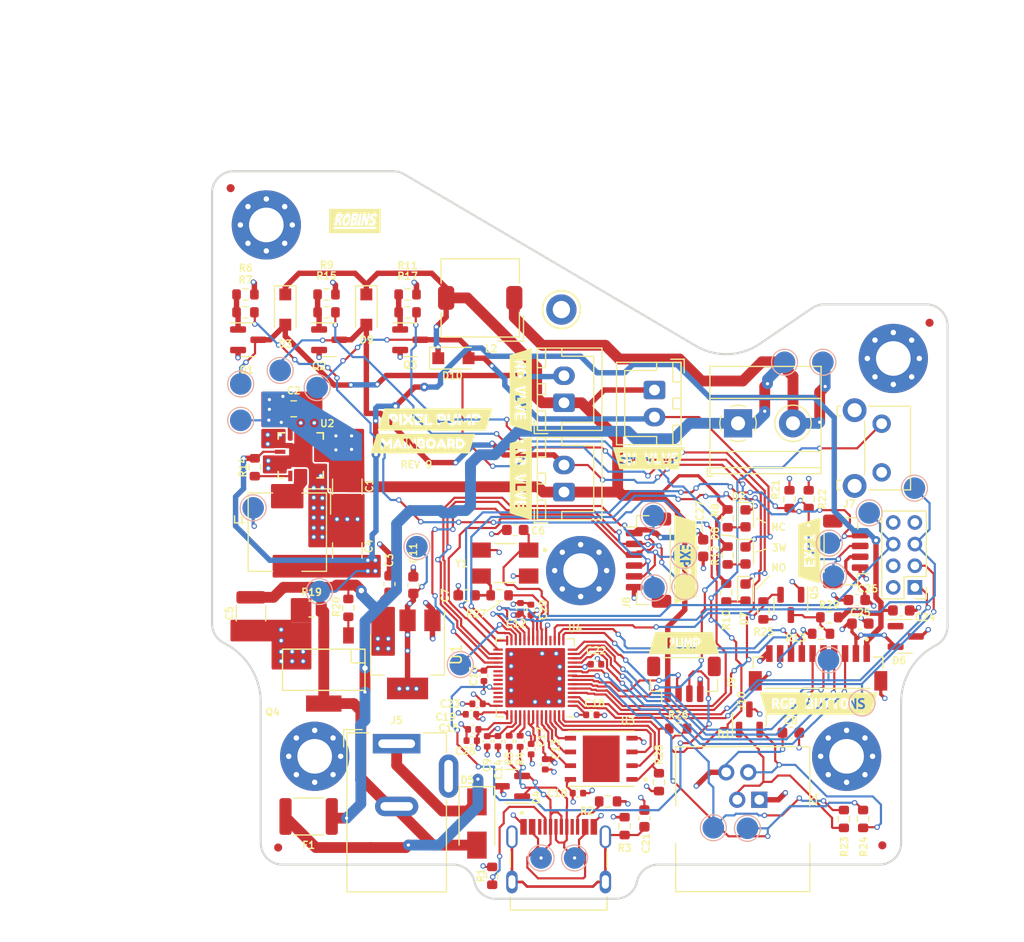
<source format=kicad_pcb>
(kicad_pcb (version 20211014) (generator pcbnew)
  (title_block (date "2023-02-24") (rev "9"))
  (layers (0 "F.Cu" signal) (1 "In1.Cu" power "GND") (2 "In2.Cu" power "PWR") (31 "B.Cu" signal) (34 "B.Paste" user) (35 "F.Paste" user) (36 "B.SilkS" user "B.Silkscreen") (37 "F.SilkS" user "F.Silkscreen") (38 "B.Mask" user) (39 "F.Mask" user) (44 "Edge.Cuts" user))
  (net 0 "")
  (net 1 "GND")
  (net 2 "OSC_IN")
  (net 3 "OSC_OUT")
  (net 4 "Net-(C7-Pad1)")
  (net 5 "+1V1")
  (net 6 "Net-(D2-Pad2)")
  (net 7 "Net-(D2-Pad1)")
  (net 8 "FOOTPEDAL")
  (net 9 "D-")
  (net 10 "D+")
  (net 11 "Net-(D7-Pad2)")
  (net 12 "Net-(D7-Pad1)")
  (net 13 "Net-(D8-Pad2)")
  (net 14 "Net-(D10-Pad2)")
  (net 15 "Net-(C5-Pad1)")
  (net 16 "FOOTPEDAL_AUX")
  (net 17 "Net-(D5-Pad1)")
  (net 18 "Net-(C21-Pad2)")
  (net 19 "I2C0_SDA")
  (net 20 "I2C0_SCL")
  (net 21 "SPI0_CS")
  (net 22 "SPI0_CLK")
  (net 23 "SPI0_MISO")
  (net 24 "SPI0_MOSI")
  (net 25 "Lift Btn")
  (net 26 "Drop Btn")
  (net 27 "Low Btn")
  (net 28 "High Btn")
  (net 29 "Reverse Btn")
  (net 30 "Trigger Btn")
  (net 31 "UI LED Data")
  (net 32 "UART0_RX")
  (net 34 "UART0_TX")
  (net 36 "SWDIO")
  (net 37 "Net-(Q1-Pad1)")
  (net 38 "Net-(Q2-Pad1)")
  (net 39 "Net-(Q3-Pad1)")
  (net 40 "SWCLK")
  (net 41 "unconnected-(J12-PadA4B9)")
  (net 42 "NC_VALVE")
  (net 43 "NO_VALVE")
  (net 44 "3_WAY_VALVE")
  (net 45 "MOTOR_PWM")
  (net 46 "Net-(D5-Pad2)")
  (net 47 "Net-(R26-Pad2)")
  (net 48 "QSPI_SS")
  (net 49 "Net-(TP5-Pad1)")
  (net 50 "BEMF")
  (net 51 "QSPI_SD3")
  (net 53 "QSPI_SCLK")
  (net 54 "QSPI_SD0")
  (net 55 "QSPI_SD2")
  (net 56 "Net-(J10-Pad9)")
  (net 57 "Net-(J12-PadB5)")
  (net 59 "DP")
  (net 60 "DN")
  (net 62 "Net-(J12-PadA5)")
  (net 63 "QSPI_SD1")
  (net 71 "Net-(L1-Pad1)")
  (net 72 "Net-(R14-Pad2)")
  (net 73 "FPATVS")
  (net 74 "FPTVS")
  (net 75 "LED_DATA")
  (net 76 "Net-(Q4-Pad1)")
  (net 77 "+12V")
  (net 78 "+5V")
  (net 79 "Net-(J6-Pad2)")
  (net 80 "+3V3")
  (footprint "Package_TO_SOT_SMD:SOT-23" (layer "F.Cu") (at 119.507 130.429 -90)
    (fp_text reference "Q5")
    (fp_text value "BSS138")
  )
  (footprint "Resistor_SMD:R_0603_1608Metric" (layer "F.Cu") (at 123.063 131.572)
    (fp_text reference "R29")
    (fp_text value "10k")
  )
  (footprint "Fiducial:Fiducial_0.75mm_Mask1.5mm" (layer "F.Cu") (at 127.9652 152.654)
    (fp_text reference "FID2" hide)
    (fp_text value "Fiducial")
  )
  (footprint "Capacitor_SMD:C_0402_1005Metric" (layer "F.Cu") (at 90.0066 142.975 180)
    (fp_text reference "C28")
    (fp_text value "DNP")
  )
  (footprint "Capacitor_SMD:C_1210_3225Metric" (layer "F.Cu") (at 78.5 119.5 -90)
    (fp_text reference "C1")
    (fp_text value "10u 25V")
  )
  (footprint "Package_TO_SOT_SMD:SOT-23" (layer "F.Cu") (at 76.835 105.915)
    (fp_text reference "Q2")
    (fp_text value "BSS138")
  )
  (footprint "Connector_PinHeader_2.00mm:PinHeader_2x04_P2.00mm_Vertical" (layer "F.Cu") (at 130.9718 128.8062 180)
    (fp_text reference "J11" hide)
    (fp_text value "UART/SWD DNP")
  )
  (footprint "Resistor_SMD:R_0603_1608Metric" (layer "F.Cu") (at 92.583 129.54 180)
    (fp_text reference "R27")
    (fp_text value "1k")
  )
  (footprint "Resistor_SMD:R_0603_1608Metric" (layer "F.Cu") (at 126.1872 150.2156 90)
    (fp_text reference "R24")
    (fp_text value "220")
  )
  (footprint "MountingHole:MountingHole_3.2mm_M3_Pad_Via" (layer "F.Cu") (at 124.6632 144.4244)
    (fp_text reference "H1" hide)
    (fp_text value "MountingHole")
  )
  (footprint "MountingHole:MountingHole_3.2mm_M3_Pad_Via" (layer "F.Cu") (at 75.4888 144.4244)
    (fp_text reference "H4" hide)
    (fp_text value "MountingHole")
  )
  (footprint "Capacitor_SMD:C_0603_1608Metric" (layer "F.Cu") (at 94.0308 123.4948 180)
    (fp_text reference "C6")
    (fp_text value "27p")
  )
  (footprint "MountingHole:MountingHole_3.2mm_M3_Pad_Via" (layer "F.Cu") (at 100.076 127.254)
    (fp_text reference "H3" hide)
    (fp_text value "MountingHole")
  )
  (footprint "Connector_JST:JST_XH_B2B-XH-A_1x02_P2.50mm_Vertical" (layer "F.Cu") (at 98.535 111.74 90)
    (fp_text reference "J1" hide)
    (fp_text value "JST NC Valve")
  )
  (footprint "Package_TO_SOT_SMD:SOT-23" (layer "F.Cu") (at 84.328 105.915)
    (fp_text reference "Q3")
    (fp_text value "BSS138")
  )
  (footprint "LED_SMD:LED_0603_1608Metric" (layer "F.Cu") (at 115.316 122.428 -90)
    (fp_text reference "D2")
    (fp_text value "LED DNP")
  )
  (footprint "Capacitor_SMD:C_0805_2012Metric" (layer "F.Cu") (at 73.55 112.3)
    (fp_text reference "C2")
    (fp_text value "1u")
  )
  (footprint "Resistor_SMD:R_0603_1608Metric" (layer "F.Cu") (at 84.074 101.724)
    (fp_text reference "R11")
    (fp_text value "100k")
  )
  (footprint "Connector_RJ:RJ14_Connfly_DS1133-S4_Horizontal" (layer "F.Cu") (at 116.592 148.441 180)
    (fp_text reference "J3" hide)
    (fp_text value "6P4C")
  )
  (footprint "BM06B-SRSS-TBT:BM06B-SRSS-TBT" (layer "F.Cu") (at 106.807 126.2888 -90)
    (fp_text reference "J8")
    (fp_text value "EXP2")
  )
  (footprint "kikit:Tab" (layer "F.Cu") (at 114.552 155.2342 90)
    (fp_text reference "T3" hide)
    (fp_text value "Tab")
  )
  (footprint "STN4NF20L:SOT223" (layer "F.Cu") (at 76.327 136.398 180)
    (fp_text reference "Q4")
    (fp_text value "STN4NF20L")
  )
  (footprint "Fiducial:Fiducial_0.75mm_Mask1.5mm" (layer "F.Cu") (at 72.1106 152.8572)
    (fp_text reference "FID4" hide)
    (fp_text value "Fiducial")
  )
  (footprint "Capacitor_SMD:C_0603_1608Metric" (layer "F.Cu") (at 125.9332 132.1562 180)
    (fp_text reference "C25")
    (fp_text value "100n")
  )
  (footprint "Resistor_SMD:R_0805_2012Metric" (layer "F.Cu") (at 75.184 130.81 180)
    (fp_text reference "R19")
    (fp_text value "0 DNP")
  )
  (footprint "Resistor_SMD:R_0603_1608Metric" (layer "F.Cu") (at 76.581 101.724)
    (fp_text reference "R9")
    (fp_text value "100k")
  )
  (footprint "Package_TO_SOT_SMD:SOT-23" (layer "F.Cu") (at 130.1298 133.342)
    (fp_text reference "D6")
    (fp_text value "SP0502BAHT")
  )
  (footprint "Capacitor_SMD:C_0402_1005Metric" (layer "F.Cu") (at 96.7994 145.161 90)
    (fp_text reference "C13")
    (fp_text value "100n")
  )
  (footprint "Package_TO_SOT_SMD:SOT-223" (layer "F.Cu") (at 84.074 135.001 -90)
    (fp_text reference "U1")
    (fp_text value "LD1117S33TR")
  )
  (footprint "Resistor_SMD:R_0603_1608Metric" (layer "F.Cu") (at 119.38 120.65 -90)
    (fp_text reference "R21")
    (fp_text value "2.2k")
  )
  (footprint "Capacitor_SMD:C_0402_1005Metric" (layer "F.Cu") (at 99.822 147.828 180)
    (fp_text reference "C10")
    (fp_text value "100n")
  )
  (footprint "Diode_SMD:D_SOD-123F" (layer "F.Cu") (at 80.264 103.121 -90)
    (fp_text reference "D9")
    (fp_text value "SOD4007")
  )
  (footprint "MountingHole:MountingHole_3.2mm_M3_Pad_Via" (layer "F.Cu") (at 71.0184 95.3008)
    (fp_text reference "H5" hide)
    (fp_text value "MountingHole")
  )
  (footprint "Resistor_SMD:R_0402_1005Metric" (layer "F.Cu") (at 93.467 143.03 -90)
    (fp_text reference "R5")
    (fp_text value "27.4")
  )
  (footprint "Capacitor_SMD:C_0603_1608Metric" (layer "F.Cu") (at 105.9688 150.1648 -90)
    (fp_text reference "C21")
    (fp_text value "1n")
  )
  (footprint "Resistor_SMD:R_0603_1608Metric" (layer "F.Cu") (at 107.315 146.812 90)
    (fp_text reference "R28")
    (fp_text value "10k DNP")
  )
  (footprint "Diode_SMD:D_SOD-123F" (layer "F.Cu") (at 88.3128 107.6198)
    (fp_text reference "D10")
    (fp_text value "SOD4007")
  )
  (footprint "Resistor_SMD:R_0603_1608Metric" (layer "F.Cu") (at 124.4092 150.2156 90)
    (fp_text reference "R23")
    (fp_text value "220")
  )
  (footprint "kibuzzard-6107E44E" (layer "F.Cu") (at 94.5388 118.7196 -90)
    (fp_text reference "kibuzzard-6107E44E" hide)
    (fp_text value "G***" hide)
  )
  (footprint "Diode_SMD:D_SOD-123F" (layer "F.Cu") (at 72.771 103.121 -90)
    (fp_text reference "D3")
    (fp_text value "SOD4007")
  )
  (footprint "TPS62112RSAR:QFN65P400X400X100-17N" (layer "F.Cu") (at 74.2 116.6 180)
    (fp_text reference "U2")
    (fp_text value "TPS62112RSAR")
  )
  (footprint "TYPE-C-31-M-12:HRO_TYPE-C-31-M-12" (layer "F.Cu") (at 98.044 154.9737)
    (fp_text reference "J12" hide)
    (fp_text value "TYPE-C-31-M-12")
  )
  (footprint "Fiducial:Fiducial_0.75mm_Mask1.5mm" (layer "F.Cu") (at 132.332 104.3432)
    (fp_text reference "FID3" hide)
    (fp_text value "Fiducial")
  )
  (footprint "Diode_SMD:D_SMA" (layer "F.Cu") (at 90.487 150.6328 -90)
    (fp_text reference "D5")
    (fp_text value "SMAJ12CA")
  )
  (footprint "Capacitor_SMD:C_1210_3225Metric" (layer "F.Cu") (at 69.6 131.2 -90)
    (fp_text reference "C5")
    (fp_text value "10u 25v")
  )
  (footprint "kibuzzard-6107E302" (layer "F.Cu") (at 109.6264 133.9596)
    (fp_text reference "kibuzzard-6107E302" hide)
    (fp_text value "G***" hide)
  )
  (footprint "Capacitor_SMD:C_0402_1005Metric" (layer "F.Cu") (at 95.499 143.764 90)
    (fp_text reference "C17")
    (fp_text value "100n")
  )
  (footprint "Capacitor_SMD:C_0402_1005Metric" (layer "F.Cu") (at 92.4306 143.03 -90)
    (fp_text reference "C14")
    (fp_text value "2.2u")
  )
  (footprint "Button_Switch_THT:SW_Tactile_SKHH_Angled" (layer "F.Cu") (at 127.9038 113.6756 -90)
    (fp_text reference "SW1" hide)
    (fp_text value "BOOTSEL")
  )
  (footprint "Fiducial:Fiducial_0.75mm_Mask1.5mm" (layer "F.Cu") (at 67.7164 91.8972)
    (fp_text reference "FID1" hide)
    (fp_text value "Fiducial")
  )
  (footprint "Resistor_SMD:R_0603_1608Metric" (layer "F.Cu") (at 84.074 103.375)
    (fp_text reference "R17")
    (fp_text value "220")
  )
  (footprint "Resistor_SMD:R_0603_1608Metric" (layer "F.Cu") (at 113.665 125.857 -90)
    (fp_text reference "R12")
    (fp_text value "68k DNP")
  )
  (footprint "Resistor_SMD:R_0603_1608Metric" (layer "F.Cu") (at 78.6 130.7 -90)
    (fp_text reference "R20")
    (fp_text value "10k")
  )
  (footprint "Resistor_SMD:R_0603_1608Metric" (layer "F.Cu") (at 116.967 130.937 -90)
    (fp_text reference "R25")
    (fp_text value "10k")
  )
  (footprint "TestPoint:TestPoint_Keystone_5010-5014_Multipurpose" (layer "F.Cu") (at 98.298 103.124)
    (fp_text reference "TP19" hide)
    (fp_text value "Ground TP")
  )
  (footprint "Capacitor_SMD:C_0402_1005Metric" (layer "F.Cu") (at 91.4384 143.0382 -90)
    (fp_text reference "C9")
    (fp_text value "DNP")
  )
  (footprint "ABMM2-12:XTAL_ABMM2-12.000MHZ-E2-T" (layer "F.Cu") (at 93.07 126.56 180)
    (fp_text reference "Y1")
    (fp_text value "ABMM2-12.000MHZ-E2-T")
  )
  (footprint "kibuzzard-6107E45C" (layer "F.Cu") (at 94.5388 110.5662 -90)
    (fp_text reference "kibuzzard-6107E45C" hide)
    (fp_text value "G***" hide)
  )
  (footprint "Package_TO_SOT_SMD:SOT-23" (layer "F.Cu") (at 69.342 105.915)
    (fp_text reference "Q1")
    (fp_text value "BSS138")
  )
  (footprint "Capacitor_SMD:C_0603_1608Metric" (layer "F.Cu") (at 84.6074 128.6002 90)
    (fp_text reference "C11")
    (fp_text value "10u")
  )
  (footprint "Capacitor_SMD:C_0402_1005Metric" (layer "F.Cu") (at 94.5134 130.7312 -90)
    (fp_text reference "C12")
    (fp_text value "100n")
  )
  (footprint "W25Q128JVPIQ TR:SON127P500X600X80-9N" (layer "F.Cu") (at 101.976 144.653 180)
    (fp_text reference "U3")
    (fp_text value "W25Q128JVPIQ")
  )
  (footprint "Package_TO_SOT_SMD:SOT-23" (layer "F.Cu") (at 115.6716 141.0208 90)
    (fp_text reference "D1")
    (fp_text value "SP0502BAHT")
  )
  (footprint "BM04B-SRSS-TBT:BM04B-SRSS-TBT" (layer "F.Cu") (at 124.1298 125.476 90)
    (fp_text reference "J7")
    (fp_text value "EXP1")
  )
  (footprint "kibuzzard-62EBC230" (layer "F.Cu") (at 86.614 113.284)
    (fp_text reference "kibuzzard-62EBC230" hide)
    (fp_text value "G***" hide)
  )
  (footprint "Capacitor_SMD:C_0603_1608Metric" (layer "F.Cu") (at 119.507 142.24 180)
    (fp_text reference "C8")
    (fp_text value "100n")
  )
  (footprint "Capacitor_SMD:C_0603_1608Metric" (layer "F.Cu") (at 129.7178 130.937 180)
    (fp_text reference "C24")
    (fp_text value "100n")
  )
  (footprint "Capacitor_SMD:C_0402_1005Metric" (layer "F.Cu") (at 90.546 139.573)
    (fp_text reference "C23")
    (fp_text value "100n")
  )
  (footprint "Resistor_SMD:R_0603_1608Metric" (layer "F.Cu") (at 113.538 129.286 -90)
    (fp_text reference "R10")
    (fp_text value "68k DNP")
  )
  (footprint "Resistor_SMD:R_0603_1608Metric" (layer "F.Cu") (at 113.665 122.428 -90)
    (fp_text reference "R8")
    (fp_text value "68k DNP")
  )
  (footprint "LED_SMD:LED_0603_1608Metric" (layer "F.Cu") (at 115.316 125.857 -90)
    (fp_text reference "D8")
    (fp_text value "LED DNP")
  )
  (footprint "Capacitor_SMD:C_0402_1005Metric" (layer "F.Cu") (at 89.9364 140.5382)
    (fp_text reference "C19")
    (fp_text value "100n")
  )
  (footprint "Resistor_SMD:R_0603_1608Metric" (layer "F.Cu") (at 121.158 120.65 -90)
    (fp_text reference "R22")
    (fp_text value "2.2k")
  )
  (footprint "MountingHole:MountingHole_3.2mm_M3_Pad_Via" (layer "F.Cu") (at 128.9812 107.6452)
    (fp_text reference "H2" hide)
    (fp_text value "MountingHole")
  )
  (footprint "Connector_BarrelJack:BarrelJack_Wuerth_6941xx301002" (layer "F.Cu") (at 83.0676 143.256)
    (fp_text reference "J5")
    (fp_text value "Jack-DC 12V")
  )
  (footprint "Resistor_SMD:R_0603_1608Metric" (layer "F.Cu") (at 109.093 141.859)
    (fp_text reference "R26")
    (fp_text value "1k")
  )
  (footprint "Connector_JST:JST_XH_B2B-XH-A_1x02_P2.50mm_Vertical" (layer "F.Cu") (at 98.535 119.995 90)
    (fp_text reference "J2" hide)
    (fp_text value "JST NO Valve")
  )
  (footprint "kikit:Tab" (layer "F.Cu") (at 134.7216 115.9256 180)
    (fp_text reference "T1" hide)
    (fp_text value "Tab")
  )
  (footprint "Resistor_SMD:R_0603_1608Metric" (layer "F.Cu") (at 104.14 150.876 90)
    (fp_text reference "R3")
    (fp_text value "1M")
  )
  (footprint "kibuzzard-626BB8E0" (layer "F.Cu") (at 121.21 125.4 90)
    (fp_text reference "kibuzzard-626BB8E0" hide)
    (fp_text value "G***" hide)
  )
  (footprint "Capacitor_SMD:C_0402_1005Metric" (layer "F.Cu") (at 95.4786 130.8862 -90)
    (fp_text reference "C20")
    (fp_text value "100n")
  )
  (footprint "kibuzzard-6107E4A2" (layer "F.Cu") (at 106.3752 116.8654)
    (fp_text reference "kibuzzard-6107E4A2" hide)
    (fp_text value "G***" hide)
  )
  (footprint "Capacitor_SMD:C_0603_1608Metric" (layer "F.Cu") (at 82.4 128.5 90)
    (fp_text reference "C3")
    (fp_text value "100n")
  )
  (footprint "Capacitor_SMD:C_1210_3225Metric" (layer "F.Cu") (at 78.5 125.4 90)
    (fp_text reference "C4")
    (fp_text value "22u 16V")
  )
  (footprint "Package_TO_SOT_SMD:SOT-23" (layer "F.Cu") (at 93.726 147.193 180)
    (fp_text reference "D4")
    (fp_text value "SP0502BAHT")
  )
  (footprint "Capacitor_SMD:C_0603_1608Metric" (layer "F.Cu") (at 111.4044 125.1712 90)
    (fp_text reference "C27")
    (fp_text value "100n")
  )
  (footprint "Inductor_SMD:L_TDK_SLF7032" (layer "F.Cu") (at 90.792 102.045 180)
    (fp_text reference "L2")
    (fp_text value "6.8uH")
  )
  (footprint "Resistor_SMD:R_0603_1608Metric" (layer "F.Cu") (at 69.088 103.375)
    (fp_text reference "R7")
    (fp_text value "220")
  )
  (footprint "Fuse:Fuse_1812_4532Metric" (layer "F.Cu") (at 74.93 149.987 180)
    (fp_text reference "F1")
    (fp_text value "1812L075PR")
  )
  (footprint "Connector_JST:JST_XH_B2B-XH-A_1x02_P2.50mm_Vertical" (layer "F.Cu") (at 106.9002 110.5608 -90)
    (fp_text reference "J4" hide)
    (fp_text value "JST 3 Way Valve")
  )
  (footprint "Capacitor_SMD:C_0603_1608Metric" (layer "F.Cu") (at 89.535 129.54 180)
    (fp_text reference "C7")
    (fp_text value "27p")
  )
  (footprint "Resistor_SMD:R_0603_1608Metric" (layer "F.Cu") (at 91.8972 155.4734 -90)
    (fp_text reference "R1")
    (fp_text value "5.1k")
  )
  (footprint "Resistor_SMD:R_0603_1608Metric" (layer "F.Cu") (at 102.616 148.59 180)
    (fp_text reference "R2")
    (fp_text value "5.1k")
  )
  (footprint "kibuzzard-6107E0E1" (layer "F.Cu") (at 122.0724 139.5476)
    (fp_text reference "kibuzzard-6107E0E1" hide)
    (fp_text value "G***" hide)
  )
  (footprint "BM04B-SRSS-TBT:BM04B-SRSS-TBT" (layer "F.Cu") (at 109.6264 136.8552)
    (fp_text reference "J9")
    (fp_text value "BM04B-SRSS-TBT(LF)(SN)")
  )
  (footprint "Resistor_SMD:R_0603_1608Metric" (layer "F.Cu") (at 69.95 117.7 -90)
    (fp_text reference "R14")
    (fp_text value "1M")
  )
  (footprint "kikit:Tab" (layer "F.Cu") (at 65.278 126.365)
    (fp_text reference "T4" hide)
    (fp_text value "Tab")
  )
  (footprint "TerminalBlock_Phoenix:TerminalBlock_Phoenix_MKDS-1,5-2-5.08_1x02_P5.08mm_Horizontal" (layer "F.Cu") (at 114.6252 113.6398)
    (fp_text reference "J6" hide)
    (fp_text value "Power Sw")
  )
  (footprint "Capacitor_SMD:C_0402_1005Metric" (layer "F.Cu") (at 91.1352 136.9822 90)
    (fp_text reference "C16")
    (fp_text value "100n")
  )
  (footprint "Resistor_SMD:R_0603_1608Metric" (layer "F.Cu") (at 69.088 101.724)
    (fp_text reference "R6")
    (fp_text value "100k")
  )
  (footprint "Capacitor_SMD:C_0402_1005Metric" (layer "F.Cu") (at 90.1446 141.9352 180)
    (fp_text reference "C15")
    (fp_text value "2.2u")
  )
  (footprint "Capacitor_SMD:C_0603_1608Metric" (layer "F.Cu") (at 125.603 129.9718)
    (fp_text reference "C26")
    (fp_text value "100n")
  )
  (footprint "Resistor_SMD:R_0603_1608Metric" (layer "F.Cu") (at 122.301 133.096)
    (fp_text reference "R13")
    (fp_text value "100")
  )
  (footprint "kibuzzard-626BB906" (layer "F.Cu") (at 109.76 126.22 -90)
    (fp_text reference "kibuzzard-626BB906" hide)
    (fp_text value "G***" hide)
  )
  (footprint "kikit:Tab" (layer "F.Cu") (at 80.0354 89.5022 -90)
    (fp_text reference "T2" hide)
    (fp_text value "Tab")
  )
  (footprint "LED_SMD:LED_0603_1608Metric" (layer "F.Cu") (at 115.316 129.286 -90)
    (fp_text reference "D7")
    (fp_text value "LED DNP")
  )
  (footprint "BM10B-SRSS-TB(LF)(SN):BM10B-SRSS-TB(LF)(SN)" (layer "F.Cu") (at 122.0216 136.7508 180)
    (fp_text reference "J10")
    (fp_text value "BM10B-SRSS-TB(LF)(SN)")
  )
  (footprint "Resistor_SMD:R_0402_1005Metric" (layer "F.Cu") (at 94.483 143.03 -90)
    (fp_text reference "R4")
    (fp_text value "27.4")
  )
  (footprint "kibuzzard-62EBC211" (layer "F.Cu") (at 85.4964 115.5192)
    (fp_text reference "kibuzzard-62EBC211" hide)
    (fp_text value "G***" hide)
  )
  (footprint "Inductor_SMD:L_TDK_SLF7032" (layer "F.Cu") (at 72.9575 123.7 -90)
    (fp_text reference "L1")
    (fp_text value "6.8uH")
  )
  (footprint "Capacitor_SMD:C_0402_1005Metric" (layer "F.Cu") (at 101.0666 140.589 180)
    (fp_text reference "C18")
    (fp_text value "100n")
  )
  (footprint "Capacitor_SMD:C_0402_1005Metric" (layer "F.Cu") (at 101.4984 135.9154 180)
    (fp_text reference "C22")
    (fp_text value "100n")
  )
  (footprint "Resistor_SMD:R_0603_1608Metric" (layer "F.Cu") (at 76.581 103.375)
    (fp_text reference "R15")
    (fp_text value "220")
  )
  (footprint "RP2040:RP2040-QFN-56" (layer "F.Cu") (at 95.88 137.16 180)
    (fp_text reference "U4")
    (fp_text value "RP2040")
  )
  (footprint "TestPoint:TestPoint_Pad_D2.0mm" (layer "B.Cu") (at 69.8 121.45 180)
    (fp_text reference "TP13" hide)
    (fp_text value "GND" hide)
  )
  (footprint "TestPoint:TestPoint_Pad_D2.0mm" (layer "B.Cu") (at 99.5172 153.8224 180)
    (fp_text reference "TP1" hide)
    (fp_text value "USB D+" hide)
  )
  (footprint "TestPoint:TestPoint_Pad_D2.0mm" (layer "B.Cu") (at 123.444 127.762 180)
    (fp_text reference "TP15" hide)
    (fp_text value "I2C0 SDA" hide)
  )
  (footprint "TestPoint:TestPoint_Pad_D2.0mm" (layer "B.Cu") (at 96.4184 153.8224 180)
    (fp_text reference "TP2" hide)
    (fp_text value "USB D-" hide)
  )
  (footprint "TestPoint:TestPoint_Pad_D2.0mm" (layer "B.Cu") (at 72.3 108.75 180)
    (fp_text reference "TP7" hide)
    (fp_text value "NO-" hide)
  )
  (footprint "TestPoint:TestPoint_Pad_D2.0mm" (layer "B.Cu") (at 68.65 113.362 180)
    (fp_text reference "TP10" hide)
    (fp_text value "+12V" hide)
  )
  (footprint "TestPoint:TestPoint_Pad_D2.0mm" (layer "B.Cu") (at 123.063 124.714 180)
    (fp_text reference "TP14" hide)
    (fp_text value "I2C0 SCL" hide)
  )
  (footprint "TestPoint:TestPoint_Pad_D2.0mm" (layer "B.Cu") (at 75.9206 129.1844 180)
    (fp_text reference "TP16" hide)
    (fp_text value "+5V" hide)
  )
  (footprint "TestPoint:TestPoint_Pad_D2.0mm" (layer "B.Cu") (at 122.9868 135.509 180)
    (fp_text reference "TP22" hide)
    (fp_text value "UARTRX" hide)
  )
  (footprint "TestPoint:TestPoint_Pad_D2.0mm" (layer "B.Cu") (at 122.469 107.996 180)
    (fp_text reference "TP6" hide)
    (fp_text value "PSW2")
  )
  (footprint "TestPoint:TestPoint_Pad_D2.0mm" (layer "B.Cu") (at 115.4938 151.0792 180)
    (fp_text reference "TP31" hide)
    (fp_text value "FPEDAL" hide)
  )
  (footprint "TestPoint:TestPoint_Pad_D2.0mm" (layer "B.Cu") (at 126.0856 139.4968 180)
    (fp_text reference "TP23" hide)
    (fp_text value "UARTTX" hide)
  )
  (footprint "TestPoint:TestPoint_Pad_D2.0mm" (layer "B.Cu") (at 84.9376 125.0442 180)
    (fp_text reference "TP11" hide)
    (fp_text value "3v3" hide)
  )
  (footprint "TestPoint:TestPoint_Pad_D2.0mm" (layer "B.Cu") (at 106.807 122.174 180)
    (fp_text reference "TP26" hide)
    (fp_text value "SPI0 CLK" hide)
  )
  (footprint "TestPoint:TestPoint_Pad_D2.0mm" (layer "B.Cu") (at 109.7026 128.7526 180)
    (fp_text reference "TP25" hide)
    (fp_text value "SPI0 CS" hide)
  )
  (footprint "TestPoint:TestPoint_Pad_D2.0mm" (layer "B.Cu") (at 109.601 125.857 180)
    (fp_text reference "TP28" hide)
    (fp_text value "SPI0 MOSI" hide)
  )
  (footprint "TestPoint:TestPoint_Pad_D2.0mm" (layer "B.Cu") (at 88.9508 135.9408 180)
    (fp_text reference "TP5" hide)
    (fp_text value "RUN")
  )
  (footprint "TestPoint:TestPoint_Pad_D2.0mm" (layer "B.Cu") (at 118.928 107.996 180)
    (fp_text reference "TP3" hide)
    (fp_text value "PSW1")
  )
  (footprint "TestPoint:TestPoint_Pad_D2.0mm" (layer "B.Cu") (at 126.746 121.92 180)
    (fp_text reference "TP12" hide)
    (fp_text value "SWCLK" hide)
  )
  (footprint "TestPoint:TestPoint_Pad_D2.0mm" (layer "B.Cu") (at 112.3442 151.0284 180)
    (fp_text reference "TP20" hide)
    (fp_text value "FPEDAL" hide)
  )
  (footprint "TestPoint:TestPoint_Pad_D2.0mm" (layer "B.Cu") (at 68.65 110 180)
    (fp_text reference "TP4" hide)
    (fp_text value "NC-" hide)
  )
  (footprint "TestPoint:TestPoint_Pad_D2.0mm" (layer "B.Cu") (at 75.7174 110.3376 180)
    (fp_text reference "TP9" hide)
    (fp_text value "3W-" hide)
  )
  (footprint "TestPoint:TestPoint_Pad_D2.0mm" (layer "B.Cu") (at 106.8578 128.8542 180)
    (fp_text reference "TP27" hide)
    (fp_text value "SPI0 MISO" hide)
  )
  (footprint "TestPoint:TestPoint_Pad_D2.0mm" (layer "B.Cu") (at 130.937 119.634 180)
    (fp_text reference "TP24" hide)
    (fp_text value "SWDIO" hide)
  )
  (gr_line (start 117.1702 122.8344) (end 116.332 122.428) (layer "F.SilkS") (width 0.12))
  (gr_line (start 111.2774 122.7709) (end 111.3282 123.6599) (layer "F.SilkS") (width 0.12))
  (gr_line (start 117.5004 127.762) (end 116.3066 128.9812) (layer "F.SilkS") (width 0.12))
  (gr_line (start 117.221 125.2474) (end 116.3066 125.5522) (layer "F.SilkS") (width 0.12))
  (gr_poly (pts (xy 78.526156 94.562388) (xy 78.529559 94.56262) (xy 78.5329 94.562944) (xy 78.536179 94.563361) (xy 78.539396 94.56387) (xy 78.542552 94.564472) (xy 78.545646 94.565167) (xy 78.548678 94.565954) (xy 78.551649 94.566834) (xy 78.554557 94.567807) (xy 78.557404 94.568872) (xy 78.560189 94.57003) (xy 78.562913 94.57128) (xy 78.565574 94.572624) (xy 78.568174 94.574059) (xy 78.570712 94.575588) (xy 78.573189 94.577209) (xy 78.575603 94.578922) (xy 78.577956 94.580729) (xy 78.580247 94.582628) (xy 78.582476 94.584619) (xy 78.584644 94.586703) (xy 78.58675 94.58888) (xy 78.588794 94.59115) (xy 78.590776 94.593512) (xy 78.592696 94.595966) (xy 78.594555 94.598514) (xy 78.596352 94.601154) (xy 78.598087 94.603886) (xy 78.59976 94.606711) (xy 78.601372 94.609629) (xy 78.604627 94.615638) (xy 78.607671 94.621807) (xy 78.610506 94.628137) (xy 78.613131 94.634627) (xy 78.615545 94.641278) (xy 78.61775 94.64809) (xy 78.619744 94.655062) (xy 78.621529 94.662194) (xy 78.623103 94.669488) (xy 78.624468 94.676941) (xy 78.625623 94.684556) (xy 78.626567 94.69233) (xy 78.627302 94.700265) (xy 78.627827 94.708361) (xy 78.628142 94.716617) (xy 78.628247 94.725034) (xy 78.62795 94.740966) (xy 78.627061 94.757145) (xy 78.625579 94.773571) (xy 78.623504 94.790245) (xy 78.620836 94.807165) (xy 78.617576 94.824333) (xy 78.613722 94.841748) (xy 78.609276 94.859409) (xy 78.604287 94.876651) (xy 78.598804 94.893596) (xy 78.592826 94.910245) (xy 78.586355 94.926597) (xy 78.57939 94.942652) (xy 78.57193 94.958411) (xy 78.563975 94.973874) (xy 78.555526 94.989042) (xy 78.551124 94.996279) (xy 78.54661 95.003368) (xy 78.541985 95.010309) (xy 78.537249 95.017102) (xy 78.532401 95.023747) (xy 78.527443 95.030243) (xy 78.522373 95.036592) (xy 78.517192 95.042792) (xy 78.5119 95.048844) (xy 78.506496 95.054748) (xy 78.500982 95.060503) (xy 78.495356 95.06611) (xy 78.489619 95.071569) (xy 78.48377 95.07688) (xy 78.47781 95.082043) (xy 78.471739 95.087057) (xy 78.465577 95.091842) (xy 78.45934 95.096319) (xy 78.453029 95.100487) (xy 78.446644 95.104347) (xy 78.440185 95.107897) (xy 78.433652 95.111139) (xy 78.427044 95.114073) (xy 78.420363 95.116697) (xy 78.413607 95.119013) (xy 78.406777 95.12102) (xy 78.399873 95.122719) (xy 78.392895 95.124108) (xy 78.385842 95.125189) (xy 78.378715 95.125961) (xy 78.371514 95.126424) (xy 78.364239 95.126579) (xy 78.358805 95.126437) (xy 78.356162 95.126259) (xy 78.353569 95.126011) (xy 78.351025 95.125691) (xy 78.34853 95.125301) (xy 78.346084 95.124839) (xy 78.343688 95.124306) (xy 78.341342 95.123703) (xy 78.339045 95.123028) (xy 78.336797 95.122283) (xy 78.334598 95.121466) (xy 78.332449 95.120578) (xy 78.33035 95.11962) (xy 78.328299 95.11859) (xy 78.326299 95.117489) (xy 78.324347 95.116318) (xy 78.322445 95.115075) (xy 78.320592 95.113761) (xy 78.318789 95.112376) (xy 78.317035 95.110921) (xy 78.315331 95.109394) (xy 78.313676 95.107796) (xy 78.31207 95.106127) (xy 78.310514 95.104387) (xy 78.309007 95.102576) (xy 78.30755 95.100694) (xy 78.306142 95.098741) (xy 78.304783 95.096717) (xy 78.303474 95.094622) (xy 78.302214 95.092456) (xy 78.301004 95.090218) (xy 78.298706 95.085587) (xy 78.296557 95.080782) (xy 78.294557 95.075804) (xy 78.292704 95.070654) (xy 78.291 95.06533) (xy 78.289443 95.059834) (xy 78.288035 95.054165) (xy 78.286776 95.048323) (xy 78.285664 95.042309) (xy 78.284701 95.036121) (xy 78.283886 95.02976) (xy 78.283219 95.023227) (xy 78.2827 95.016521) (xy 78.282329 95.009642) (xy 78.282107 95.00259) (xy 78.282033 94.995365) (xy 78.282354 94.979359) (xy 78.283318 94.962958) (xy 78.284924 94.946161) (xy 78.287172 94.928969) (xy 78.290062 94.911381) (xy 78.293594 94.893398) (xy 78.297768 94.87502) (xy 78.302585 94.856247) (xy 78.307897 94.83745) (xy 78.313554 94.818998) (xy 78.319557 94.800892) (xy 78.325906 94.783132) (xy 78.3326 94.765718) (xy 78.339639 94.748649) (xy 78.347024 94.731926) (xy 78.354754 94.715548) (xy 78.358941 94.707341) (xy 78.363202 94.69932) (xy 78.367537 94.691483) (xy 78.371946 94.683832) (xy 78.376429 94.676366) (xy 78.380987 94.669085) (xy 78.385618 94.66199) (xy 78.390324 94.65508) (xy 78.395103 94.648355) (xy 78.399957 94.641815) (xy 78.404885 94.635461) (xy 78.409887 94.629291) (xy 78.414963 94.623308) (xy 78.420113 94.617509) (xy 78.425338 94.611896) (xy 78.430636 94.606467) (xy 78.435984 94.601108) (xy 78.441357 94.596094) (xy 78.446754 94.591425) (xy 78.452176 94.587103) (xy 78.457623 94.583126) (xy 78.463095 94.579495) (xy 78.468591 94.576209) (xy 78.474112 94.57327) (xy 78.479658 94.570676) (xy 78.485228 94.568428) (xy 78.490823 94.566526) (xy 78.496443 94.56497) (xy 78.502087 94.563759) (xy 78.507755 94.562894) (xy 78.513448 94.562376) (xy 78.519166 94.562203)) (layer "F.SilkS") (width 0.005) (fill solid))
  (gr_line (start 114.3 124.079) (end 114.581 124.372) (layer "F.SilkS") (width 0.12))
  (gr_poly (pts (xy 81.582035 96.055207) (xy 76.817055 96.055207) (xy 76.817055 95.681483) (xy 77.237701 95.681483) (xy 81.173479 95.681483) (xy 81.208516 95.471265) (xy 77.272738 95.471265) (xy 77.237701 95.681483) (xy 76.817055 95.681483) (xy 76.817055 95.401653) (xy 79.734106 95.401653) (xy 79.964915 95.347903) (xy 79.987836 95.234869) (xy 80.00918 95.126579) (xy 80.013823 95.10425) (xy 80.018269 95.081524) (xy 80.022518 95.058403) (xy 80.02657 95.034887) (xy 80.034472 94.987066) (xy 80.042378 94.941615) (xy 80.05028 94.898536) (xy 80.054234 94.877885) (xy 80.058187 94.857828) (xy 80.06194 94.838661) (xy 80.0653 94.820677) (xy 80.068265 94.80388) (xy 80.070835 94.788269) (xy 80.073995 94.803978) (xy 80.077155 94.821071) (xy 80.080317 94.839548) (xy 80.083481 94.859409) (xy 80.089803 94.902094) (xy 80.096129 94.947939) (xy 80.099191 94.971948) (xy 80.102056 94.996551) (xy 80.104725 95.021746) (xy 80.107195 95.047534) (xy 80.110257 95.072731) (xy 80.113122 95.097729) (xy 80.115791 95.122529) (xy 80.118261 95.14713) (xy 80.123694 95.204832) (xy 80.128931 95.264115) (xy 80.138813 95.387425) (xy 80.144271 95.385423) (xy 80.150372 95.383373) (xy 80.157115 95.381273) (xy 80.1645 95.379124) (xy 80.172528 95.376926) (xy 80.181199 95.374679) (xy 80.190512 95.372382) (xy 80.200467 95.370035) (xy 80.242755 95.36055) (xy 80.284254 95.351064) (xy 80.324171 95.342369) (xy 80.342054 95.338614) (xy 80.358556 95.335256) (xy 80.366411 95.333402) (xy 80.373377 95.331796) (xy 80.379453 95.330438) (xy 80.38464 95.329326) (xy 80.388938 95.328462) (xy 80.392347 95.327845) (xy 80.394867 95.327475) (xy 80.395793 95.327382) (xy 80.396497 95.327351) (xy 80.399954 95.300574) (xy 80.404004 95.270835) (xy 80.406346 95.25463) (xy 80.463125 95.25463) (xy 80.470455 95.263764) (xy 80.477822 95.272589) (xy 80.485226 95.281105) (xy 80.492668 95.289312) (xy 80.500146 95.297211) (xy 80.507662 95.3048) (xy 80.515214 95.312081) (xy 80.522804 95.319053) (xy 80.530431 95.325716) (xy 80.538094 95.332071) (xy 80.545795 95.338116) (xy 80.553533 95.343853) (xy 80.561308 95.349281) (xy 80.569119 95.3544) (xy 80.576968 95.35921) (xy 80.584854 95.363711) (xy 80.592758 95.367732) (xy 80.600662 95.371492) (xy 80.608566 95.374994) (xy 80.616471 95.378236) (xy 80.624375 95.381219) (xy 80.63228 95.383942) (xy 80.640184 95.386406) (xy 80.648089 95.38861) (xy 80.655994 95.390556) (xy 80.663898 95.392242) (xy 80.671803 95.393668) (xy 80.679707 95.394835) (xy 80.687612 95.395743) (xy 80.695516 95.396391) (xy 80.70342 95.39678) (xy 80.711325 95.39691) (xy 80.722539 95.396799) (xy 80.733655 95.396466) (xy 80.744672 95.39591) (xy 80.75559 95.395132) (xy 80.766409 95.394131) (xy 80.77713 95.392908) (xy 80.787751 95.391463) (xy 80.798274 95.389796) (xy 80.808698 95.387906) (xy 80.819023 95.385794) (xy 80.82925 95.38346) (xy 80.839377 95.380904) (xy 80.849406 95.378125) (xy 80.859335 95.375123) (xy 80.869166 95.3719) (xy 80.878898 95.368454) (xy 80.888693 95.364804) (xy 80.898314 95.36097) (xy 80.907763 95.356949) (xy 80.917038 95.352744) (xy 80.926141 95.348353) (xy 80.93507 95.343778) (xy 80.943827 95.339016) (xy 80.952411 95.33407) (xy 80.960821 95.328938) (xy 80.969059 95.323621) (xy 80.977124 95.318119) (xy 80.985016 95.312432) (xy 80.992735 95.306559) (xy 81.000281 95.300501) (xy 81.007654 95.294258) (xy 81.014855 95.287829) (xy 81.022067 95.281234) (xy 81.029082 95.27449) (xy 81.035899 95.267599) (xy 81.042519 95.260559) (xy 81.048942 95.253371) (xy 81.055166 95.246034) (xy 81.061193 95.23855) (xy 81.067023 95.230917) (xy 81.072655 95.223136) (xy 81.078089 95.215207) (xy 81.083326 95.20713) (xy 81.088365 95.198904) (xy 81.093207 95.19053) (xy 81.097851 95.182009) (xy 81.102297 95.173338) (xy 81.106546 95.16452) (xy 81.110757 95.155369) (xy 81.114697 95.146094) (xy 81.118365 95.136695) (xy 81.121761 95.127173) (xy 81.124886 95.117527) (xy 81.127739 95.107758) (xy 81.13032 95.097865) (xy 81.13263 95.087849) (xy 81.134668 95.077709) (xy 81.136434 95.067445) (xy 81.137928 95.057058) (xy 81.139151 95.046548) (xy 81.140102 95.035913) (xy 81.140782 95.025156) (xy 81.141189 95.014274) (xy 81.141325 95.00327) (xy 81.141239 94.992913) (xy 81.14098 94.982792) (xy 81.140547 94.972905) (xy 81.139942 94.963252) (xy 81.139164 94.953835) (xy 81.138214 94.944652) (xy 81.13709 94.935704) (xy 81.135793 94.92699) (xy 81.134323 94.918512) (xy 81.132681 94.910268) (xy 81.130865 94.902258) (xy 81.128877 94.894484) (xy 81.126715 94.886944) (xy 81.124381 94.879639) (xy 81.121873 94.872568) (xy 81.119193 94.865733) (xy 81.116581 94.85889) (xy 81.113883 94.852196) (xy 81.111098 94.84565) (xy 81.108227 94.839252) (xy 81.105269 94.833003) (xy 81.102225 94.826902) (xy 81.099094 94.820949) (xy 81.095877 94.815144) (xy 81.092573 94.809488) (xy 81.089182 94.80398) (xy 81.085706 94.79862) (xy 81.082142 94.793408) (xy 81.078492 94.788344) (xy 81.074756 94.783428) (xy 81.070933 94.778661) (xy 81.067024 94.774041) (xy 81.063046 94.769552) (xy 81.05902 94.765173) (xy 81.054944 94.760906) (xy 81.050819 94.75675) (xy 81.046644 94.752705) (xy 81.04242 94.748771) (xy 81.038147 94.744949) (xy 81.033825 94.741238) (xy 81.029452 94.737638) (xy 81.025031 94.734149) (xy 81.02056 94.730771) (xy 81.01604 94.727505) (xy 81.01147 94.724349) (xy 81.006851 94.721304) (xy 81.002183 94.718371) (xy 80.997465 94.715548) (xy 80.97958 94.703791) (xy 80.96229 94.692231) (xy 80.945593 94.680869) (xy 80.929487 94.669703) (xy 80.92173 94.66412) (xy 80.91427 94.658438) (xy 80.910651 94.65556) (xy 80.907107 94.652657) (xy 80.903637 94.64973) (xy 80.90024 94.646778) (xy 80.896918 94.643802) (xy 80.89367 94.640801) (xy 80.890496 94.637775) (xy 80.887396 94.634724) (xy 80.884371 94.631649) (xy 80.881419 94.62855) (xy 80.878541 94.625425) (xy 80.875737 94.622276) (xy 80.873249 94.619065) (xy 80.870921 94.615756) (xy 80.868753 94.612347) (xy 80.866746 94.60884) (xy 80.8649 94.605233) (xy 80.863214 94.601528) (xy 80.861689 94.597724) (xy 80.860324 94.593821) (xy 80.85912 94.589819) (xy 80.858076 94.585719) (xy 80.857193 94.58152) (xy 80.85647 94.577221) (xy 80.855908 94.572824) (xy 80.855506 94.568329) (xy 80.855265 94.563734) (xy 80.855185 94.559041) (xy 80.855235 94.556089) (xy 80.855383 94.553162) (xy 80.85563 94.550259) (xy 80.855975 94.547382) (xy 80.85642 94.544528) (xy 80.856963 94.5417) (xy 80.857605 94.538896) (xy 80.858346 94.536117) (xy 80.859186 94.533363) (xy 80.860124 94.530633) (xy 80.861162 94.527929) (xy 80.862298 94.525249) (xy 80.863533 94.522593) (xy 80.864867 94.519963) (xy 80.8663 94.517357) (xy 80.867832 94.514776) (xy 80.869432 94.512232) (xy 80.871069 94.509738) (xy 80.872742 94.507292) (xy 80.874453 94.504896) (xy 80.8762 94.50255) (xy 80.877985 94.500253) (xy 80.879806 94.498005) (xy 80.881665 94.495806) (xy 80.883561 94.493657) (xy 80.885493 94.491557) (xy 80.887463 94.489507) (xy 80.88947 94.487506) (xy 80.891514 94.485555) (xy 80.893595 94.483652) (xy 80.895713 94.4818) (xy 80.897869 94.479997) (xy 80.902587 94.476143) (xy 80.907255 94.472488) (xy 80.911874 94.469029) (xy 80.916444 94.465769) (xy 80.920964 94.462706) (xy 80.925435 94.45984) (xy 80.929857 94.457173) (xy 80.93423 94.454702) (xy 80.936576 94.453554) (xy 80.938873 94.452479) (xy 80.941121 94.451479) (xy 80.943319 94.450553) (xy 80.945468 94.4497) (xy 80.947568 94.448922) (xy 80.949618 94.448218) (xy 80.951618 94.447588) (xy 80.95357 94.447033) (xy 80.955472 94.446551) (xy 80.957324 94.446143) (xy 80.959127 94.44581) (xy 80.960881 94.445551) (xy 80.962586 94.445365) (xy 80.964241 94.445254) (xy 80.965847 94.445217) (xy 80.969164 94.445304) (xy 80.972394 94.445563) (xy 80.975537 94.445995) (xy 80.978594 94.4466) (xy 80.981565 94.447378) (xy 80.984449 94.448329) (xy 80.987246 94.449453) (xy 80.989957 94.45075) (xy 80.992582 94.45222) (xy 80.99512 94.453863) (xy 80.997571 94.455678) (xy 80.999936 94.457667) (xy 81.002215 94.459828) (xy 81.004407 94.462162) (xy 81.006512 94.464669) (xy 81.008531 94.46735) (xy 81.010637 94.470023) (xy 81.012607 94.472907) (xy 81.014442 94.476) (xy 81.01614 94.479304) (xy 81.017702 94.482818) (xy 81.019129 94.486541) (xy 81.02042 94.490475) (xy 81.021574 94.494619) (xy 81.022593 94.498973) (xy 81.023476 94.503536) (xy 81.024223 94.50831) (xy 81.024834 94.513294) (xy 81.02531 94.518487) (xy 81.025649 94.523891) (xy 81.025853 94.529504) (xy 81.025921 94.535328) (xy 81.025872 94.53849) (xy 81.025724 94.541652) (xy 81.025477 94.544813) (xy 81.025131 94.547975) (xy 81.024687 94.551136) (xy 81.024143 94.554298) (xy 81.023501 94.557459) (xy 81.022759 94.560622) (xy 81.02234 94.563784) (xy 81.021871 94.566946) (xy 81.021353 94.570107) (xy 81.020785 94.573269) (xy 81.020167 94.57643) (xy 81.0195 94.579592) (xy 81.018783 94.582754) (xy 81.018016 94.585916) (xy 81.247245 94.519519) (xy 81.250406 94.495017) (xy 81.253568 94.472092) (xy 81.25468 94.466559) (xy 81.255643 94.461026) (xy 81.256458 94.455493) (xy 81.257125 94.44996) (xy 81.257644 94.444427) (xy 81.258015 94.438894) (xy 81.258237 94.433361) (xy 81.258311 94.427827) (xy 81.258243 94.421374) (xy 81.258039 94.415057) (xy 81.2577 94.408875) (xy 81.257224 94.40283) (xy 81.256613 94.39692) (xy 81.255866 94.391146) (xy 81.254983 94.385508) (xy 81.253964 94.380006) (xy 81.25281 94.374639) (xy 81.251519 94.369409) (xy 81.250093 94.364314) (xy 81.24853 94.359355) (xy 81.246832 94.354532) (xy 81.244998 94.349845) (xy 81.243027 94.345294) (xy 81.240921 94.340879) (xy 81.238896 94.336581) (xy 81.236772 94.332381) (xy 81.234549 94.328281) (xy 81.232227 94.32428) (xy 81.229807 94.320377) (xy 81.227287 94.316573) (xy 81.224669 94.312868) (xy 81.221951 94.309261) (xy 81.219135 94.305754) (xy 81.21622 94.302345) (xy 81.213207 94.299035) (xy 81.210094 94.295824) (xy 81.206883 94.292711) (xy 81.203573 94.289698) (xy 81.200164 94.286783) (xy 81.196656 94.283967) (xy 81.193253 94.281058) (xy 81.189764 94.278261) (xy 81.186188 94.275575) (xy 81.182526 94.272999) (xy 81.178778 94.270535) (xy 81.174943 94.268183) (xy 81.171022 94.265941) (xy 81.167014 94.263811) (xy 81.16292 94.261791) (xy 81.158739 94.259883) (xy 81.154472 94.258086) (xy 81.150119 94.2564) (xy 81.145679 94.254825) (xy 81.141153 94.253362) (xy 81.13654 94.252009) (xy 81.13184 94.250768) (xy 81.122281 94.248175) (xy 81.112573 94.245927) (xy 81.102717 94.244025) (xy 81.092713 94.242469) (xy 81.082561 94.241258) (xy 81.07226 94.240394) (xy 81.061812 94.239875) (xy 81.051215 94.239702) (xy 81.041495 94.239819) (xy 81.031701 94.240171) (xy 81.021833 94.240758) (xy 81.011891 94.241579) (xy 80.991784 94.243926) (xy 80.97138 94.247211) (xy 80.95068 94.251435) (xy 80.929684 94.256598) (xy 80.908391 94.262699) (xy 80.886803 94.269739) (xy 80.865264 94.277594) (xy 80.84412 94.28614) (xy 80.823371 94.295379) (xy 80.803017 94.305309) (xy 80.783059 94.31593) (xy 80.763495 94.327244) (xy 80.744326 94.339248) (xy 80.725553 94.351945) (xy 80.716555 94.358349) (xy 80.707743 94.364913) (xy 80.699117 94.371638) (xy 80.690675 94.378524) (xy 80.682418 94.38557) (xy 80.674347 94.392776) (xy 80.666461 94.400143) (xy 80.65876 94.407671) (xy 80.651245 94.415359) (xy 80.643914 94.423208) (xy 80.636769 94.431218) (xy 80.62981 94.439388) (xy 80.623035 94.447718) (xy 80.616446 94.456209) (xy 80.610042 94.464861) (xy 80.603824 94.473673) (xy 80.59789 94.482609) (xy 80.592339 94.491631) (xy 80.58717 94.50074) (xy 80.582384 94.509935) (xy 80.577981 94.519217) (xy 80.573961 94.528585) (xy 80.570324 94.538039) (xy 80.567069 94.54758) (xy 80.564198 94.557208) (xy 80.561709 94.566922) (xy 80.559603 94.576722) (xy 80.55788 94.586609) (xy 80.55654 94.596582) (xy 80.555583 94.606641) (xy 80.555008 94.616787) (xy 80.554817 94.627019) (xy 80.554916 94.633306) (xy 80.555212 94.639518) (xy 80.555706 94.645657) (xy 80.556398 94.651721) (xy 80.557287 94.657711) (xy 80.558374 94.663627) (xy 80.559659 94.669468) (xy 80.561141 94.675236) (xy 80.562821 94.680929) (xy 80.564698 94.686549) (xy 80.566773 94.692094) (xy 80.569046 94.697565) (xy 80.571516 94.702963) (xy 80.574183 94.708286) (xy 80.577049 94.713535) (xy 80.580111 94.71871) (xy 80.58331 94.723818) (xy 80.586582 94.728863) (xy 80.589929 94.733847) (xy 80.59335 94.738769) (xy 80.596846 94.743629) (xy 80.600415 94.748427) (xy 80.604059 94.753163) (xy 80.607777 94.757838) (xy 80.611568 94.762451) (xy 80.615434 94.767002) (xy 80.619374 94.771491) (xy 80.623388 94.775919) (xy 80.627476 94.780285) (xy 80.631639 94.784589) (xy 80.635875 94.788831) (xy 80.640185 94.793012) (xy 80.649374 94.801262) (xy 80.658761 94.809414) (xy 80.668345 94.817467) (xy 80.678127 94.825421) (xy 80.688106 94.833276) (xy 80.698283 94.841032) (xy 80.708657 94.848689) (xy 80.719229 94.856247) (xy 80.729801 94.863756) (xy 80.740175 94.871265) (xy 80.750352 94.878775) (xy 80.760331 94.886284) (xy 80.770113 94.893794) (xy 80.779697 94.901303) (xy 80.789084 94.908812) (xy 80.798273 94.916321) (xy 80.802769 94.919897) (xy 80.807166 94.923509) (xy 80.811465 94.927159) (xy 80.815664 94.930845) (xy 80.819764 94.934569) (xy 80.823766 94.93833) (xy 80.827669 94.942128) (xy 80.831473 94.945963) (xy 80.835178 94.949835) (xy 80.838784 94.953743) (xy 80.842292 94.95769) (xy 80.8457 94.961673) (xy 80.84901 94.965693) (xy 80.852221 94.96975) (xy 80.855333 94.973844) (xy 80.858347 94.977975) (xy 80.861409 94.981953) (xy 80.864275 94.985979) (xy 80.866942 94.990055) (xy 80.869412 94.994181) (xy 80.871685 94.998355) (xy 80.87376 95.002579) (xy 80.875637 95.006852) (xy 80.877317 95.011175) (xy 80.878799 95.015547) (xy 80.880084 95.019968) (xy 80.881171 95.024439) (xy 80.88206 95.028959) (xy 80.882752 95.033529) (xy 80.883246 95.038148) (xy 80.883542 95.042816) (xy 80.883641 95.047534) (xy 80.883598 95.050283) (xy 80.883468 95.052994) (xy 80.883252 95.055668) (xy 80.882949 95.058305) (xy 80.88256 95.060905) (xy 80.882084 95.063467) (xy 80.881522 95.065993) (xy 80.880874 95.068481) (xy 80.880139 95.070933) (xy 80.879317 95.073347) (xy 80.878409 95.075724) (xy 80.877415 95.078065) (xy 80.876335 95.080368) (xy 80.875168 95.082634) (xy 80.873915 95.084864) (xy 80.872575 95.087057) (xy 80.871358 95.08902) (xy 80.87008 95.090959) (xy 80.86874 95.092873) (xy 80.867338 95.094762) (xy 80.865875 95.096627) (xy 80.86435 95.098467) (xy 80.862763 95.100283) (xy 80.861114 95.102073) (xy 80.859404 95.103839) (xy 80.857632 95.105581) (xy 80.855797 95.107298) (xy 80.853902 95.10899) (xy 80.851944 95.110658) (xy 80.849924 95.112301) (xy 80.847843 95.113919) (xy 80.8457 95.115512) (xy 80.843513 95.117069) (xy 80.841302 95.118576) (xy 80.839067 95.120034) (xy 80.836806 95.121442) (xy 80.834521 95.122801) (xy 80.832211 95.12411) (xy 80.829877 95.12537) (xy 80.827518 95.12658) (xy 80.825134 95.127741) (xy 80.822726 95.128853) (xy 80.820293 95.129915) (xy 80.817836 95.130927) (xy 80.815353 95.131891) (xy 80.812846 95.132804) (xy 80.810315 95.133668) (xy 80.807759 95.134483) (xy 80.802646 95.135965) (xy 80.797582 95.137249) (xy 80.792568 95.138336) (xy 80.787603 95.139225) (xy 80.782687 95.139917) (xy 80.777821 95.140411) (xy 80.773004 95.140708) (xy 80.768236 95.140807) (xy 80.765445 95.14077) (xy 80.762604 95.140658) (xy 80.756774 95.140214) (xy 80.750747 95.139473) (xy 80.744522 95.138435) (xy 80.7381 95.137101) (xy 80.731481 95.135471) (xy 80.724663 95.133544) (xy 80.717648 95.131321) (xy 80.710904 95.128481) (xy 80.704111 95.125492) (xy 80.697269 95.122355) (xy 80.690377 95.11907) (xy 80.683436 95.115636) (xy 80.676446 95.112054) (xy 80.669406 95.108324) (xy 80.662317 95.104446) (xy 80.655672 95.100421) (xy 80.649175 95.096246) (xy 80.642827 95.091923) (xy 80.636628 95.087452) (xy 80.630576 95.082832) (xy 80.624673 95.078065) (xy 80.618917 95.073149) (xy 80.61331 95.068086) (xy 80.607949 95.062577) (xy 80.602934 95.057117) (xy 80.600556 95.054406) (xy 80.598265 95.051707) (xy 80.59606 95.049021) (xy 80.593942 95.046347) (xy 80.591911 95.043686) (xy 80.589965 95.041036) (xy 80.588107 95.0384) (xy 80.586335 95.035775) (xy 80.584649 95.033163) (xy 80.58305 95.030564) (xy 80.581537 95.027977) (xy 80.580111 95.025402) (xy 80.463125 95.25463) (xy 80.406346 95.25463) (xy 80.413887 95.202461) (xy 80.419715 95.163828) (xy 80.426136 95.123811) (xy 80.433152 95.082412) (xy 80.440762 95.03963) (xy 80.47396 94.856247) (xy 80.492931 94.760605) (xy 80.511902 94.666541) (xy 80.533241 94.556669) (xy 80.556163 94.443635) (xy 80.580668 94.327441) (xy 80.606755 94.208084) (xy 80.413887 94.231798) (xy 80.368041 94.443636) (xy 80.358556 94.489877) (xy 80.34907 94.536908) (xy 80.345018 94.559832) (xy 80.34077 94.582754) (xy 80.336324 94.605676) (xy 80.331681 94.6286) (xy 80.322589 94.673656) (xy 80.31834 94.69559) (xy 80.314291 94.717129) (xy 80.30678 94.755861) (xy 80.300063 94.78985) (xy 80.284649 94.716339) (xy 80.266864 94.6286) (xy 80.249472 94.534932) (xy 80.232085 94.443636) (xy 80.223092 94.391763) (xy 80.213507 94.338902) (xy 80.20333 94.285054) (xy 80.192563 94.230217) (xy 80.157386 94.231798) (xy 80.124585 94.233378) (xy 80.061349 94.23654) (xy 79.9744 94.23654) (xy 79.966891 94.236441) (xy 79.958591 94.236145) (xy 79.949501 94.235651) (xy 79.939621 94.234959) (xy 79.936062 94.271616) (xy 79.931713 94.310447) (xy 79.926576 94.351451) (xy 79.92065 94.394629) (xy 79.907211 94.48395) (xy 79.892195 94.578011) (xy 79.884091 94.625635) (xy 79.875594 94.673654) (xy 79.866702 94.722069) (xy 79.857415 94.770879) (xy 79.824217 94.960586) (xy 79.780347 95.177562) (xy 79.734106 95.401653) (xy 76.817055 95.401653) (xy 76.817055 95.395329) (xy 77.285547 95.395329) (xy 77.541649 95.328932) (xy 77.570105 95.178748) (xy 77.581565 95.114327) (xy 77.593819 95.047534) (xy 77.606861 94.983905) (xy 77.612493 94.95535) (xy 77.617532 94.928968) (xy 77.638084 94.922644) (xy 77.638552 94.927165) (xy 77.63917 94.932032) (xy 77.639936 94.937244) (xy 77.64085 94.942802) (xy 77.641913 94.948705) (xy 77.643123 94.954954) (xy 77.644482 94.961549) (xy 77.645988 94.96849) (xy 77.649346 94.982423) (xy 77.653101 94.997343) (xy 77.657251 95.01325) (xy 77.661797 95.030145) (xy 77.671678 95.06611) (xy 77.682348 95.104446) (xy 77.693414 95.141992) (xy 77.704481 95.178748) (xy 77.717522 95.223804) (xy 77.731354 95.270441) (xy 77.745978 95.318658) (xy 77.761393 95.368454) (xy 78.00643 95.283086) (xy 77.973627 95.204042) (xy 77.941613 95.124998) (xy 77.927089 95.090615) (xy 77.911972 95.055441) (xy 77.908518 95.047534) (xy 78.0449 95.047534) (xy 78.045147 95.065566) (xy 78.045889 95.083301) (xy 78.047124 95.100741) (xy 78.048853 95.117884) (xy 78.051076 95.134731) (xy 78.053794 95.151281) (xy 78.057004 95.167534) (xy 78.060709 95.183491) (xy 78.062748 95.191142) (xy 78.06491 95.198682) (xy 78.067195 95.206111) (xy 78.069604 95.213429) (xy 78.072136 95.220635) (xy 78.074792 95.227731) (xy 78.077571 95.234715) (xy 78.080473 95.241588) (xy 78.083499 95.24835) (xy 78.086649 95.255001) (xy 78.089921 95.261541) (xy 78.093317 95.267969) (xy 78.096837 95.274286) (xy 78.10048 95.280493) (xy 78.104246 95.286588) (xy 78.108136 95.292572) (xy 78.112353 95.298229) (xy 78.116707 95.303737) (xy 78.121197 95.309097) (xy 78.125822 95.314309) (xy 78.130584 95.319373) (xy 78.135481 95.324289) (xy 78.140514 95.329056) (xy 78.145683 95.333675) (xy 78.150988 95.338145) (xy 78.156429 95.342468) (xy 78.162005 95.346642) (xy 78.167717 95.350669) (xy 78.173565 95.354547) (xy 78.179548 95.358277) (xy 78.185668 95.361859) (xy 78.191923 95.365292) (xy 78.198524 95.368547) (xy 78.205286 95.371592) (xy 78.212209 95.374427) (xy 78.219292 95.377051) (xy 78.226536 95.379466) (xy 78.23394 95.38167) (xy 78.241505 95.383665) (xy 78.24923 95.38545) (xy 78.257116 95.387024) (xy 78.265163 95.388389) (xy 78.27337 95.389543) (xy 78.281738 95.390488) (xy 78.290266 95.391223) (xy 78.298954 95.391748) (xy 78.307803 95.392063) (xy 78.316812 95.392168) (xy 78.326644 95.392038) (xy 78.336377 95.391649) (xy 78.34601 95.391) (xy 78.350356 95.390587) (xy 78.728848 95.390587) (xy 78.741617 95.39281) (xy 78.754634 95.394736) (xy 78.767898 95.396367) (xy 78.781409 95.397701) (xy 78.795168 95.398738) (xy 78.809174 95.399479) (xy 78.823428 95.399924) (xy 78.837929 95.400072) (xy 78.854206 95.399899) (xy 78.870632 95.39938) (xy 78.887206 95.398515) (xy 78.903929 95.397304) (xy 78.9208 95.395748) (xy 78.93782 95.393846) (xy 78.950643 95.392168) (xy 79.414529 95.392168) (xy 79.415814 95.391724) (xy 79.418087 95.39118) (xy 79.421348 95.390538) (xy 79.425597 95.389797) (xy 79.437058 95.388018) (xy 79.45247 95.385844) (xy 79.471146 95.383473) (xy 79.490808 95.381101) (xy 79.533095 95.376359) (xy 79.555029 95.373396) (xy 79.576568 95.370827) (xy 79.597713 95.368653) (xy 79.618463 95.366873) (xy 79.638027 95.364798) (xy 79.646475 95.363983) (xy 79.654033 95.363316) (xy 79.660702 95.362798) (xy 79.666483 95.362427) (xy 79.671373 95.362205) (xy 79.675375 95.362131) (xy 79.686835 95.288619) (xy 79.699088 95.207204) (xy 79.712132 95.11907) (xy 79.725963 95.028564) (xy 79.741376 94.936479) (xy 79.756 94.8436) (xy 79.771413 94.751907) (xy 79.786037 94.663379) (xy 79.857177 94.247606) (xy 79.610559 94.287129) (xy 79.57736 94.497781) (xy 79.544161 94.702901) (xy 79.529537 94.791429) (xy 79.514125 94.883122) (xy 79.497922 94.976001) (xy 79.480926 95.068086) (xy 79.463536 95.156615) (xy 79.446147 95.241983) (xy 79.438243 95.282197) (xy 79.430338 95.320632) (xy 79.422433 95.35729) (xy 79.414529 95.392168) (xy 78.950643 95.392168) (xy 78.954988 95.391599) (xy 78.972304 95.389006) (xy 78.990015 95.385695) (xy 79.007578 95.382089) (xy 79.024992 95.378186) (xy 79.042259 95.373987) (xy 79.059377 95.369492) (xy 79.076346 95.3647) (xy 79.093168 95.359612) (xy 79.109841 95.354226) (xy 79.126712 95.34815) (xy 79.143335 95.341777) (xy 79.159712 95.335107) (xy 79.175842 95.328142) (xy 79.191725 95.320879) (xy 79.207361 95.313321) (xy 79.22275 95.305466) (xy 79.237893 95.297314) (xy 79.25306 95.288472) (xy 79.267732 95.279332) (xy 79.28191 95.269896) (xy 79.295595 95.260164) (xy 79.302252 95.255186) (xy 79.308785 95.250134) (xy 79.315195 95.245009) (xy 79.321482 95.239809) (xy 79.327645 95.234535) (xy 79.333684 95.229188) (xy 79.339601 95.223766) (xy 79.345393 95.21827) (xy 79.351049 95.212502) (xy 79.356557 95.20666) (xy 79.361917 95.200744) (xy 79.367128 95.194754) (xy 79.372192 95.18869) (xy 79.377107 95.182552) (xy 79.381875 95.176339) (xy 79.386494 95.170053) (xy 79.390965 95.163693) (xy 79.395288 95.157258) (xy 79.399463 95.15075) (xy 79.403489 95.144167) (xy 79.407368 95.13751) (xy 79.411098 95.130778) (xy 79.41468 95.123973) (xy 79.418114 95.117093) (xy 79.421368 95.11014) (xy 79.424412 95.103112) (xy 79.427246 95.09601) (xy 79.42987 95.088834) (xy 79.432284 95.081585) (xy 79.434489 95.074261) (xy 79.436484 95.066863) (xy 79.438269 95.059391) (xy 79.439844 95.051845) (xy 79.441209 95.044225) (xy 79.442364 95.036531) (xy 79.443309 95.028762) (xy 79.444044 95.020919) (xy 79.444569 95.013003) (xy 79.444884 95.005011) (xy 79.444989 94.996946) (xy 79.444791 94.985238) (xy 79.444198 94.973826) (xy 79.44321 94.96271) (xy 79.441826 94.951891) (xy 79.440986 94.946592) (xy 79.440047 94.941368) (xy 79.439009 94.936218) (xy 79.437873 94.931142) (xy 79.436638 94.92614) (xy 79.435305 94.921212) (xy 79.433873 94.916358) (xy 79.432342 94.911578) (xy 79.430927 94.906879) (xy 79.429451 94.902266) (xy 79.427913 94.89774) (xy 79.426313 94.8933) (xy 79.424652 94.888946) (xy 79.422929 94.884679) (xy 79.421144 94.880499) (xy 79.419298 94.876404) (xy 79.41739 94.872397) (xy 79.415421 94.868475) (xy 79.413389 94.864641) (xy 79.411296 94.860892) (xy 79.409141 94.85723) (xy 79.406924 94.853654) (xy 79.404646 94.850165) (xy 79.402305 94.846762) (xy 79.397513 94.839771) (xy 79.392622 94.833028) (xy 79.387631 94.826531) (xy 79.382543 94.820281) (xy 79.377355 94.814279) (xy 79.372069 94.808523) (xy 79.369389 94.805738) (xy 79.366685 94.803015) (xy 79.363956 94.800354) (xy 79.361202 94.797755) (xy 79.355693 94.792765) (xy 79.350234 94.788072) (xy 79.344824 94.783675) (xy 79.339463 94.779574) (xy 79.334153 94.77577) (xy 79.328892 94.772262) (xy 79.32628 94.77062) (xy 79.32368 94.769051) (xy 79.321093 94.767557) (xy 79.318518 94.766137) (xy 79.323649 94.764106) (xy 79.328768 94.761963) (xy 79.338969 94.757344) (xy 79.34912 94.75228) (xy 79.359223 94.746771) (xy 79.369276 94.740818) (xy 79.379281 94.73442) (xy 79.389237 94.727578) (xy 79.399143 94.720291) (xy 79.404046 94.716295) (xy 79.408875 94.712213) (xy 79.41363 94.708045) (xy 79.41831 94.70379) (xy 79.422917 94.699448) (xy 79.427449 94.695021) (xy 79.431908 94.690507) (xy 79.436292 94.685906) (xy 79.440602 94.681219) (xy 79.444838 94.676446) (xy 79.449001 94.671586) (xy 79.453089 94.66664) (xy 79.457103 94.661607) (xy 79.461044 94.656488) (xy 79.46491 94.651282) (xy 79.468702 94.64599) (xy 79.476408 94.63517) (xy 79.483719 94.624055) (xy 79.490635 94.612643) (xy 79.497157 94.600934) (xy 79.503283 94.588929) (xy 79.509014 94.576628) (xy 79.51435 94.564031) (xy 79.519291 94.551136) (xy 79.521779 94.544584) (xy 79.524107 94.537971) (xy 79.526274 94.531295) (xy 79.528281 94.524558) (xy 79.530128 94.517759) (xy 79.531813 94.510899) (xy 79.533339 94.503976) (xy 79.534704 94.496992) (xy 79.535908 94.489946) (xy 79.536952 94.482838) (xy 79.537835 94.475669) (xy 79.538558 94.468437) (xy 79.53912 94.461144) (xy 79.539521 94.453789) (xy 79.539762 94.446372) (xy 79.539842 94.438894) (xy 79.539743 94.431076) (xy 79.539447 94.423431) (xy 79.538953 94.415958) (xy 79.538261 94.408659) (xy 79.537372 94.401533) (xy 79.536285 94.39458) (xy 79.535 94.387799) (xy 79.533518 94.381191) (xy 79.531838 94.374757) (xy 79.529961 94.368495) (xy 79.527886 94.362406) (xy 79.525613 94.35649) (xy 79.523143 94.350747) (xy 79.520476 94.345177) (xy 79.517611 94.33978) (xy 79.514548 94.334555) (xy 79.511534 94.329479) (xy 79.508422 94.324526) (xy 79.505211 94.319697) (xy 79.5019 94.314992) (xy 79.498491 94.310409) (xy 79.494983 94.305951) (xy 79.491377 94.301616) (xy 79.487671 94.297404) (xy 79.483867 94.293316) (xy 79.479964 94.289352) (xy 79.475963 94.285511) (xy 79.471862 94.281793) (xy 79.467663 94.278199) (xy 79.463366 94.274728) (xy 79.458969 94.271381) (xy 79.454475 94.268158) (xy 79.449898 94.265058) (xy 79.44526 94.262082) (xy 79.44056 94.259229) (xy 79.435799 94.256499) (xy 79.430976 94.253893) (xy 79.426091 94.251411) (xy 79.421145 94.249052) (xy 79.416136 94.246816) (xy 79.411066 94.244704) (xy 79.405935 94.242716) (xy 79.400741 94.240851) (xy 79.395486 94.239109) (xy 79.39017 94.237491) (xy 79.384791 94.235997) (xy 79.379351 94.234626) (xy 79.373849 94.233378) (xy 79.362856 94.231155) (xy 79.352011 94.229229) (xy 79.341315 94.227598) (xy 79.330768 94.226265) (xy 79.320369 94.225227) (xy 79.310118 94.224486) (xy 79.300016 94.224041) (xy 79.290062 94.223893) (xy 79.266448 94.224116) (xy 79.24303 94.224782) (xy 79.219811 94.225894) (xy 79.196789 94.22745) (xy 79.173964 94.229451) (xy 79.151338 94.231896) (xy 79.12891 94.234786) (xy 79.10668 94.238121) (xy 79.062809 94.244741) (xy 79.019729 94.251954) (xy 78.977441 94.259759) (xy 78.935944 94.268158) (xy 78.893653 94.551928) (xy 78.848995 94.834115) (xy 78.837434 94.90402) (xy 78.824885 94.973826) (xy 78.811349 95.043533) (xy 78.796825 95.113142) (xy 78.781313 95.182652) (xy 78.764813 95.252062) (xy 78.747325 95.321374) (xy 78.728848 95.390587) (xy 78.350356 95.390587) (xy 78.355545 95.390093) (xy 78.364981 95.388925) (xy 78.374318 95.387499) (xy 78.383556 95.385813) (xy 78.392696 95.383868) (xy 78.401736 95.381663) (xy 78.410678 95.379199) (xy 78.419521 95.376476) (xy 78.428265 95.373493) (xy 78.436911 95.370251) (xy 78.445457 95.36675) (xy 78.453905 95.362989) (xy 78.462254 95.358969) (xy 78.470703 95.354535) (xy 78.479052 95.349929) (xy 78.487303 95.345149) (xy 78.495455 95.340197) (xy 78.503508 95.335071) (xy 78.511462 95.329773) (xy 78.519317 95.324301) (xy 78.527073 95.318657) (xy 78.534731 95.31284) (xy 78.542289 95.30685) (xy 78.549749 95.300687) (xy 78.557109 95.29435) (xy 78.564371 95.287842) (xy 78.571534 95.28116) (xy 78.578598 95.274305) (xy 78.585563 95.267278) (xy 78.599174 95.252358) (xy 78.612341 95.236846) (xy 78.625063 95.220741) (xy 78.637339 95.204042) (xy 78.649171 95.186751) (xy 78.660558 95.168867) (xy 78.6715 95.15039) (xy 78.681997 95.131321) (xy 78.692446 95.111833) (xy 78.70245 95.092097) (xy 78.712009 95.072113) (xy 78.721124 95.051883) (xy 78.729794 95.031405) (xy 78.73802 95.01068) (xy 78.745801 94.989709) (xy 78.753137 94.96849) (xy 78.7604 94.946704) (xy 78.767169 94.924819) (xy 78.773443 94.902835) (xy 78.779223 94.880752) (xy 78.784509 94.85857) (xy 78.7893 94.836289) (xy 78.793598 94.813909) (xy 78.797401 94.791431) (xy 78.800736 94.768977) (xy 78.803626 94.746672) (xy 78.806072 94.724515) (xy 78.808073 94.702506) (xy 78.809629 94.680646) (xy 78.81074 94.658933) (xy 78.811407 94.637369) (xy 78.81163 94.615953) (xy 78.811407 94.596339) (xy 78.81074 94.577023) (xy 78.809629 94.558003) (xy 78.808073 94.53928) (xy 78.806072 94.520853) (xy 78.803626 94.502722) (xy 78.800736 94.484888) (xy 78.797401 94.46735) (xy 78.793994 94.449861) (xy 78.792105 94.441339) (xy 78.790092 94.432965) (xy 78.787955 94.42474) (xy 78.785695 94.416662) (xy 78.783311 94.408733) (xy 78.780804 94.400952) (xy 78.778173 94.39332) (xy 78.775419 94.385835) (xy 78.772541 94.378499) (xy 78.769539 94.371311) (xy 78.766414 94.364271) (xy 78.763166 94.357379) (xy 78.759794 94.350636) (xy 78.756299 94.34404) (xy 78.75268 94.337606) (xy 78.748938 94.331344) (xy 78.745072 94.325255) (xy 78.741083 94.319339) (xy 78.736971 94.313596) (xy 78.732735 94.308026) (xy 78.728375 94.302629) (xy 78.723892 94.297404) (xy 78.719285 94.292353) (xy 78.714555 94.287474) (xy 78.709701 94.282769) (xy 78.704724 94.278236) (xy 78.699623 94.273876) (xy 78.694398 94.269689) (xy 78.68905 94.265675) (xy 78.683578 94.261834) (xy 78.678181 94.258197) (xy 78.67266 94.254795) (xy 78.667016 94.251627) (xy 78.661249 94.248693) (xy 78.655358 94.245995) (xy 78.649343 94.243531) (xy 78.643205 94.241302) (xy 78.636943 94.239307) (xy 78.630558 94.237547) (xy 78.62405 94.236022) (xy 78.617417 94.234731) (xy 78.610661 94.233675) (xy 78.603782 94.232854) (xy 78.596779 94.232267) (xy 78.589652 94.231915) (xy 78.582401 94.231798) (xy 78.57333 94.231946) (xy 78.564296 94.23239) (xy 78.555299 94.233131) (xy 78.546339 94.234169) (xy 78.537416 94.235503) (xy 78.52853 94.237133) (xy 78.519681 94.23906) (xy 78.510869 94.241283) (xy 78.502094 94.243802) (xy 78.493355 94.246618) (xy 78.484654 94.249731) (xy 78.47599 94.25314) (xy 78.467363 94.256845) (xy 78.458772 94.260846) (xy 78.450219 94.265144) (xy 78.441702 94.269739) (xy 78.433236 94.274383) (xy 78.424832 94.279224) (xy 78.416489 94.284263) (xy 78.408209 94.2895) (xy 78.399989 94.294934) (xy 78.391832 94.300566) (xy 78.383736 94.306396) (xy 78.375702 94.312423) (xy 78.36773 94.318648) (xy 78.359819 94.32507) (xy 78.35197 94.33169) (xy 78.344183 94.338507) (xy 78.336457 94.345523) (xy 78.328793 94.352735) (xy 78.321191 94.360146) (xy 78.313651 94.367754) (xy 78.299152 94.383488) (xy 78.2849 94.399865) (xy 78.270894 94.416885) (xy 78.257136 94.434546) (xy 78.243624 94.45285) (xy 78.230359 94.471796) (xy 78.217341 94.491384) (xy 78.20457 94.511614) (xy 78.192146 94.532289) (xy 78.180167 94.55321) (xy 78.168632 94.574379) (xy 78.157541 94.595796) (xy 78.146894 94.617459) (xy 78.136692 94.639369) (xy 78.126934 94.661527) (xy 78.117621 94.683931) (xy 78.109174 94.706533) (xy 78.10122 94.729282) (xy 78.09376 94.752181) (xy 78.086794 94.775227) (xy 78.080322 94.798421) (xy 78.074344 94.821764) (xy 78.068861 94.845255) (xy 78.063871 94.868894) (xy 78.059425 94.892435) (xy 78.055571 94.915629) (xy 78.052311 94.938478) (xy 78.049643 94.96098) (xy 78.047568 94.983137) (xy 78.046086 95.004948) (xy 78.045197 95.026414) (xy 78.0449 95.047534) (xy 77.908518 95.047534) (xy 77.896262 95.019475) (xy 77.879959 94.982718) (xy 77.864347 94.945567) (xy 77.849131 94.909997) (xy 77.834311 94.876007) (xy 77.819885 94.8436) (xy 77.826771 94.839981) (xy 77.833595 94.836239) (xy 77.840357 94.832373) (xy 77.847058 94.828384) (xy 77.853696 94.824271) (xy 77.860273 94.820035) (xy 77.866788 94.815675) (xy 77.873241 94.811191) (xy 77.879632 94.806584) (xy 77.885962 94.801854) (xy 77.89223 94.797) (xy 77.898436 94.792023) (xy 77.90458 94.786922) (xy 77.910663 94.781698) (xy 77.916684 94.77635) (xy 77.922643 94.770879) (xy 77.934696 94.759294) (xy 77.946355 94.747461) (xy 77.957618 94.735382) (xy 77.968487 94.723056) (xy 77.97896 94.710483) (xy 77.989039 94.697663) (xy 77.998722 94.684597) (xy 78.008011 94.671284) (xy 78.017249 94.657376) (xy 78.025993 94.643321) (xy 78.034243 94.629118) (xy 78.041999 94.614767) (xy 78.049261 94.600268) (xy 78.056029 94.58562) (xy 78.062304 94.570824) (xy 78.068084 94.555879) (xy 78.070765 94.548166) (xy 78.073272 94.540441) (xy 78.075607 94.532703) (xy 78.077768 94.524953) (xy 78.079757 94.517191) (xy 78.081572 94.509416) (xy 78.083215 94.501629) (xy 78.084684 94.493829) (xy 78.085981 94.486017) (xy 78.087105 94.478193) (xy 78.088056 94.470357) (xy 78.088834 94.462508) (xy 78.089439 94.454647) (xy 78.089871 94.446773) (xy 78.09013 94.438887) (xy 78.090217 94.430989) (xy 78.090068 94.420442) (xy 78.089624 94.410141) (xy 78.088883 94.400088) (xy 78.087845 94.390281) (xy 78.086511 94.380722) (xy 78.084881 94.371409) (xy 78.082955 94.362344) (xy 78.080731 94.353526) (xy 78.07949 94.349215) (xy 78.078138 94.344979) (xy 78.076674 94.340817) (xy 78.075099 94.336729) (xy 78.073414 94.332715) (xy 78.071617 94.328775) (xy 78.069708 94.324909) (xy 78.067689 94.321118) (xy 78.065559 94.3174) (xy 78.063317 94.313757) (xy 78.060964 94.310187) (xy 78.0585 94.306692) (xy 78.055925 94.303271) (xy 78.053239 94.299924) (xy 78.050441 94.296651) (xy 78.047533 94.293452) (xy 78.044692 94.290142) (xy 78.041703 94.286931) (xy 78.038566 94.283819) (xy 78.03528 94.280805) (xy 78.031847 94.27789) (xy 78.028265 94.275074) (xy 78.024536 94.272357) (xy 78.020658 94.269739) (xy 78.016632 94.267219) (xy 78.012457 94.264799) (xy 78.008135 94.262477) (xy 78.003664 94.260254) (xy 77.999045 94.258129) (xy 77.994277 94.256104) (xy 77.989361 94.254177) (xy 77.984297 94.252349) (xy 77.979271 94.250626) (xy 77.974072 94.249014) (xy 77.968699 94.247514) (xy 77.963154 94.246124) (xy 77.951544 94.243679) (xy 77.939243 94.241678) (xy 77.92625 94.240122) (xy 77.912565 94.23901) (xy 77.898189 94.238343) (xy 77.883121 94.238121) (xy 77.857406 94.238343) (xy 77.831642 94.23901) (xy 77.805829 94.240122) (xy 77.779967 94.241678) (xy 77.754056 94.243679) (xy 77.728095 94.246124) (xy 77.702085 94.249014) (xy 77.676025 94.252349) (xy 77.650162 94.255758) (xy 77.624745 94.259661) (xy 77.599772 94.264058) (xy 77.575243 94.268948) (xy 77.55116 94.274333) (xy 77.52752 94.280212) (xy 77.504326 94.286585) (xy 77.481576 94.293452) (xy 77.477229 94.32922) (xy 77.472091 94.366963) (xy 77.466163 94.406683) (xy 77.459444 94.448379) (xy 77.446006 94.534144) (xy 77.430988 94.623857) (xy 77.423677 94.66911) (xy 77.41597 94.714757) (xy 77.407868 94.7608) (xy 77.39937 94.80724) (xy 77.390873 94.852689) (xy 77.382771 94.89735) (xy 77.375064 94.94122) (xy 77.367753 94.984299) (xy 77.32744 95.187443) (xy 77.285547 95.395329) (xy 76.817055 95.395329) (xy 76.817055 93.812863) (xy 81.582035 93.812863)) (layer "F.SilkS") (width 0.005) (fill solid))
  (gr_line (start 113.03 123.952) (end 114.3 124.079) (layer "F.SilkS") (width 0.12))
  (gr_line (start 91.4654 130.9878) (end 92.5576 130.2512) (layer "F.SilkS") (width 0.12))
  (gr_poly (pts (xy 79.114238 94.831052) (xy 79.120315 94.831349) (xy 79.12649 94.831843) (xy 79.132763 94.832535) (xy 79.139136 94.833424) (xy 79.145608 94.834511) (xy 79.152179 94.835795) (xy 79.158849 94.837277) (xy 79.162189 94.8379) (xy 79.165492 94.838586) (xy 79.168758 94.839333) (xy 79.171988 94.840142) (xy 79.17518 94.841012) (xy 79.178336 94.841945) (xy 79.181454 94.842939) (xy 79.184536 94.843995) (xy 79.18758 94.845112) (xy 79.190588 94.846292) (xy 79.193559 94.847533) (xy 79.196492 94.848836) (xy 79.199389 94.850201) (xy 79.202248 94.851628) (xy 79.205071 94.853116) (xy 79.207856 94.854666) (xy 79.210783 94.856272) (xy 79.213636 94.857928) (xy 79.216415 94.859632) (xy 79.21912 94.861386) (xy 79.221751 94.863189) (xy 79.224307 94.865042) (xy 79.22679 94.866944) (xy 79.229198 94.868895) (xy 79.231533 94.870896) (xy 79.233793 94.872946) (xy 79.235979 94.875045) (xy 79.238091 94.877194) (xy 79.240129 94.879393) (xy 79.242092 94.88164) (xy 79.243982 94.883938) (xy 79.245798 94.886284) (xy 79.247712 94.888693) (xy 79.249502 94.891175) (xy 79.251169 94.893732) (xy 79.252713 94.896362) (xy 79.254133 94.899067) (xy 79.25543 94.901846) (xy 79.256604 94.904699) (xy 79.257653 94.907626) (xy 79.25858 94.910627) (xy 79.259383 94.913703) (xy 79.260062 94.916852) (xy 79.260618 94.920076) (xy 79.261051 94.923373) (xy 79.261359 94.926745) (xy 79.261545 94.930191) (xy 79.261606 94.933711) (xy 79.261514 94.938607) (xy 79.261236 94.943418) (xy 79.260773 94.948142) (xy 79.260124 94.952779) (xy 79.259291 94.95733) (xy 79.258272 94.961795) (xy 79.257068 94.966174) (xy 79.255678 94.970465) (xy 79.254103 94.974671) (xy 79.252343 94.97879) (xy 79.250398 94.982823) (xy 79.248268 94.986769) (xy 79.245952 94.990629) (xy 79.243451 94.994402) (xy 79.240765 94.998088) (xy 79.237893 95.001689) (xy 79.234886 95.005011) (xy 79.231792 95.00826) (xy 79.228611 95.011434) (xy 79.225344 95.014534) (xy 79.221991 95.01756) (xy 79.218551 95.020512) (xy 79.215025 95.023389) (xy 79.211412 95.026193) (xy 79.207713 95.028922) (xy 79.203928 95.031577) (xy 79.200056 95.034158) (xy 79.196098 95.036665) (xy 79.192053 95.039098) (xy 79.187922 95.041457) (xy 79.183704 95.043742) (xy 79.1794 95.045954) (xy 79.170655 95.049782) (xy 79.161811 95.053363) (xy 79.152869 95.056697) (xy 79.143829 95.059785) (xy 79.13469 95.062625) (xy 79.125452 95.065219) (xy 79.116115 95.067567) (xy 79.10668 95.069667) (xy 79.097318 95.071569) (xy 79.088203 95.073323) (xy 79.079335 95.074929) (xy 79.070714 95.076386) (xy 79.06234 95.077694) (xy 79.054213 95.078855) (xy 79.046334 95.079868) (xy 79.038702 95.080733) (xy 79.044629 95.043978) (xy 79.049768 95.012755) (xy 79.05283 94.997935) (xy 79.055695 94.98351) (xy 79.058364 94.969479) (xy 79.060834 94.955843) (xy 79.065577 94.928572) (xy 79.070319 94.900512) (xy 79.073479 94.885001) (xy 79.07664 94.8685) (xy 79.079802 94.851011) (xy 79.082966 94.832534) (xy 79.084522 94.832164) (xy 79.086028 94.831843) (xy 79.087486 94.831572) (xy 79.088894 94.831349) (xy 79.090253 94.831176) (xy 79.091562 94.831052) (xy 79.092822 94.830978) (xy 79.094033 94.830953) (xy 79.108261 94.830953)) (layer "F.SilkS") (width 0.005) (fill solid))
  (gr_poly (pts (xy 77.788168 94.456382) (xy 77.800519 94.456679) (xy 77.812672 94.457173) (xy 77.824628 94.457864) (xy 77.830482 94.458333) (xy 77.836188 94.458951) (xy 77.841746 94.459717) (xy 77.847156 94.460631) (xy 77.852417 94.461693) (xy 77.85753 94.462903) (xy 77.862495 94.464262) (xy 77.867312 94.465769) (xy 77.869843 94.466386) (xy 77.872301 94.467053) (xy 77.874685 94.467769) (xy 77.876994 94.468535) (xy 77.87923 94.46935) (xy 77.881391 94.470215) (xy 77.883479 94.471129) (xy 77.885492 94.472092) (xy 77.887431 94.473105) (xy 77.889296 94.474167) (xy 77.891087 94.475279) (xy 77.892804 94.47644) (xy 77.894447 94.47765) (xy 77.896015 94.47891) (xy 77.89751 94.480219) (xy 77.89893 94.481577) (xy 77.900269 94.482794) (xy 77.901523 94.484072) (xy 77.90269 94.485412) (xy 77.90377 94.486814) (xy 77.904764 94.488277) (xy 77.905672 94.489802) (xy 77.906493 94.491389) (xy 77.907228 94.493038) (xy 77.907877 94.494749) (xy 77.908439 94.496521) (xy 77.908915 94.498355) (xy 77.909304 94.500251) (xy 77.909606 94.502208) (xy 77.909823 94.504228) (xy 77.909952 94.506309) (xy 77.909996 94.508453) (xy 77.909885 94.511645) (xy 77.909551 94.514899) (xy 77.908995 94.518215) (xy 77.908217 94.521593) (xy 77.907217 94.525032) (xy 77.905994 94.528534) (xy 77.904549 94.532097) (xy 77.902882 94.535722) (xy 77.900992 94.539409) (xy 77.89888 94.543157) (xy 77.896546 94.546968) (xy 77.893989 94.55084) (xy 77.89121 94.554774) (xy 77.888209 94.558769) (xy 77.884986 94.562826) (xy 77.88154 94.566945) (xy 77.874253 94.57522) (xy 77.86662 94.583445) (xy 77.858641 94.591621) (xy 77.850317 94.599748) (xy 77.841646 94.607825) (xy 77.83263 94.615853) (xy 77.823269 94.623832) (xy 77.813562 94.631762) (xy 77.803608 94.639147) (xy 77.793505 94.646285) (xy 77.783254 94.653176) (xy 77.772854 94.659821) (xy 77.762306 94.666218) (xy 77.75161 94.672369) (xy 77.740766 94.678273) (xy 77.729775 94.683931) (xy 77.719301 94.689168) (xy 77.714213 94.691564) (xy 77.709223 94.693812) (xy 77.704332 94.695912) (xy 77.69954 94.697863) (xy 77.694846 94.699666) (xy 77.690252 94.701321) (xy 77.685756 94.702827) (xy 77.681359 94.704186) (xy 77.677061 94.705396) (xy 77.672862 94.706458) (xy 77.668762 94.707372) (xy 77.66476 94.708138) (xy 77.660858 94.708755) (xy 77.657054 94.709225) (xy 77.707642 94.457864) (xy 77.73926 94.457864) (xy 77.748646 94.457173) (xy 77.757835 94.456679) (xy 77.762355 94.456506) (xy 77.766826 94.456382) (xy 77.771248 94.456308) (xy 77.775621 94.456283)) (layer "F.SilkS") (width 0.005) (fill solid))
  (gr_poly (pts (xy 79.174732 94.450034) (xy 79.179697 94.450256) (xy 79.18481 94.450627) (xy 79.190071 94.451145) (xy 79.195481 94.451812) (xy 79.201039 94.452628) (xy 79.206745 94.453591) (xy 79.212599 94.454702) (xy 79.218872 94.455592) (xy 79.225047 94.456679) (xy 79.231123 94.457963) (xy 79.237101 94.459445) (xy 79.24298 94.461125) (xy 79.24876 94.463002) (xy 79.254442 94.465077) (xy 79.260025 94.46735) (xy 79.262953 94.46856) (xy 79.265806 94.46982) (xy 79.268585 94.471129) (xy 79.271289 94.472488) (xy 79.27392 94.473896) (xy 79.276477 94.475353) (xy 79.278959 94.47686) (xy 79.281367 94.478417) (xy 79.283702 94.480022) (xy 79.285962 94.481677) (xy 79.288148 94.483382) (xy 79.29026 94.485135) (xy 79.292298 94.486938) (xy 79.294261 94.488791) (xy 79.296151 94.490693) (xy 79.297967 94.492644) (xy 79.29969 94.494459) (xy 79.301301 94.496349) (xy 79.302802 94.498313) (xy 79.304191 94.500351) (xy 79.30547 94.502462) (xy 79.306637 94.504649) (xy 79.307693 94.506909) (xy 79.308638 94.509243) (xy 79.309471 94.511651) (xy 79.310194 94.514134) (xy 79.310805 94.51669) (xy 79.311305 94.519321) (xy 79.311694 94.522026) (xy 79.311972 94.524805) (xy 79.312139 94.527658) (xy 79.312195 94.530585) (xy 79.312127 94.532944) (xy 79.311923 94.535278) (xy 79.311583 94.537588) (xy 79.311107 94.539873) (xy 79.310496 94.542133) (xy 79.309748 94.544369) (xy 79.308865 94.54658) (xy 79.307846 94.548766) (xy 79.306691 94.550927) (xy 79.3054 94.553064) (xy 79.303973 94.555176) (xy 79.302411 94.557263) (xy 79.300713 94.559326) (xy 79.298879 94.561363) (xy 79.29691 94.563376) (xy 79.294805 94.565364) (xy 79.292779 94.567334) (xy 79.290654 94.569291) (xy 79.28843 94.571236) (xy 79.286108 94.573169) (xy 79.283687 94.57509) (xy 79.281168 94.576998) (xy 79.275833 94.580777) (xy 79.270103 94.584507) (xy 79.263977 94.588188) (xy 79.257456 94.591819) (xy 79.25054 94.595401) (xy 79.243697 94.598539) (xy 79.236607 94.601627) (xy 79.229271 94.604666) (xy 79.221687 94.607655) (xy 79.213857 94.610594) (xy 79.20578 94.613484) (xy 79.197456 94.616324) (xy 79.188886 94.619115) (xy 79.180189 94.621806) (xy 79.171494 94.624351) (xy 79.162799 94.626747) (xy 79.154104 94.628995) (xy 79.145409 94.631095) (xy 79.136715 94.633047) (xy 79.128021 94.63485) (xy 79.119327 94.636504) (xy 79.122882 94.615952) (xy 79.127231 94.59224) (xy 79.130293 94.579593) (xy 79.133159 94.566945) (xy 79.135827 94.554298) (xy 79.138298 94.541651) (xy 79.14057 94.52841) (xy 79.142644 94.515566) (xy 79.144521 94.503117) (xy 79.146202 94.491063) (xy 79.150548 94.46893) (xy 79.154106 94.44996) (xy 79.169915 94.44996)) (layer "F.SilkS") (width 0.005) (fill solid))
  (gr_line (start 92.210564 157.59322) (end 103.329656 157.59322) (layer "Edge.Cuts") (width 0.2))
  (gr_arc (start 82.739452 90.3336) (mid 83.265052 90.403899) (end 83.753702 90.609855) (layer "Edge.Cuts") (width 0.2))
  (gr_arc (start 121.475992 102.987506) (mid 122.013008 102.728973) (end 122.602363 102.640167) (layer "Edge.Cuts") (width 0.2))
  (gr_arc (start 72.5 154.434856) (mid 71.085786 153.84907) (end 70.5 152.434856) (layer "Edge.Cuts") (width 0.2))
  (gr_arc (start 66 92.333601) (mid 66.585786 90.919387) (end 68 90.333601) (layer "Edge.Cuts") (width 0.2))
  (gr_line (start 132 102.640167) (end 122.602363 102.640167) (layer "Edge.Cuts") (width 0.2))
  (gr_arc (start 105.284883 156.014038) (mid 105.983455 154.878958) (end 107.24011 154.434856) (layer "Edge.Cuts") (width 0.2))
  (gr_line (start 72.5 154.434856) (end 88.30011 154.434856) (layer "Edge.Cuts") (width 0.2))
  (gr_arc (start 134 132.387559) (mid 133.708285 133.427636) (end 132.918238 134.164307) (layer "Edge.Cuts") (width 0.2))
  (gr_arc (start 92.210564 157.59322) (mid 90.953909 157.149118) (end 90.255337 156.014038) (layer "Edge.Cuts") (width 0.2))
  (gr_arc (start 67.104294 133.951376) (mid 66.298322 133.214015) (end 66 132.163161) (layer "Edge.Cuts") (width 0.2))
  (gr_line (start 134 132.387558) (end 134 104.640167) (layer "Edge.Cuts") (width 0.2))
  (gr_arc (start 116.62628 106.292828) (mid 113.711299 107.244981) (end 110.739573 106.48831) (layer "Edge.Cuts") (width 0.2))
  (gr_line (start 129.7 152.434856) (end 129.699999 139.450136) (layer "Edge.Cuts") (width 0.2))
  (gr_line (start 66 92.333601) (end 66 132.163161) (layer "Edge.Cuts") (width 0.2))
  (gr_line (start 82.739452 90.333601) (end 68 90.333601) (layer "Edge.Cuts") (width 0.2))
  (gr_line (start 110.739573 106.48831) (end 83.753702 90.609855) (layer "Edge.Cuts") (width 0.2))
  (gr_arc (start 67.104294 133.951375) (mid 69.582658 136.218759) (end 70.5 139.450136) (layer "Edge.Cuts") (width 0.2))
  (gr_arc (start 129.699999 152.434855) (mid 129.114213 153.849069) (end 127.7 154.434856) (layer "Edge.Cuts") (width 0.2))
  (gr_line (start 107.24011 154.434856) (end 127.7 154.434856) (layer "Edge.Cuts") (width 0.2))
  (gr_arc (start 132 102.640167) (mid 133.414214 103.225953) (end 134 104.640167) (layer "Edge.Cuts") (width 0.2))
  (gr_arc (start 105.284883 156.014038) (mid 104.586311 157.149118) (end 103.329656 157.59322) (layer "Edge.Cuts") (width 0.2))
  (gr_arc (start 88.30011 154.434856) (mid 89.556765 154.878958) (end 90.255337 156.014038) (layer "Edge.Cuts") (width 0.2))
  (gr_line (start 121.475992 102.987507) (end 116.62628 106.292828) (layer "Edge.Cuts") (width 0.2))
  (gr_arc (start 129.699998 139.450136) (mid 130.567849 136.355905) (end 132.918238 134.164307) (layer "Edge.Cuts") (width 0.2))
  (gr_line (start 70.5 139.450136) (end 70.5 152.434856) (layer "Edge.Cuts") (width 0.2))
  (gr_text "REV 9" (at 84.8868 117.4496) (layer "F.SilkS") (effects (font (size 0.65 0.65) (thickness 0.13))))
  (gr_text "NC" (at 118.364 123.2408) (layer "F.SilkS") (effects (font (size 0.65 0.65) (thickness 0.13))))
  (gr_text "NO" (at 118.3894 126.9746) (layer "F.SilkS") (effects (font (size 0.65 0.65) (thickness 0.13))))
  (gr_text "3W" (at 118.4402 125.1458) (layer "F.SilkS") (effects (font (size 0.65 0.65) (thickness 0.13))))
  (segment (start 83.3905 107.5159) (end 83.3882 107.5182) (width 0.5) (layer "F.Cu") (net 1))
  (segment (start 125.912 126.976) (end 125.912 127.436) (width 0.3) (layer "F.Cu") (net 1))
  (segment (start 84.899 101.724) (end 84.899 100.8248) (width 0.5) (layer "F.Cu") (net 1))
  (segment (start 92.7885 147.7795) (end 92.964 147.955) (width 0.3) (layer "F.Cu") (net 1))
  (segment (start 101.294 150.571537) (end 101.963237 149.9023) (width 0.2) (layer "F.Cu") (net 1))
  (segment (start 86.374 133.5164) (end 86.4108 133.5532) (width 0.5) (layer "F.Cu") (net 1))
  (segment (start 89.535 141.9352) (end 89.027 141.4272) (width 0.2) (layer "F.Cu") (net 1))
  (segment (start 123.9266 129.9718) (end 123.4694 129.5146) (width 0.3) (layer "F.Cu") (net 1))
  (segment (start 125.912 127.436) (end 126.492 128.016) (width 0.3) (layer "F.Cu") (net 1))
  (segment (start 92.451 144.267) (end 92.456 144.272) (width 0.2) (layer "F.Cu") (net 1))
  (segment (start 101.294 150.9455) (end 101.294 150.571537) (width 0.2) (layer "F.Cu") (net 1))
  (segment (start 86.374 131.851) (end 86.374 130.8494) (width 0.5) (layer "F.Cu") (net 1))
  (segment (start 95.27 127.76) (end 93.85 127.76) (width 0.2) (layer "F.Cu") (net 1))
  (segment (start 75.8975 106.865) (end 75.8975 107.5413) (width 0.5) (layer "F.Cu") (net 1))
  (segment (start 131.0673 133.342) (end 131.58 133.342) (width 0.3) (layer "F.Cu") (net 1))
  (segment (start 88.9 140.5382) (end 88.773 140.4112) (width 0.2) (layer "F.Cu") (net 1))
  (segment (start 127.8216 137.447) (end 127.8216 138.6928) (width 0.3) (layer "F.Cu") (net 1))
  (segment (start 89.5266 142.975) (end 89.5266 142.0732) (width 0.2) (layer "F.Cu") (net 1))
  (segment (start 94.794 150.801) (end 93.853 149.86) (width 0.2) (layer "F.Cu") (net 1))
  (segment (start 117.3254 134.922) (end 116.6368 135.6106) (width 0.5) (layer "F.Cu") (net 1))
  (segment (start 111.4044 125.9462) (end 111.4044 127.0254) (width 0.3) (layer "F.Cu") (net 1))
  (segment (start 104.2162 148.59) (end 104.4448 148.8186) (width 0.25) (layer "F.Cu") (net 1))
  (segment (start 103.441 148.59) (end 104.2162 148.59) (width 0.25) (layer "F.Cu") (net 1))
  (segment (start 104.821 142.748) (end 105.537 142.748) (width 0.2) (layer "F.Cu") (net 1))
  (segment (start 91.1352 137.4622) (end 91.1352 138.443641) (width 0.2) (layer "F.Cu") (net 1))
  (segment (start 86.374 130.8494) (end 85.7504 130.2258) (width 0.5) (layer "F.Cu") (net 1))
  (segment (start 96.88 133.7225) (end 96.88 132.441116) (width 0.2) (layer "F.Cu") (net 1))
  (segment (start 127.8216 138.6928) (end 128.1938 139.065) (width 0.3) (layer "F.Cu") (net 1))
  (segment (start 90.87 125.36) (end 92.34 125.36) (width 0.2) (layer "F.Cu") (net 1))
  (segment (start 118.3606 148.441) (end 118.999 147.8026) (width 0.5) (layer "F.Cu") (net 1))
  (segment (start 91.4384 143.5182) (end 91.4384 144.2704) (width 0.2) (layer "F.Cu") (net 1))
  (segment (start 84.899 100.8248) (end 84.6836 100.6094) (width 0.5) (layer "F.Cu") (net 1))
  (segment (start 95.2526 130.4062) (end 95.0976 130.2512) (width 0.2) (layer "F.Cu") (net 1))
  (segment (start 82.4 127.725) (end 82.4 125.7) (width 0.5) (layer "F.Cu") (net 1))
  (segment (start 86.374 132.1676) (end 86.374 133.5164) (width 0.5) (layer "F.Cu") (net 1))
  (segment (start 88.76 128.664) (end 88.773 128.651) (width 0.25) (layer "F.Cu") (net 1))
  (segment (start 120.269 143.637) (end 120.269 142.253) (width 0.2) (layer "F.Cu") (net 1))
  (segment (start 101.5466 140.589) (end 102.235 140.589) (width 0.2) (layer "F.Cu") (net 1))
  (segment (start 120.269 142.253) (end 120.282 142.24) (width 0.2) (layer "F.Cu") (net 1))
  (segment (start 89.4564 140.5382) (end 88.9 140.5382) (width 0.2) (layer "F.Cu") (net 1))
  (segment (start 96.7994 145.641) (end 97.381 145.641) (width 0.2) (layer "F.Cu") (net 1))
  (segment (start 111.1264 138.6374) (end 111.1264 137.2884) (width 0.5) (layer "F.Cu") (net 1))
  (segment (start 131.064 130.937) (end 131.318 130.683) (width 0.3) (layer "F.Cu") (net 1))
  (segment (start 82.4 125.7) (end 81.5 124.8) (width 0.5) (layer "F.Cu") (net 1))
  (segment (start 100.302 147.828) (end 100.8888 147.828) (width 0.2) (layer "F.Cu") (net 1))
  (segment (start 94.794 150.9455) (end 94.794 150.801) (width 0.2) (layer "F.Cu") (net 1))
  (segment (start 101.953 135.735) (end 101.6254 135.4074) (width 0.2) (layer "F.Cu") (net 1))
  (segment (start 95.499 145.0036) (end 95.6056 145.1102) (width 0.2) (layer "F.Cu") (net 1))
  (segment (start 92.451 143.51) (end 92.451 144.267) (width 0.2) (layer "F.Cu") (net 1))
  (segment (start 84.6074 127.8252) (end 84.6074 126.9492) (width 0.5) (layer "F.Cu") (net 1))
  (segment (start 86.374 131.851) (end 86.374 132.1676) (width 0.5) (layer "F.Cu") (net 1))
  (segment (start 92.7885 147.193) (end 92.7885 147.7795) (width 0.3) (layer "F.Cu") (net 1))
  (segment (start 68.4045 106.865) (end 68.4045 107.5667) (width 0.5) (layer "F.Cu") (net 1))
  (segment (start 92.34 125.36) (end 92.55 125.57) (width 0.2) (layer "F.Cu") (net 1))
  (segment (start 130.4928 130.937) (end 131.064 130.937) (width 0.3) (layer "F.Cu") (net 1))
  (segment (start 68.4045 107.5667) (end 68.4022 107.569) (width 0.5) (layer "F.Cu") (net 1))
  (segment (start 111.4044 127.0254) (end 111.4298 127.0508) (width 0.3) (layer "F.Cu") (net 1))
  (segment (start 100.8888 147.828) (end 101.1428 147.574) (width 0.2) (layer "F.Cu") (net 1))
  (segment (start 102.235 140.589) (end 102.2858 140.6398) (width 0.2) (layer "F.Cu") (net 1))
  (segment (start 104.14 150.051) (end 103.1372 150.051) (width 0.25) (layer "F.Cu") (net 1))
  (segment (start 91.8972 154.6484) (end 91.1484 154.6484) (width 0.2) (layer "F.Cu") (net 1))
  (segment (start 116.807 137.447) (end 117.475 136.779) (width 0.3) (layer "F.Cu") (net 1))
  (segment (start 105.9688 149.2148) (end 105.9688 148.5646) (width 0.2) (layer "F.Cu") (net 1))
  (segment (start 116.2073 140.0833) (end 116.6368 140.5128) (width 0.2) (layer "F.Cu") (net 1))
  (segment (start 105.9688 148.5646) (end 105.6386 148.2344) (width 0.2) (layer "F.Cu") (net 1))
  (segment (start 95.4786 130.4062) (end 95.2526 130.4062) (width 0.2) (layer "F.Cu") (net 1))
  (segment (start 93.2558 123.4948) (end 92.8116 123.4948) (width 0.2) (layer "F.Cu") (net 1))
  (segment (start 83.3905 106.865) (end 83.3905 107.5159) (width 0.5) (layer "F.Cu") (net 1))
  (segment (start 116.2216 137.447) (end 116.807 137.447) (width 0.3) (layer "F.Cu") (net 1))
  (segment (start 95.499 144.244) (end 95.499 145.0036) (width 0.2) (layer "F.Cu") (net 1))
  (segment (start 126.5174 132.1562) (end 126.0094 131.6482) (width 0.3) (layer "F.Cu") (net 1))
  (segment (start 116.592 148.441) (end 118.3606 148.441) (width 0.5) (layer "F.Cu") (net 1))
  (segment (start 91.1352 138.443641) (end 91.063362 138.515479) (width 0.2) (layer "F.Cu") (net 1))
  (segment (start 96.88 132.441116) (end 97.0195 132.301616) (width 0.2) (layer "F.Cu") (net 1))
  (segment (start 126.7082 132.1562) (end 126.5174 132.1562) (width 0.3) (layer "F.Cu") (net 1))
  (segment (start 91.1484 154.6484) (end 91.059 154.559) (width 0.2) (layer "F.Cu") (net 1))
  (segment (start 115.6716 140.0833) (end 116.2073 140.0833) (width 0.2) (layer "F.Cu") (net 1))
  (segment (start 88.76 129.54) (end 88.76 128.664) (width 0.25) (layer "F.Cu") (net 1))
  (segment (start 77.406 100.8502) (end 77.1652 100.6094) (width 0.5) (layer "F.Cu") (net 1))
  (segment (start 117.5216 134.922) (end 117.3254 134.922) (width 0.5) (layer "F.Cu") (net 1))
  (segment (start 89.6646 141.9352) (end 89.535 141.9352) (width 0.2) (layer "F.Cu") (net 1))
  (segment (start 92.5068 123.7996) (end 92.4306 123.8758) (width 0.2) (layer "F.Cu") (net 1))
  (segment (start 93.971599 130.2512) (end 93.853 130.369799) (width 0.2) (layer "F.Cu") (net 1))
  (segment (start 101.953 135.8646) (end 101.953 135.735) (width 0.2) (layer "F.Cu") (net 1))
  (segment (start 92.4306 123.8758) (end 91.8464 123.8758) (width 0.2) (layer "F.Cu") (net 1))
  (segment (start 131.58 133.342) (end 132.207 132.715) (width 0.3) (layer "F.Cu") (net 1))
  (segment (start 75.8975 107.5413) (end 75.8952 107.5436) (width 0.5) (layer "F.Cu") (net 1))
  (segment (start 69.913 100.6724) (end 69.8246 100.584) (width 0.5) (layer "F.Cu") (net 1))
  (segment (start 90.066 139.573) (end 89.154 139.573) (width 0.2) (layer "F.Cu") (net 1))
  (segment (start 105.0502 128.7888) (end 105.0502 129.7728) (width 0.5) (layer "F.Cu") (net 1))
  (segment (start 105.0502 129.7728) (end 105.029 129.794) (width 0.5) (layer "F.Cu") (net 1))
  (segment (start 89.5266 142.0732) (end 89.6646 141.9352) (width 0.2) (layer "F.Cu") (net 1))
  (segment (start 97.381 145.641) (end 97.6122 145.8722) (width 0.2) (layer "F.Cu") (net 1))
  (segment (start 69.913 101.724) (end 69.913 100.6724) (width 0.5) (layer "F.Cu") (net 1))
  (segment (start 103.1372 150.051) (end 103.0986 150.0124) (width 0.25) (layer "F.Cu") (net 1))
  (segment (start 92.8116 123.4948) (end 92.5068 123.7996) (width 0.2) (layer "F.Cu") (net 1))
  (segment (start 111.1264 137.2884) (end 111.125 137.287) (width 0.5) (layer "F.Cu") (net 1))
  (segment (start 95.0976 130.2512) (end 94.5134 130.2512) (width 0.2) (layer "F.Cu") (net 1))
  (segment (start 124.828 129.9718) (end 123.9266 129.9718) (width 0.3) (layer "F.Cu") (net 1))
  (segment (start 101.953 135.8646) (end 101.953 135.7096) (width 0.2) (layer "F.Cu") (net 1))
  (segment (start 77.406 101.724) (end 77.406 100.8502) (width 0.5) (layer "F.Cu") (net 1))
  (segment (start 105.537 142.748) (end 105.918 143.129) (width 0.2) (layer "F.Cu") (net 1))
  (segment (start 94.5134 130.2512) (end 93.971599 130.2512) (width 0.2) (layer "F.Cu") (net 1))
  (via (at 96.52 134.9248) (size 0.5) (drill 0.3) (layers "F.Cu" "B.Cu") (net 1))
  (via (at 73.406 135.636) (size 0.5) (drill 0.3) (layers "F.Cu" "B.Cu") (net 1))
  (via (at 89.154 139.573) (size 0.5) (drill 0.3) (layers "F.Cu" "B.Cu") (net 1))
  (via (at 71.15 114.7) (size 0.5) (drill 0.3) (layers "F.Cu" "B.Cu") (net 1))
  (via (at 93.85 127.76) (size 0.5) (drill 0.3) (layers "F.Cu" "B.Cu") (net 1))
  (via (at 104.4448 148.8186) (size 0.5) (drill 0.3) (layers "F.Cu" "B.Cu") (net 1))
  (via (at 72.39 135.636) (size 0.5) (drill 0.3) (layers "F.Cu" "B.Cu") (net 1))
  (via (at 92.55 125.57) (size 0.5) (drill 0.3) (layers "F.Cu" "B.Cu") (net 1))
  (via (at 93.853 149.86) (size 0.5) (drill 0.3) (layers "F.Cu" "B.Cu") (net 1))
  (via (at 72.39 133.731) (size 0.5) (drill 0.3) (layers "F.Cu" "B.Cu") (net 1))
  (via (at 91.063362 138.515479) (size 0.5) (drill 0.3) (layers "F.Cu" "B.Cu") (net 1))
  (via (at 93.6498 137.2362) (size 0.5) (drill 0.3) (layers "F.Cu" "B.Cu") (net 1))
  (via (at 132.207 132.715) (size 0.5) (drill 0.3) (layers "F.Cu" "B.Cu") (net 1))
  (via (at 93.6498 134.9756) (size 0.5) (drill 0.3) (layers "F.Cu" "B.Cu") (net 1))
  (via (at 98.1202 138.2014) (size 0.5) (drill 0.3) (layers "F.Cu" "B.Cu") (net 1))
  (via (at 85.7504 130.2258) (size 0.5) (drill 0.3) (layers "F.Cu" "B.Cu") (net 1))
  (via (at 102.2858 140.6398) (size 0.5) (drill 0.3) (layers "F.Cu" "B.Cu") (net 1))
  (via (at 88.773 128.651) (size 0.5) (drill 0.3) (layers "F.Cu" "B.Cu") (net 1))
  (via (at 116.6368 140.5128) (size 0.5) (drill 0.3) (layers "F.Cu" "B.Cu") (net 1))
  (via (at 83.3882 107.5182) (size 0.5) (drill 0.3) (layers "F.Cu" "B.Cu") (net 1))
  (via (at 71.2 117.1) (size 0.5) (drill 0.3) (layers "F.Cu" "B.Cu") (net 1))
  (via (at 75.4 124.15) (size 0.5) (drill 0.3) (layers "F.Cu" "B.Cu") (net 1))
  (via (at 76.2 124.15) (size 0.5) (drill 0.3) (layers "F.Cu" "B.Cu") (net 1))
  (via (at 76.05 118.5) (size 0.5) (drill 0.3) (layers "F.Cu" "B.Cu") (net 1))
  (via (at 95.6056 145.1102) (size 0.5) (drill 0.3) (layers "F.Cu" "B.Cu") (net 1))
  (via (at 111.125 137.287) (size 0.5) (drill 0.3) (layers "F.Cu" "B.Cu") (net 1))
  (via (at 105.029 129.794) (size 0.5) (drill 0.3) (layers "F.Cu" "B.Cu") (net 1))
  (via (at 98.1202 137.2362) (size 0.5) (drill 0.3) (layers "F.Cu" "B.Cu") (net 1))
  (via (at 74.422 134.747) (size 0.5) (drill 0.3) (layers "F.Cu" "B.Cu") (net 1))
  (via (at 78.5 122.5) (size 0.5) (drill 0.3) (layers "F.Cu" "B.Cu") (net 1))
  (via (at 101.1428 147.574) (size 0.5) (drill 0.3) (layers "F.Cu" "B.Cu") (net 1))
  (via (at 75.4 123.3) (size 0.5) (drill 0.3) (layers "F.Cu" "B.Cu") (net 1))
  (via (at 91.059 154.559) (size 0.5) (drill 0.3) (layers "F.Cu" "B.Cu") (net 1))
  (via (at 101.6254 135.4074) (size 0.5) (drill 0.3) (layers "F.Cu" "B.Cu") (net 1))
  (via (at 71.2 117.8) (size 0.5) (drill 0.3) (layers "F.Cu" "B.Cu") (net 1))
  (via (at 97.8154 134.9248) (size 0.5) (drill 0.3) (layers "F.Cu" "B.Cu") (net 1))
  (via (at 92.456 144.272) (size 0.5) (drill 0.3) (layers "F.Cu" "B.Cu") (net 1))
  (via (at 81.5 124.8) (size 0.5) (drill 0.3) (layers "F.Cu" "B.Cu") (net 1))
  (via (at 75.8952 107.5436) (size 0.5) (drill 0.3) (layers "F.Cu" "B.Cu") (net 1))
  (via (at 126.0094 131.6482) (size 0.5) (drill 0.3) (layers "F.Cu" "B.Cu") (net 1))
  (via (at 79.45 122.5) (size 0.5) (drill 0.3) (layers "F.Cu" "B.Cu") (net 1))
  (via (at 76.2 123.3) (size 0.5) (drill 0.3) (layers "F.Cu" "B.Cu") (net 1))
  (via (at 77.1652 100.6094) (size 0.5) (drill 0.3) (layers "F.Cu" "B.Cu") (net 1))
  (via (at 97.0195 132.301616) (size 0.5) (drill 0.3) (layers "F.Cu" "B.Cu") (net 1))
  (via (at 93.853 130.369799) (size 0.5) (drill 0.3) (layers "F.Cu" "B.Cu") (net 1))
  (via (at 98.1202 139.3444) (size 0.5) (drill 0.3) (layers "F.Cu" "B.Cu") (net 1))
  (via (at 93.6498 136.0932) (size 0.5) (drill 0.3) (layers "F.Cu" "B.Cu") (net 1))
  (via (at 118.999 147.8026) (size 0.5) (drill 0.3) (layers "F.Cu" "B.Cu") (net 1))
  (via (at 84.6836 100.6094) (size 0.5) (drill 0.3) (layers "F.Cu" "B.Cu") (net 1))
  (via (at 84.6074 126.9492) (size 0.5) (drill 0.3) (layers "F.Cu" "B.Cu") (net 1))
  (via (at 91.8464 123.8758) (size 0.5) (drill 0.3) (layers "F.Cu" "B.Cu") (net 1))
  (via (at 101.963237 149.9023) (size 0.5) (drill 0.3) (layers "F.Cu" "B.Cu") (net 1))
  (via (at 86.4108 133.5532) (size 0.5) (drill 0.3) (layers "F.Cu" "B.Cu") (net 1))
  (via (at 76.2 121.45) (size 0.5) (drill 0.3) (layers "F.Cu" "B.Cu") (net 1))
  (via (at 76.2 120.55) (size 0.5) (drill 0.3) (layers "F.Cu" "B.Cu") (net 1))
  (via (at 74.422 135.636) (size 0.5) (drill 0.3) (layers "F.Cu" "B.Cu") (net 1))
  (via (at 116.6368 135.6106) (size 0.5) (drill 0.3) (layers "F.Cu" "B.Cu") (net 1))
  (via (at 92.964 147.955) (size 0.5) (drill 0.3) (layers "F.Cu" "B.Cu") (net 1))
  (via (at 98.1456 136.144) (size 0.5) (drill 0.3) (layers "F.Cu" "B.Cu") (net 1))
  (via (at 117.475 136.779) (size 0.5) (drill 0.3) (layers "F.Cu" "B.Cu") (net 1))
  (via (at 105.6386 148.2344) (size 0.5) (drill 0.3) (layers "F.Cu" "B.Cu") (net 1))
  (via (at 95.8596 139.3952) (size 0.5) (drill 0.3) (layers "F.Cu" "B.Cu") (net 1))
  (via (at 76.2 122.35) (size 0.5) (drill 0.3) (layers "F.Cu" "B.Cu") (net 1))
  (via (at 69.9 123.15) (size 0.5) (drill 0.3) (layers "F.Cu" "B.Cu") (net 1))
  (via (at 75.4 122.35) (size 0.5) (drill 0.3) (layers "F.Cu" "B.Cu") (net 1))
  (via (at 126.492 128.016) (size 0.5) (drill 0.3) (layers "F.Cu" "B.Cu") (net 1))
  (via (at 88.773 140.4112) (size 0.5) (drill 0.3) (layers "F.Cu" "B.Cu") (net 1))
  (via (at 77.55 122.5) (size 0.5) (drill 0.3) (layers "F.Cu" "B.Cu") (net 1))
  (via (at 89.027 141.4272) (size 0.5) (drill 0.3) (layers "F.Cu" "B.Cu") (net 1))
  (via (at 120.269 143.637) (size 0.5) (drill 0.3) (layers "F.Cu" "B.Cu") (net 1))
  (via (at 97.1042 139.3952) (size 0.5) (drill 0.3) (layers "F.Cu" "B.Cu") (net 1))
  (via (at 76.2 119.6) (size 0.5) (drill 0.3) (layers "F.Cu" "B.Cu") (net 1))
  (via (at 97.6122 145.8722) (size 0.5) (drill 0.3) (layers "F.Cu" "B.Cu") (net 1))
  (via (at 68.4022 107.569) (size 0.5) (drill 0.3) (layers "F.Cu" "B.Cu") (net 1))
  (via (at 111.4298 127.0508) (size 0.5) (drill 0.3) (layers "F.Cu" "B.Cu") (net 1))
  (via (at 69.8246 100.584) (size 0.5) (drill 0.3) (layers "F.Cu" "B.Cu") (net 1))
  (via (at 103.0986 150.0124) (size 0.5) (drill 0.3) (layers "F.Cu" "B.Cu") (net 1))
  (via (at 75.45 113.6) (size 0.5) (drill 0.3) (layers "F.Cu" "B.Cu") (net 1))
  (via (at 91.44 144.272) (size 0.5) (drill 0.3) (layers "F.Cu" "B.Cu") (net 1))
  (via (at 71.15 115.55) (size 0.5) (drill 0.3) (layers "F.Cu" "B.Cu") (net 1))
  (via (at 72.39 134.747) (size 0.5) (drill 0.3) (layers "F.Cu" "B.Cu") (net 1))
  (via (at 73.406 134.747) (size 0.5) (drill 0.3) (layers "F.Cu" "B.Cu") (net 1))
  (via (at 75.4 120.5) (size 0.5) (drill 0.3) (layers "F.Cu" "B.Cu") (net 1))
  (via (at 131.318 130.683) (size 0.5) (drill 0.3) (layers "F.Cu" "B.Cu") (net 1))
  (via (at 75.4 121.45) (size 0.5) (drill 0.3) (layers "F.Cu" "B.Cu") (net 1))
  (via (at 72.39 132.715) (size 0.5) (drill 0.3) (layers "F.Cu" "B.Cu") (net 1))
  (via (at 75.4 119.6) (size 0.5) (drill 0.3) (layers "F.Cu" "B.Cu") (net 1))
  (via (at 123.4694 129.5146) (size 0.5) (drill 0.3) (layers "F.Cu" "B.Cu") (net 1))
  (via (at 74.2 113.6) (size 0.5) (drill 0.3) (layers "F.Cu" "B.Cu") (net 1))
  (via (at 93.6498 138.3284) (size 0.5) (drill 0.3) (layers "F.Cu" "B.Cu") (net 1))
  (via (at 105.918 143.129) (size 0.5) (drill 0.3) (layers "F.Cu" "B.Cu") (net 1))
  (via (at 93.6498 139.3698) (size 0.5) (drill 0.3) (layers "F.Cu" "B.Cu") (net 1))
  (via (at 128.1938 139.065) (size 0.5) (drill 0.3) (layers "F.Cu" "B.Cu") (net 1))
  (via (at 72.3 114.7) (size 0.5) (drill 0.3) (layers "F.Cu" "B.Cu") (net 1))
  (segment (start 69.8 121.45) (end 69.8 123.05) (width 0.3) (layer "B.Cu") (net 1))
  (segment (start 69.8 123.05) (end 69.9 123.15) (width 0.3) (layer "B.Cu") (net 1))
  (segment (start 96.25 128.95) (end 94.27 128.95) (width 0.2) (layer "F.Cu") (net 2))
  (segment (start 96.48 129.18) (end 96.25 128.95) (width 0.2) (layer "F.Cu") (net 2))
  (segment (start 96.393 132.588) (end 96.393 131.953) (width 0.2) (layer "F.Cu") (net 2))
  (segment (start 96.48 129.627) (end 96.48 129.18) (width 0.2) (layer "F.Cu") (net 2))
  (segment (start 95.27 123.959) (end 94.8058 123.4948) (width 0.2) (layer "F.Cu") (net 2))
  (segment (start 96.48 133.7225) (end 96.48 132.755) (width 0.2) (layer "F.Cu") (net 2))
  (segment (start 92.95 128.28) (end 92.95 126.96) (width 0.2) (layer "F.Cu") (net 2))
  (segment (start 97.028 130.175) (end 96.48 129.627) (width 0.2) (layer "F.Cu") (net 2))
  (segment (start 97.028 131.318) (end 97.028 130.175) (width 0.2) (layer "F.Cu") (net 2))
  (segment (start 94.27 128.95) (end 93.91 128.59) (width 0.2) (layer "F.Cu") (net 2))
  (segment (start 95.27 125.36) (end 95.27 123.959) (width 0.2) (layer "F.Cu") (net 2))
  (segment (start 93.91 128.59) (end 93.26 128.59) (width 0.2) (layer "F.Cu") (net 2))
  (segment (start 93.26 128.59) (end 92.95 128.28) (width 0.2) (layer "F.Cu") (net 2))
  (segment (start 96.48 132.755) (end 96.52 132.715) (width 0.2) (layer "F.Cu") (net 2))
  (segment (start 94.55 125.36) (end 95.27 125.36) (width 0.2) (layer "F.Cu") (net 2))
  (segment (start 92.95 126.96) (end 94.55 125.36) (width 0.2) (layer "F.Cu") (net 2))
  (segment (start 96.393 131.953) (end 97.028 131.318) (width 0.2) (layer "F.Cu") (net 2))
  (segment (start 96.52 132.715) (end 96.393 132.588) (width 0.2) (layer "F.Cu") (net 2))
  (segment (start 96.647 131.064) (end 96.08 131.631) (width 0.2) (layer "F.Cu") (net 3))
  (segment (start 96.08 131.771716) (end 96.043489 131.808228) (width 0.2) (layer "F.Cu") (net 3))
  (segment (start 96.08 131.631) (end 96.08 131.771716) (width 0.2) (layer "F.Cu") (net 3))
  (segment (start 95.631 129.54) (end 96.647 130.556) (width 0.2) (layer "F.Cu") (net 3))
  (segment (start 93.408 129.54) (end 95.631 129.54) (width 0.2) (layer "F.Cu") (net 3))
  (segment (start 96.043489 131.808228) (end 96.043489 132.732773) (width 0.2) (layer "F.Cu") (net 3))
  (segment (start 96.08 132.769283) (end 96.08 133.7225) (width 0.2) (layer "F.Cu") (net 3))
  (segment (start 96.043489 132.732773) (end 96.08 132.769283) (width 0.2) (layer "F.Cu") (net 3))
  (segment (start 96.647 130.556) (end 96.647 131.064) (width 0.2) (layer "F.Cu") (net 3))
  (segment (start 91.758 128.648) (end 90.87 127.76) (width 0.25) (layer "F.Cu") (net 4))
  (segment (start 91.758 129.54) (end 91.758 128.648) (width 0.25) (layer "F.Cu") (net 4))
  (segment (start 90.31 129.54) (end 91.758 129.54) (width 0.25) (layer "F.Cu") (net 4))
  (segment (start 96.7994 144.2212) (end 96.7994 144.681) (width 0.2) (layer "F.Cu") (net 5))
  (segment (start 92.451 142.55) (end 93.300489 141.700511) (width 0.2) (layer "F.Cu") (net 5))
  (segment (start 94.8944 132.2578) (end 95.28 132.6434) (width 0.2) (layer "F.Cu") (net 5))
  (segment (start 94.8944 131.5212) (end 94.8944 132.2578) (width 0.2) (layer "F.Cu") (net 5))
  (segment (start 92.4224 142.5582) (end 92.4306 142.55) (width 0.2) (layer "F.Cu") (net 5))
  (segment (start 93.853 131.3688) (end 94.3558 131.3688) (width 0.5) (layer "F.Cu") (net 5))
  (segment (start 92.1376 141.859) (end 91.4384 142.5582) (width 0.2) (layer "F.Cu") (net 5))
  (segment (start 95.28 132.6434) (end 95.28 133.7225) (width 0.2) (layer "F.Cu") (net 5))
  (segment (start 94.08 141.359283) (end 94.08 140.5975) (width 0.2) (layer "F.Cu") (net 5))
  (segment (start 97.3354 144.681) (end 96.7994 144.681) (width 0.5) (layer "F.Cu") (net 5))
  (segment (start 93.738773 141.700511) (end 94.08 141.359283) (width 0.2) (layer "F.Cu") (net 5))
  (segment (start 93.300489 141.700511) (end 93.738773 141.700511) (width 0.2) (layer "F.Cu") (net 5))
  (segment (start 96.266 141.8844) (end 96.266 142.8496) (width 0.2) (layer "F.Cu") (net 5))
  (segment (start 96.266 142.8496) (end 96.6216 143.2052) (width 0.2) (layer "F.Cu") (net 5))
  (segment (start 96.08 140.5975) (end 96.08 141.6984) (width 0.2) (layer "F.Cu") (net 5))
  (segment (start 96.08 141.6984) (end 96.266 141.8844) (width 0.2) (layer "F.Cu") (net 5))
  (segment (start 92.4052 141.859) (end 92.1376 141.859) (width 0.2) (layer "F.Cu") (net 5))
  (segment (start 94.5844 131.2112) (end 94.8944 131.5212) (width 0.2) (layer "F.Cu") (net 5))
  (segment (start 96.6216 143.2052) (end 96.6216 144.0434) (width 0.2) (layer "F.Cu") (net 5))
  (segment (start 96.6216 144.0434) (end 96.7994 144.2212) (width 0.2) (layer "F.Cu") (net 5))
  (segment (start 94.3558 131.3688) (end 94.5134 131.2112) (width 0.5) (layer "F.Cu") (net 5))
  (segment (start 91.4384 142.5582) (end 92.4224 142.5582) (width 0.2) (layer "F.Cu") (net 5))
  (segment (start 97.6884 145.034) (end 97.3354 144.681) (width 0.5) (layer "F.Cu") (net 5))
  (via (at 97.6884 145.034) (size 0.5) (drill 0.3) (layers "F.Cu" "B.Cu") (net 5))
  (via (at 92.4052 141.859) (size 0.5) (drill 0.3) (layers "F.Cu" "B.Cu") (net 5))
  (via (at 93.853 131.3688) (size 0.5) (drill 0.3) (layers "F.Cu" "B.Cu") (net 5))
  (segment (start 113.665 123.253) (end 115.2785 123.253) (width 0.2) (layer "F.Cu") (net 6))
  (segment (start 115.2785 123.253) (end 115.316 123.2155) (width 0.2) (layer "F.Cu") (net 6))
  (segment (start 108.283901 117.356499) (end 107.870099 117.356499) (width 0.2) (layer "F.Cu") (net 7))
  (segment (start 78.825699 110.099501) (end 78.8416 110.0836) (width 0.5) (layer "F.Cu") (net 7))
  (segment (start 72.771 104.521) (end 72.771 105.589534) (width 0.5) (layer "F.Cu") (net 7))
  (segment (start 91.821 117.602) (end 89.154 114.935) (width 0.2) (layer "F.Cu") (net 7))
  (segment (start 69.9717 106.2228) (end 69.9717 107.1679) (width 0.2) (layer "F.Cu") (net 7))
  (segment (start 71.377 105.915) (end 72.771 104.521) (width 0.5) (layer "F.Cu") (net 7))
  (segment (start 107.315 117.475) (end 106.299 118.491) (width 0.2) (layer "F.Cu") (net 7))
  (segment (start 115.8495 121.6405) (end 116.205 121.285) (width 0.2) (layer "F.Cu") (net 7))
  (segment (start 72.771 105.589534) (end 77.280967 110.099501) (width 0.5) (layer "F.Cu") (net 7))
  (segment (start 77.280967 110.099501) (end 78.825699 110.099501) (width 0.5) (layer "F.Cu") (net 7))
  (segment (start 87.4776 109.22) (end 89.154 109.22) (width 0.5) (layer "F.Cu") (net 7))
  (segment (start 107.870099 117.356499) (end 107.751598 117.475) (width 0.2) (layer "F.Cu") (net 7))
  (segment (start 89.154 109.22) (end 94.3864 109.22) (width 0.5) (layer "F.Cu") (net 7))
  (segment (start 70.2795 105.915) (end 71.377 105.915) (width 0.5) (layer "F.Cu") (net 7))
  (segment (start 69.9717 106.2228) (end 70.2795 105.915) (width 0.2) (layer "F.Cu") (net 7))
  (segment (start 113.157 117.475) (end 108.402402 117.475) (width 0.2) (layer "F.Cu") (net 7))
  (segment (start 89.154 114.935) (end 89.154 109.22) (width 0.2) (layer "F.Cu") (net 7))
  (segment (start 94.3864 109.22) (end 94.488 109.3216) (width 0.5) (layer "F.Cu") (net 7))
  (segment (start 115.316 121.6405) (end 115.8495 121.6405) (width 0.2) (layer "F.Cu") (net 7))
  (segment (start 91.948 117.602) (end 91.821 117.602) (width 0.2) (layer "F.Cu") (net 7))
  (segment (start 81.28 110.0328) (end 82.0928 109.22) (width 0.5) (layer "F.Cu") (net 7))
  (segment (start 69.9717 107.1679) (end 69.1388 108.0008) (width 0.2) (layer "F.Cu") (net 7))
  (segment (start 82.0928 109.22) (end 87.4776 109.22) (width 0.5) (layer "F.Cu") (net 7))
  (segment (start 107.751598 117.475) (end 107.315 117.475) (width 0.2) (layer "F.Cu") (net 7))
  (segment (start 114.935 119.253) (end 113.157 117.475) (width 0.2) (layer "F.Cu") (net 7))
  (segment (start 108.402402 117.475) (end 108.283901 117.356499) (width 0.2) (layer "F.Cu") (net 7))
  (segment (start 115.062 119.253) (end 114.935 119.253) (width 0.2) (layer "F.Cu") (net 7))
  (via (at 116.205 121.285) (size 0.5) (drill 0.3) (layers "F.Cu" "B.Cu") (net 7))
  (via (at 69.1388 108.0008) (size 0.5) (drill 0.3) (layers "F.Cu" "B.Cu") (net 7))
  (via (at 91.948 117.602) (size 0.5) (drill 0.3) (layers "F.Cu" "B.Cu") (net 7))
  (via (at 94.488 109.3216) (size 0.5) (drill 0.3) (layers "F.Cu" "B.Cu") (net 7))
  (via (at 115.062 119.253) (size 0.5) (drill 0.3) (layers "F.Cu" "B.Cu") (net 7))
  (via (at 81.28 110.0328) (size 0.5) (drill 0.3) (layers "F.Cu" "B.Cu") (net 7))
  (via (at 106.299 118.491) (size 0.5) (drill 0.3) (layers "F.Cu" "B.Cu") (net 7))
  (via (at 78.8416 110.0836) (size 0.5) (drill 0.3) (layers "F.Cu" "B.Cu") (net 7))
  (segment (start 106.299 118.491) (end 105.918 118.11) (width 0.2) (layer "B.Cu") (net 7))
  (segment (start 94.488 109.3216) (end 98.4534 109.3216) (width 0.5) (layer "B.Cu") (net 7))
  (segment (start 68.65 110) (end 68.65 108.4896) (width 0.3) (layer "B.Cu") (net 7))
  (segment (start 115.062 120.142) (end 115.062 119.253) (width 0.2) (layer "B.Cu") (net 7))
  (segment (start 81.2292 110.0836) (end 81.28 110.0328) (width 0.5) (layer "B.Cu") (net 7))
  (segment (start 98.4534 109.3216) (end 98.535 109.24) (width 0.5) (layer "B.Cu") (net 7))
  (segment (start 100.965 116.459) (end 100.33 115.824) (width 0.2) (layer "B.Cu") (net 7))
  (segment (start 78.8416 110.0836) (end 81.2292 110.0836) (width 0.5) (layer "B.Cu") (net 7))
  (segment (start 95.123 116.586) (end 94.107 117.602) (width 0.2) (layer "B.Cu") (net 7))
  (segment (start 95.885 115.824) (end 95.123 116.586) (width 0.2) (layer "B.Cu") (net 7))
  (segment (start 100.33 115.824) (end 96.647 115.824) (width 0.2) (layer "B.Cu") (net 7))
  (segment (start 96.647 115.824) (end 95.885 115.824) (width 0.2) (layer "B.Cu") (net 7))
  (segment (start 102.997 118.11) (end 102.616 118.11) (width 0.2) (layer "B.Cu") (net 7))
  (segment (start 102.616 118.11) (end 100.965 116.459) (width 0.2) (layer "B.Cu") (net 7))
  (segment (start 94.107 117.602) (end 91.948 117.602) (width 0.2) (layer "B.Cu") (net 7))
  (segment (start 105.918 118.11) (end 102.997 118.11) (width 0.2) (layer "B.Cu") (net 7))
  (segment (start 68.65 108.4896) (end 69.1388 108.0008) (width 0.3) (layer "B.Cu") (net 7))
  (segment (start 116.205 121.285) (end 115.062 120.142) (width 0.2) (layer "B.Cu") (net 7))
  (segment (start 125.5136 148.717) (end 126.1872 149.3906) (width 0.2) (layer "F.Cu") (net 8))
  (segment (start 101.5778 136.96) (end 101.6 136.9822) (width 0.3) (layer "F.Cu") (net 8))
  (segment (start 101.528788 137.009012) (end 101.5778 136.96) (width 0.2) (layer "F.Cu") (net 8))
  (segment (start 108.6358 146.7104) (end 113.7412 151.8158) (width 0.2) (layer "F.Cu") (net 8))
  (segment (start 113.7412 151.8158) (end 117.3734 151.8158) (width 0.2) (layer "F.Cu") (net 8))
  (segment (start 125.3998 148.717) (end 125.5136 148.717) (width 0.2) (layer "F.Cu") (net 8))
  (segment (start 99.366512 137.009012) (end 101.528788 137.009012) (width 0.2) (layer "F.Cu") (net 8))
  (segment (start 99.3175 136.96) (end 99.366512 137.009012) (width 0.2) (layer "F.Cu") (net 8))
  (via (at 125.3998 148.717) (size 0.5) (drill 0.3) (layers "F.Cu" "B.Cu") (net 8))
  (via (at 108.6358 146.7104) (size 0.5) (drill 0.3) (layers "F.Cu" "B.Cu") (net 8))
  (via (at 101.6 136.9822) (size 0.5) (drill 0.3) (layers "F.Cu" "B.Cu") (net 8))
  (via (at 117.3734 151.8158) (size 0.5) (drill 0.3) (layers "F.Cu" "B.Cu") (net 8))
  (segment (start 115.4938 151.0792) (end 117.3988 151.0792) (width 0.2) (layer "B.Cu") (net 8))
  (segment (start 108.458 143.9418) (end 108.458 146.5326) (width 0.2) (layer "B.Cu") (net 8))
  (segment (start 108.458 142.5448) (end 108.458 143.9418) (width 0.2) (layer "B.Cu") (net 8))
  (segment (start 117.3988 151.0792) (end 119.439299 149.038701) (width 0.2) (layer "B.Cu") (net 8))
  (segment (start 122.736501 149.038701) (end 123.058202 148.717) (width 0.2) (layer "B.Cu") (net 8))
  (segment (start 101.6 136.9822) (end 101.6508 137.033) (width 0.3) (layer "B.Cu") (net 8))
  (segment (start 119.439299 149.038701) (end 122.736501 149.038701) (width 0.2) (layer "B.Cu") (net 8))
  (segment (start 123.058202 148.717) (end 125.3998 148.717) (width 0.2) (layer "B.Cu") (net 8))
  (segment (start 117.3734 151.8158) (end 117.3734 151.1046) (width 0.2) (layer "B.Cu") (net 8))
  (segment (start 117.3734 151.1046) (end 117.3988 151.0792) (width 0.2) (layer "B.Cu") (net 8))
  (segment (start 108.458 146.5326) (end 108.6358 146.7104) (width 0.2) (layer "B.Cu") (net 8))
  (segment (start 101.6 136.9822) (end 105.2322 140.6144) (width 0.2) (layer "B.Cu") (net 8))
  (segment (start 106.5276 140.6144) (end 107.4674 141.5542) (width 0.2) (layer "B.Cu") (net 8))
  (segment (start 105.9942 140.6144) (end 106.5276 140.6144) (width 0.2) (layer "B.Cu") (net 8))
  (segment (start 105.2322 140.6144) (end 105.9942 140.6144) (width 0.2) (layer "B.Cu") (net 8))
  (segment (start 107.4674 141.5542) (end 108.458 142.5448) (width 0.2) (layer "B.Cu") (net 8))
  (segment (start 93.721 142.113) (end 93.467 142.367) (width 0.2) (layer "F.Cu") (net 9))
  (segment (start 94.48 140.5975) (end 94.48 141.481) (width 0.2) (layer "F.Cu") (net 9))
  (segment (start 94.48 141.481) (end 93.848 142.113) (width 0.2) (layer "F.Cu") (net 9))
  (segment (start 93.467 142.367) (end 93.467 142.52) (width 0.2) (layer "F.Cu") (net 9))
  (segment (start 93.848 142.113) (end 93.721 142.113) (width 0.2) (layer "F.Cu") (net 9))
  (segment (start 94.483 142.52) (end 94.483 142.173598) (width 0.2) (layer "F.Cu") (net 10))
  (segment (start 94.483 142.173598) (end 94.88 141.776598) (width 0.2) (layer "F.Cu") (net 10))
  (segment (start 94.88 141.776598) (end 94.88 140.5975) (width 0.2) (layer "F.Cu") (net 10))
  (segment (start 113.538 130.111) (end 115.2785 130.111) (width 0.2) (layer "F.Cu") (net 11))
  (segment (start 115.2785 130.111) (end 115.316 130.0735) (width 0.2) (layer "F.Cu") (net 11))
  (segment (start 80.264 112.7252) (end 80.264 104.521) (width 0.5) (layer "F.Cu") (net 12))
  (segment (start 97.6005 116.5605) (end 98.535 117.495) (width 0.5) (layer "F.Cu") (net 12))
  (segment (start 115.951 127.8635) (end 115.316 128.4985) (width 0.2) (layer "F.Cu") (net 12))
  (segment (start 91.8972 115.4938) (end 92.9639 116.5605) (width 0.5) (layer "F.Cu") (net 12))
  (segment (start 84.502398 115.6462) (end 84.5058 115.6462) (width 0.5) (layer "F.Cu") (net 12))
  (segment (start 77.7725 105.915) (end 78.87 105.915) (width 0.5) (layer "F.Cu") (net 12))
  (segment (start 117.094 119.888) (end 117.094 120.015) (width 0.2) (layer "F.Cu") (net 12))
  (segment (start 84.502398 115.6462) (end 81.581398 112.7252) (width 0.5) (layer "F.Cu") (net 12))
  (segment (start 94.742 116.5605) (end 97.6005 116.5605) (width 0.5) (layer "F.Cu") (net 12))
  (segment (start 114.046 116.84) (end 117.094 119.888) (width 0.2) (layer "F.Cu") (net 12))
  (segment (start 98.535 117.495) (end 100.731 117.495) (width 0.2) (layer "F.Cu") (net 12))
  (segment (start 107.188 118.618) (end 107.315 118.618) (width 0.2) (layer "F.Cu") (net 12))
  (segment (start 92.9639 116.5605) (end 94.742 116.5605) (width 0.5) (layer "F.Cu") (net 12))
  (segment (start 115.951 127.762) (end 115.951 127.8635) (width 0.2) (layer "F.Cu") (net 12))
  (segment (start 117.094 120.015) (end 117.094 127.508) (width 0.2) (layer "F.Cu") (net 12))
  (segment (start 107.315 118.618) (end 108.077 117.856) (width 0.2) (layer "F.Cu") (net 12))
  (segment (start 76.2254 105.9688) (end 77.7187 105.9688) (width 0.2) (layer "F.Cu") (net 12))
  (segment (start 84.5058 115.6462) (end 85.8012 116.9416) (width 0.5) (layer "F.Cu") (net 12))
  (segment (start 86.1314 117.2718) (end 88.519 117.2718) (width 0.5) (layer "F.Cu") (net 12))
  (segment (start 109.474 116.332) (end 113.538 116.332) (width 0.2) (layer "F.Cu") (net 12))
  (segment (start 78.87 105.915) (end 80.264 104.521) (width 0.5) (layer "F.Cu") (net 12))
  (segment (start 85.8012 116.9416) (end 86.1314 117.2718) (width 0.5) (layer "F.Cu") (net 12))
  (segment (start 113.538 116.332) (end 114.046 116.84) (width 0.2) (layer "F.Cu") (net 12))
  (segment (start 81.581398 112.7252) (end 80.264 112.7252) (width 0.5) (layer "F.Cu") (net 12))
  (segment (start 77.7187 105.9688) (end 77.7725 105.915) (width 0.2) (layer "F.Cu") (net 12))
  (segment (start 100.731 117.495) (end 102.108 118.872) (width 0.2) (layer "F.Cu") (net 12))
  (via (at 115.951 127.762) (size 0.5) (drill 0.3) (layers "F.Cu" "B.Cu") (net 12))
  (via (at 91.8972 115.4938) (size 0.5) (drill 0.3) (layers "F.Cu" "B.Cu") (net 12))
  (via (at 108.077 117.856) (size 0.5) (drill 0.3) (layers "F.Cu" "B.Cu") (net 12))
  (via (at 76.2254 105.9688) (size 0.5) (drill 0.3) (layers "F.Cu" "B.Cu") (net 12))
  (via (at 109.474 116.332) (size 0.5) (drill 0.3) (layers "F.Cu" "B.Cu") (net 12))
  (via (at 107.188 118.618) (size 0.5) (drill 0.3) (layers "F.Cu" "B.Cu") (net 12))
  (via (at 88.519 117.2718) (size 0.5) (drill 0.3) (layers "F.Cu" "B.Cu") (net 12))
  (via (at 117.094 127.508) (size 0.5) (drill 0.3) (layers "F.Cu" "B.Cu") (net 12))
  (via (at 102.108 118.872) (size 0.5) (drill 0.3) (layers "F.Cu" "B.Cu") (net 12))
  (segment (start 91.7448 115.6462) (end 91.8972 115.4938) (width 0.5) (layer "B.Cu") (net 12))
  (segment (start 72.3 107.9892) (end 72.3 108.75) (width 0.2) (layer "B.Cu") (net 12))
  (segment (start 105.283 119.126) (end 106.807 119.126) (width 0.2) (layer "B.Cu") (net 12))
  (segment (start 106.807 119.126) (end 107.188 118.745) (width 0.2) (layer "B.Cu") (net 12))
  (segment (start 90.0938 115.697) (end 90.0938 115.6462) (width 0.5) (layer "B.Cu") (net 12))
  (segment (start 108.077 117.856) (end 108.077 117.729) (width 0.2) (layer "B.Cu") (net 12))
  (segment (start 88.519 117.2718) (end 90.0938 115.697) (width 0.5) (layer "B.Cu") (net 12))
  (segment (start 102.108 118.872) (end 105.029 118.872) (width 0.2) (layer "B.Cu") (net 12))
  (segment (start 90.0938 115.6462) (end 91.7448 115.6462) (width 0.5) (layer "B.Cu") (net 12))
  (segment (start 105.029 118.872) (end 105.283 119.126) (width 0.2) (layer "B.Cu") (net 12))
  (segment (start 108.077 117.729) (end 109.474 116.332) (width 0.2) (layer "B.Cu") (net 12))
  (segment (start 117.094 127.508) (end 116.205 127.508) (width 0.2) (layer "B.Cu") (net 12))
  (segment (start 107.188 118.745) (end 107.188 118.618) (width 0.2) (layer "B.Cu") (net 12))
  (segment (start 116.205 127.508) (end 115.951 127.762) (width 0.2) (layer "B.Cu") (net 12))
  (segment (start 74.3204 105.9688) (end 76.2254 105.9688) (width 0.2) (layer "B.Cu") (net 12))
  (segment (start 74.3204 105.9688) (end 72.3 107.9892) (width 0.2) (layer "B.Cu") (net 12))
  (segment (start 113.665 126.682) (end 115.2785 126.682) (width 0.2) (layer "F.Cu") (net 13))
  (segment (start 115.2785 126.682) (end 115.316 126.6445) (width 0.2) (layer "F.Cu") (net 13))
  (segment (start 82.169 105.918) (end 82.172 105.915) (width 0.2) (layer "F.Cu") (net 14))
  (segment (start 78.105 107.8484) (end 78.232 107.8484) (width 0.2) (layer "F.Cu") (net 14))
  (segment (start 116.033836 124.351664) (end 116.117989 124.351664) (width 0.2) (layer "F.Cu") (net 14))
  (segment (start 89.7128 107.6198) (end 91.1606 107.6198) (width 0.5) (layer "F.Cu") (net 14))
  (segment (start 82.172 105.915) (end 85.2655 105.915) (width 0.2) (layer "F.Cu") (net 14))
  (segment (start 78.232 107.8484) (end 79.4512 106.6292) (width 0.2) (layer "F.Cu") (net 14))
  (segment (start 106.9002 113.0608) (end 111.015083 113.0608) (width 0.2) (layer "F.Cu") (net 14))
  (segment (start 117.443511 123.842772) (end 117.5935 123.992761) (width 0.2) (layer "F.Cu") (net 14))
  (segment (start 117.443511 119.489228) (end 117.443511 123.842772) (width 0.2) (layer "F.Cu") (net 14))
  (segment (start 111.015083 113.0608) (end 117.443511 119.489228) (width 0.2) (layer "F.Cu") (net 14))
  (segment (start 85.2655 105.915) (end 88.897 105.915) (width 0.5) (layer "F.Cu") (net 14))
  (segment (start 117.5935 123.992761) (end 117.5935 124.126864) (width 0.2) (layer "F.Cu") (net 14))
  (segment (start 91.1606 107.6198) (end 91.8718 108.331) (width 0.5) (layer "F.Cu") (net 14))
  (segment (start 115.316 125.0695) (end 116.033836 124.351664) (width 0.2) (layer "F.Cu") (net 14))
  (segment (start 89.7128 106.7308) (end 89.7128 107.6198) (width 0.5) (layer "F.Cu") (net 14))
  (segment (start 88.897 105.915) (end 89.7128 106.7308) (width 0.5) (layer "F.Cu") (net 14))
  (via (at 117.5935 124.126864) (size 0.5) (drill 0.3) (layers "F.Cu" "B.Cu") (net 14))
  (via (at 78.105 107.8484) (size 0.5) (drill 0.3) (layers "F.Cu" "B.Cu") (net 14))
  (via (at 116.117989 124.351664) (size 0.5) (drill 0.3) (layers "F.Cu" "B.Cu") (net 14))
  (via (at 91.8718 108.331) (size 0.5) (drill 0.3) (layers "F.Cu" "B.Cu") (net 14))
  (via (at 79.4512 106.6292) (size 0.5) (drill 0.3) (layers "F.Cu" "B.Cu") (net 14))
  (via (at 82.169 105.918) (size 0.5) (drill 0.3) (layers "F.Cu" "B.Cu") (net 14))
  (segment (start 93.0656 109.5248) (end 93.0656 110.1344) (width 0.5) (layer "B.Cu") (net 14))
  (segment (start 106.7278 113.2332) (end 106.9002 113.0608) (width 0.5) (layer "B.Cu") (net 14))
  (segment (start 91.8718 108.331) (end 93.0656 109.5248) (width 0.5) (layer "B.Cu") (net 14))
  (segment (start 96.6216 113.2332) (end 96.1644 113.2332) (width 0.5) (layer "B.Cu") (net 14))
  (segment (start 79.4512 106.6292) (end 80.1624 105.918) (width 0.2) (layer "B.Cu") (net 14))
  (segment (start 96.1644 113.2332) (end 93.0656 110.1344) (width 0.5) (layer "B.Cu") (net 14))
  (segment (start 78.105 107.95) (end 78.105 107.8484) (width 0.2) (layer "B.Cu") (net 14))
  (segment (start 80.1624 105.918) (end 82.169 105.918) (width 0.2) (layer "B.Cu") (net 14))
  (segment (start 75.7174 110.3376) (end 78.105 107.95) (width 0.2) (layer "B.Cu") (net 14))
  (segment (start 116.117989 124.351664) (end 116.342789 124.126864) (width 0.2) (layer "B.Cu") (net 14))
  (segment (start 96.6216 113.2332) (end 106.7278 113.2332) (width 0.5) (layer "B.Cu") (net 14))
  (segment (start 116.342789 124.126864) (end 117.5935 124.126864) (width 0.2) (layer "B.Cu") (net 14))
  (segment (start 77.5 128.6) (end 78.9 128.6) (width 1) (layer "F.Cu") (net 15))
  (segment (start 72.6 128.8) (end 77.3 128.8) (width 1) (layer "F.Cu") (net 15))
  (segment (start 77.3 128.8) (end 77.5 128.6) (width 1) (layer "F.Cu") (net 15))
  (segment (start 80.137 138.43) (end 80.137 138.4808) (width 1) (layer "F.Cu") (net 15))
  (segment (start 78.4352 150.1394) (end 77.2199 150.1394) (width 1) (layer "F.Cu") (net 15))
  (segment (start 69.6 129.725) (end 71.675 129.725) (width 1) (layer "F.Cu") (net 15))
  (segment (start 117.094 112.522) (end 117.094 110.236) (width 1) (layer "F.Cu") (net 15))
  (segment (start 78.6 129.875) (end 78.6 128.9) (width 0.2) (layer "F.Cu") (net 15))
  (segment (start 77.2199 150.1394) (end 77.0675 149.987) (width 1) (layer "F.Cu") (net 15))
  (segment (start 79.3 128.6) (end 79.8 129.1) (width 1) (layer "F.Cu") (net 15))
  (segment (start 117.094 110.236) (end 117.348 109.982) (width 1) (layer "F.Cu") (net 15))
  (segment (start 71.675 129.725) (end 72.6 128.8) (width 1) (layer "F.Cu") (net 15))
  (segment (start 78.6 128.9) (end 78.9 128.6) (width 0.2) (layer "F.Cu") (net 15))
  (segment (start 78.9 128.6) (end 79.3 128.6) (width 1) (layer "F.Cu") (net 15))
  (segment (start 80.137 136.271) (end 80.137 138.43) (width 1) (layer "F.Cu") (net 15))
  (via (at 117.094 112.522) (size 0.5) (drill 0.3) (layers "F.Cu" "B.Cu") (net 15))
  (via (at 117.348 109.982) (size 0.5) (drill 0.3) (layers "F.Cu" "B.Cu") (net 15))
  (via (at 80.137 138.4808) (size 0.5) (drill 0.3) (layers "F.Cu" "B.Cu") (net 15))
  (via (at 80.137 136.271) (size 0.8) (drill 0.5) (layers "F.Cu" "B.Cu") (net 15))
  (via (at 79.8 129.1) (size 0.8) (drill 0.5) (layers "F.Cu" "B.Cu") (net 15))
  (via (at 78.4352 150.1394) (size 0.5) (drill 0.3) (layers "F.Cu" "B.Cu") (net 15))
  (segment (start 88.465752 121.70431) (end 89.47129 121.70431) (width 1) (layer "B.Cu") (net 15))
  (segment (start 116.2302 113.6398) (end 117.094 112.776) (width 1) (layer "B.Cu") (net 15))
  (segment (start 80.137 138.4808) (end 80.137 141.097) (width 1) (layer "B.Cu") (net 15))
  (segment (start 117.348 109.982) (end 117.348 109.576) (width 1) (layer "B.Cu") (net 15))
  (segment (start 79.8 129.457) (end 81.2165 130.8735) (width 1) (layer "B.Cu") (net 15))
  (segment (start 79.7306 141.5034) (end 79.7306 146.6342) (width 1) (layer "B.Cu") (net 15))
  (segment (start 89.8906 117.3988) (end 90.743689 116.545711) (width 1) (layer "B.Cu") (net 15))
  (segment (start 117.348 109.576) (end 118.928 107.996) (width 1) (layer "B.Cu") (net 15))
  (segment (start 94.2869 114.3762) (end 104.4194 114.3762) (width 1) (layer "B.Cu") (net 15))
  (segment (start 81.2165 130.8735) (end 83.058 129.032) (width 1) (layer "B.Cu") (net 15))
  (segment (start 90.743689 116.545711) (end 92.11739 116.54571) (width 1) (layer "B.Cu") (net 15))
  (segment (start 92.11739 116.54571) (end 94.2869 114.3762) (width 1) (layer "B.Cu") (net 15))
  (segment (start 110.1342 113.6398) (end 114.6252 113.6398) (width 1) (layer "B.Cu") (net 15))
  (segment (start 89.8906 117.3988) (end 89.8906 118.4169) (width 1) (layer "B.Cu") (net 15))
  (segment (start 88.239561 121.930501) (end 88.465752 121.70431) (width 1) (layer "B.Cu") (net 15))
  (segment (start 83.058 122.936) (end 84.28969 121.70431) (width 1) (layer "B.Cu") (net 15))
  (segment (start 87.149848 121.70431) (end 87.376039 121.930501) (width 1) (layer "B.Cu") (net 15))
  (segment (start 89.8906 121.285) (end 89.8906 119.126) (width 1) (layer "B.Cu") (net 15))
  (segment (start 89.8906 117.3988) (end 89.8906 121.285) (width 1) (layer "B.Cu") (net 15))
  (segment (start 79.7306 146.6342) (end 79.756 146.6596) (width 1) (layer "B.Cu") (net 15))
  (segment (start 79.756 146.6596) (end 79.756 148.8186) (width 1) (layer "B.Cu") (net 15))
  (segment (start 80.137 141.097) (end 79.7306 141.5034) (width 1) (layer "B.Cu") (net 15))
  (segment (start 87.376039 121.930501) (end 88.239561 121.930501) (width 1) (layer "B.Cu") (net 15))
  (segment (start 117.094 112.776) (end 117.094 112.522) (width 1) (layer "B.Cu") (net 15))
  (segment (start 79.8 129.1) (end 79.8 129.457) (width 1) (layer "B.Cu") (net 15))
  (segment (start 80.137 131.953) (end 81.2165 130.8735) (width 1) (layer "B.Cu") (net 15))
  (segment (start 80.137 136.271) (end 80.137 131.953) (width 1) (layer "B.Cu") (net 15))
  (segment (start 79.756 148.8186) (end 78.4352 150.1394) (width 1) (layer "B.Cu") (net 15))
  (segment (start 104.4194 114.3762) (end 105.1052 115.062) (width 1) (layer "B.Cu") (net 15))
  (segment (start 84.28969 121.70431) (end 87.149848 121.70431) (width 1) (layer "B.Cu") (net 15))
  (segment (start 89.47129 121.70431) (end 89.8906 121.285) (width 1) (layer "B.Cu") (net 15))
  (segment (start 105.1052 115.062) (end 108.712 115.062) (width 1) (layer "B.Cu") (net 15))
  (segment (start 108.712 115.062) (end 110.1342 113.6398) (width 1) (layer "B.Cu") (net 15))
  (segment (start 83.058 129.032) (end 83.058 122.936) (width 1) (layer "B.Cu") (net 15))
  (segment (start 114.6252 113.6398) (end 116.2302 113.6398) (width 1) (layer "B.Cu") (net 15))
  (segment (start 117.0686 149.8854) (end 118.6942 149.8854) (width 0.2) (layer "F.Cu") (net 16))
  (segment (start 123.381 149.3906) (end 124.4092 149.3906) (width 0.2) (layer "F.Cu") (net 16))
  (segment (start 100.162598 136.56) (end 99.3175 136.56) (width 0.2) (layer "F.Cu") (net 16))
  (segment (start 122.5296 148.5392) (end 123.381 149.3906) (width 0.2) (layer "F.Cu") (net 16))
  (segment (start 118.6942 149.8854) (end 120.2944 148.2852) (width 0.2) (layer "F.Cu") (net 16))
  (segment (start 100.262099 136.659501) (end 100.162598 136.56) (width 0.2) (layer "F.Cu") (net 16))
  (segment (start 100.675901 136.659501) (end 100.262099 136.659501) (width 0.2) (layer "F.Cu") (net 16))
  (segment (start 102.4636 136.9314) (end 102.014899 136.482699) (width 0.2) (layer "F.Cu") (net 16))
  (segment (start 102.014899 136.482699) (end 100.852703 136.482699) (width 0.2) (layer "F.Cu") (net 16))
  (segment (start 100.852703 136.482699) (end 100.675901 136.659501) (width 0.2) (layer "F.Cu") (net 16))
  (via (at 102.4636 136.9314) (size 0.5) (drill 0.3) (layers "F.Cu" "B.Cu") (net 16))
  (via (at 117.0686 149.8854) (size 0.5) (drill 0.3) (layers "F.Cu" "B.Cu") (net 16))
  (via (at 122.5296 148.5392) (size 0.5) (drill 0.3) (layers "F.Cu" "B.Cu") (net 16))
  (via (at 120.2944 148.2852) (size 0.5) (drill 0.3) (layers "F.Cu" "B.Cu") (net 16))
  (segment (start 102.4636 136.9314) (end 105.6132 140.081) (width 0.2) (layer "B.Cu") (net 16))
  (segment (start 107.3912 140.4112) (end 111.9124 144.9324) (width 0.2) (layer "B.Cu") (net 16))
  (segment (start 114.427 149.733) (end 114.2746 149.8854) (width 0.2) (layer "B.Cu") (net 16))
  (segment (start 120.5484 148.5392) (end 122.5296 148.5392) (width 0.2) (layer "B.Cu") (net 16))
  (segment (start 114.2746 149.8854) (end 113.4872 149.8854) (width 0.2) (layer "B.Cu") (net 16))
  (segment (start 117.0686 149.8854) (end 116.5352 149.8854) (width 0.2) (layer "B.Cu") (net 16))
  (segment (start 120.2944 148.2852) (end 120.5484 148.5392) (width 0.2) (layer "B.Cu") (net 16))
  (segment (start 105.6132 140.081) (end 107.3912 140.081) (width 0.2) (layer "B.Cu") (net 16))
  (segment (start 111.9124 146.8628) (end 112.3442 147.2946) (width 0.2) (layer "B.Cu") (net 16))
  (segment (start 116.3828 149.733) (end 114.427 149.733) (width 0.2) (layer "B.Cu") (net 16))
  (segment (start 111.9124 144.9324) (end 111.9124 146.8628) (width 0.2) (layer "B.Cu") (net 16))
  (segment (start 116.5352 149.8854) (end 116.3828 149.733) (width 0.2) (layer "B.Cu") (net 16))
  (segment (start 112.3442 147.2946) (end 112.3442 151.0284) (width 0.2) (layer "B.Cu") (net 16))
  (segment (start 113.4872 149.8854) (end 112.3442 151.0284) (width 0.2) (layer "B.Cu") (net 16))
  (segment (start 107.3912 140.081) (end 107.3912 140.4112) (width 0.2) (layer "B.Cu") (net 16))
  (segment (start 72.7925 149.987) (end 72.7925 150.0593) (width 1) (layer "F.Cu") (net 17))
  (segment (start 87.2998 149.479) (end 89.6408 149.479) (width 1) (layer "F.Cu") (net 17))
  (segment (start 83.0676 145.2468) (end 87.2998 149.479) (width 1) (layer "F.Cu") (net 17))
  (segment (start 90.5764 148.5434) (end 90.487 148.6328) (width 1) (layer "F.Cu") (net 17))
  (segment (start 72.7925 150.0593) (end 75.4126 152.6794) (width 1) (layer "F.Cu") (net 17))
  (segment (start 83.9216 152.8572) (end 84.1502 152.6286) (width 1) (layer "F.Cu") (net 17))
  (segment (start 80.6704 152.8572) (end 83.9216 152.8572) (width 1) (layer "F.Cu") (net 17))
  (segment (start 75.5904 152.8572) (end 80.6704 152.8572) (width 1) (layer "F.Cu") (net 17))
  (segment (start 89.6408 149.479) (end 90.487 148.6328) (width 1) (layer "F.Cu") (net 17))
  (segment (start 90.5764 146.5326) (end 90.5764 148.5434) (width 1) (layer "F.Cu") (net 17))
  (segment (start 75.4126 152.6794) (end 75.5904 152.8572) (width 1) (layer "F.Cu") (net 17))
  (segment (start 83.0676 143.256) (end 83.0676 145.2468) (width 1) (layer "F.Cu") (net 17))
  (via (at 90.5764 146.5326) (size 0.5) (drill 0.3) (layers "F.Cu" "B.Cu") (net 17))
  (via (at 84.1502 152.6286) (size 0.5) (drill 0.3) (layers "F.Cu" "B.Cu") (net 17))
  (segment (start 88.5952 151.0284) (end 90.5764 149.0472) (width 1) (layer "B.Cu") (net 17))
  (segment (start 84.1502 152.6286) (end 86.995 152.6286) (width 1) (layer "B.Cu") (net 17))
  (segment (start 86.995 152.6286) (end 88.5952 151.0284) (width 1) (layer "B.Cu") (net 17))
  (segment (start 90.5764 149.0472) (end 90.5764 146.5326) (width 1) (layer "B.Cu") (net 17))
  (segment (start 101.219 156.464) (end 95.123 156.464) (width 0.25) (layer "F.Cu") (net 18))
  (segment (start 105.3826 151.701) (end 105.9688 151.1148) (width 0.2) (layer "F.Cu") (net 18))
  (segment (start 104.14 151.701) (end 105.3826 151.701) (width 0.2) (layer "F.Cu") (net 18))
  (segment (start 102.5235 151.701) (end 102.364 151.8605) (width 0.2) (layer "F.Cu") (net 18))
  (segment (start 101.6425 156.0405) (end 101.219 156.464) (width 0.25) (layer "F.Cu") (net 18))
  (segment (start 94.6995 156.0405) (end 93.724 156.0405) (width 0.25) (layer "F.Cu") (net 18))
  (segment (start 102.364 151.8605) (end 102.364 156.0405) (width 0.25) (layer "F.Cu") (net 18))
  (segment (start 95.123 156.464) (end 94.6995 156.0405) (width 0.25) (layer "F.Cu") (net 18))
  (segment (start 102.364 156.0405) (end 101.6425 156.0405) (width 0.25) (layer "F.Cu") (net 18))
  (segment (start 93.724 156.0405) (end 93.724 151.8605) (width 0.25) (layer "F.Cu") (net 18))
  (segment (start 104.14 151.701) (end 102.5235 151.701) (width 0.2) (layer "F.Cu") (net 18))
  (segment (start 111.506 120.269) (end 111.633 120.396) (width 0.2) (layer "F.Cu") (net 19))
  (segment (start 93.68 133.26003) (end 93.45545 133.03548) (width 0.2) (layer "F.Cu") (net 19))
  (segment (start 115.57 120.65) (end 116.078 120.65) (width 0.2) (layer "F.Cu") (net 19))
  (segment (start 93.45545 133.03548) (end 93.10455 133.03548) (width 0.2) (layer "F.Cu") (net 19))
  (segment (start 93.10455 133.03548) (end 93.090488 133.049542) (width 0.2) (layer "F.Cu") (net 19))
  (segment (start 92.4306 133.0198) (end 89.9668 130.556) (width 0.2) (layer "F.Cu") (net 19))
  (segment (start 109.093 120.65) (end 110.744 120.65) (width 0.2) (layer "F.Cu") (net 19))
  (segment (start 93.68 133.7225) (end 93.68 133.26003) (width 0.2) (layer "F.Cu") (net 19))
  (segment (start 93.060746 133.0198) (end 92.4306 133.0198) (width 0.2) (layer "F.Cu") (net 19))
  (segment (start 116.078 120.65) (end 116.205 120.523) (width 0.2) (layer "F.Cu") (net 19))
  (segment (start 111.125 120.269) (end 111.506 120.269) (width 0.2) (layer "F.Cu") (net 19))
  (segment (start 120.396 120.777) (end 120.46 120.777) (width 0.2) (layer "F.Cu") (net 19))
  (segment (start 123.9092 126.0268) (end 124.96 124.976) (width 0.2) (layer "F.Cu") (net 19))
  (segment (start 123.9092 126.1952) (end 123.9092 126.0268) (width 0.2) (layer "F.Cu") (net 19))
  (segment (start 113.538 120.142) (end 114.046 120.65) (width 0.2) (layer "F.Cu") (net 19))
  (segment (start 110.744 120.65) (end 111.125 120.269) (width 0.2) (layer "F.Cu") (net 19))
  (segment (start 114.046 120.65) (end 115.57 120.65) (width 0.2) (layer "F.Cu") (net 19))
  (segment (start 124.96 124.976) (end 125.912 124.976) (width 0.2) (layer "F.Cu") (net 19))
  (segment (start 93.090488 133.049542) (end 93.060746 133.0198) (width 0.2) (layer "F.Cu") (net 19))
  (segment (start 121.158 121.475) (end 121.158 123.063) (width 0.2) (layer "F.Cu") (net 19))
  (segment (start 120.46 120.777) (end 121.158 121.475) (width 0.2) (layer "F.Cu") (net 19))
  (via (at 116.205 120.523) (size 0.5) (drill 0.3) (layers "F.Cu" "B.Cu") (net 19))
  (via (at 123.9092 126.1952) (size 0.5) (drill 0.3) (layers "F.Cu" "B.Cu") (net 19))
  (via (at 111.633 120.396) (size 0.5) (drill 0.3) (layers "F.Cu" "B.Cu") (net 19))
  (via (at 89.9668 130.556) (size 0.5) (drill 0.3) (layers "F.Cu" "B.Cu") (net 19))
  (via (at 113.538 120.142) (size 0.5) (drill 0.3) (layers "F.Cu" "B.Cu") (net 19))
  (via (at 120.396 120.777) (size 0.5) (drill 0.3) (layers "F.Cu" "B.Cu") (net 19))
  (via (at 121.158 123.063) (size 0.5) (drill 0.3) (layers "F.Cu" "B.Cu") (net 19))
  (via (at 109.093 120.65) (size 0.5) (drill 0.3) (layers "F.Cu" "B.Cu") (net 19))
  (segment (start 121.158 123.063) (end 121.158 125.222) (width 0.2) (layer "B.Cu") (net 19))
  (segment (start 91.807074 122.299123) (end 103.125877 122.299123) (width 0.2) (layer "B.Cu") (net 19))
  (segment (start 89.9668 124.139397) (end 91.807074 122.299123) (width 0.2) (layer "B.Cu") (net 19))
  (segment (start 113.284 120.396) (end 113.538 120.142) (width 0.2) (layer "B.Cu") (net 19))
  (segment (start 111.633 120.396) (end 113.284 120.396) (width 0.2) (layer "B.Cu") (net 19))
  (segment (start 119.126 122.047) (end 120.396 120.777) (width 0.2) (layer "B.Cu") (net 19))
  (segment (start 103.125877 122.299123) (end 105.0798 120.3452) (width 0.2) (layer "B.Cu") (net 19))
  (segment (start 108.7882 120.3452) (end 109.093 120.65) (width 0.2) (layer "B.Cu") (net 19))
  (segment (start 122.1312 126.1952) (end 123.9092 126.1952) (width 0.2) (layer "B.Cu") (net 19))
  (segment (start 123.444 126.6604) (end 123.9092 126.1952) (width 0.2) (layer "B.Cu") (net 19))
  (segment (start 89.9668 130.556) (end 89.9668 124.139397) (width 0.2) (layer "B.Cu") (net 19))
  (segment (start 105.0798 120.3452) (end 108.596512 120.3452) (width 0.2) (layer "B.Cu") (net 19))
  (segment (start 117.729 122.047) (end 118.491 122.047) (width 0.2) (layer "B.Cu") (net 19))
  (segment (start 108.596512 120.3452) (end 108.7882 120.3452) (width 0.2) (layer "B.Cu") (net 19))
  (segment (start 121.158 125.222) (end 122.1312 126.1952) (width 0.2) (layer "B.Cu") (net 19))
  (segment (start 123.444 127.762) (end 123.444 126.6604) (width 0.2) (layer "B.Cu") (net 19))
  (segment (start 116.205 120.523) (end 117.729 122.047) (width 0.2) (layer "B.Cu") (net 19))
  (segment (start 118.491 122.047) (end 119.126 122.047) (width 0.2) (layer "B.Cu") (net 19))
  (segment (start 118.253135 121.475) (end 118.070011 121.291876) (width 0.2) (layer "F.Cu") (net 20))
  (segment (start 120.269 121.793) (end 119.698 121.793) (width 0.2) (layer "F.Cu") (net 20))
  (segment (start 125.809 124.079) (end 125.912 123.976) (width 0.2) (layer "F.Cu") (net 20))
  (segment (start 124.46 123.825) (end 124.968 123.317) (width 0.2) (layer "F.Cu") (net 20))
  (segment (start 119.38 121.475) (end 118.253135 121.475) (width 0.2) (layer "F.Cu") (net 20))
  (segment (start 92.4729 133.7225) (end 92.3459 133.7225) (width 0.2) (layer "F.Cu") (net 20))
  (segment (start 89.9922 131.3688) (end 89.1032 130.4798) (width 0.2) (layer "F.Cu") (net 20))
  (segment (start 124.46 121.666) (end 123.19 121.666) (width 0.2) (layer "F.Cu") (net 20))
  (segment (start 119.698 121.793) (end 119.38 121.475) (width 0.2) (layer "F.Cu") (net 20))
  (segment (start 89.1032 130.4798) (end 89.0524 130.4798) (width 0.2) (layer "F.Cu") (net 20))
  (segment (start 113.919 119.507) (end 114.441651 120.029651) (width 0.2) (layer "F.Cu") (net 20))
  (segment (start 123.19 121.666) (end 122.174 121.666) (width 0.2) (layer "F.Cu") (net 20))
  (segment (start 109.347 120.015) (end 110.363 120.015) (width 0.2) (layer "F.Cu") (net 20))
  (segment (start 114.441651 120.029651) (end 115.745849 120.029651) (width 0.2) (layer "F.Cu") (net 20))
  (segment (start 93.28 133.7225) (end 92.4729 133.7225) (width 0.2) (layer "F.Cu") (net 20))
  (segment (start 110.363 120.015) (end 110.744 119.634) (width 0.2) (layer "F.Cu") (net 20))
  (segment (start 124.46 124.079) (end 124.46 123.825) (width 0.2) (layer "F.Cu") (net 20))
  (segment (start 124.968 122.174) (end 124.841 122.047) (width 0.2) (layer "F.Cu") (net 20))
  (segment (start 92.3459 133.7225) (end 89.9922 131.3688) (width 0.2) (layer "F.Cu") (net 20))
  (segment (start 124.46 124.079) (end 125.809 124.079) (width 0.2) (layer "F.Cu") (net 20))
  (segment (start 124.841 122.047) (end 124.46 121.666) (width 0.2) (layer "F.Cu") (net 20))
  (segment (start 124.968 123.317) (end 124.968 122.174) (width 0.2) (layer "F.Cu") (net 20))
  (via (at 115.745849 120.029651) (size 0.5) (drill 0.3) (layers "F.Cu" "B.Cu") (net 20))
  (via (at 124.46 124.079) (size 0.5) (drill 0.3) (layers "F.Cu" "B.Cu") (net 20))
  (via (at 110.744 119.634) (size 0.5) (drill 0.3) (layers "F.Cu" "B.Cu") (net 20))
  (via (at 122.174 121.666) (size 0.5) (drill 0.3) (layers "F.Cu" "B.Cu") (net 20))
  (via (at 118.070011 121.291876) (size 0.5) (drill 0.3) (layers "F.Cu" "B.Cu") (net 20))
  (via (at 113.919 119.507) (size 0.5) (drill 0.3) (layers "F.Cu" "B.Cu") (net 20))
  (via (at 109.347 120.015) (size 0.5) (drill 0.3) (layers "F.Cu" "B.Cu") (net 20))
  (via (at 120.269 121.793) (size 0.5) (drill 0.3) (layers "F.Cu" "B.Cu") (net 20))
  (via (at 89.0524 130.4798) (size 0.5) (drill 0.3) (layers "F.Cu" "B.Cu") (net 20))
  (segment (start 104.5718 120.0404) (end 104.6988 119.9134) (width 0.2) (layer "B.Cu") (net 20))
  (segment (start 113.665 119.253) (end 113.919 119.507) (width 0.2) (layer "B.Cu") (net 20))
  (segment (start 109.2454 119.9134) (end 109.347 120.015) (width 0.2) (layer "B.Cu") (net 20))
  (segment (start 102.5652 121.92) (end 102.6922 121.92) (width 0.2) (layer "B.Cu") (net 20))
  (segment (start 91.0336 121.8692) (end 102.5144 121.8692) (width 0.2) (layer "B.Cu") (net 20))
  (segment (start 121.92 121.666) (end 121.793 121.793) (width 0.2) (layer "B.Cu") (net 20))
  (segment (start 110.744 119.634) (end 111.125 119.253) (width 0.2) (layer "B.Cu") (net 20))
  (segment (start 111.125 119.253) (end 113.157 119.253) (width 0.2) (layer "B.Cu") (net 20))
  (segment (start 123.825 124.714) (end 124.46 124.079) (width 0.2) (layer "B.Cu") (net 20))
  (segment (start 121.793 121.793) (end 121.539 121.793) (width 0.2) (layer "B.Cu") (net 20))
  (segment (start 123.063 124.714) (end 123.825 124.714) (width 0.2) (layer "B.Cu") (net 20))
  (segment (start 121.539 121.793) (end 120.269 121.793) (width 0.2) (layer "B.Cu") (net 20))
  (segment (start 116.801634 120.023499) (end 118.070011 121.291876) (width 0.2) (layer "B.Cu") (net 20))
  (segment (start 89.4842 128.2192) (end 89.4842 123.4186) (width 0.2) (layer "B.Cu") (net 20))
  (segment (start 108.1786 119.9134) (end 109.0168 119.9134) (width 0.2) (layer "B.Cu") (net 20))
  (segment (start 89.0524 130.4798) (end 89.4842 130.048) (width 0.2) (layer "B.Cu") (net 20))
  (segment (start 115.752001 120.023499) (end 116.801634 120.023499) (width 0.2) (layer "B.Cu") (net 20))
  (segment (start 122.174 121.666) (end 121.92 121.666) (width 0.2) (layer "B.Cu") (net 20))
  (segment (start 89.4842 123.4186) (end 91.0336 121.8692) (width 0.2) (layer "B.Cu") (net 20))
  (segment (start 102.6922 121.92) (end 104.5718 120.0404) (width 0.2) (layer "B.Cu") (net 20))
  (segment (start 89.4842 130.048) (end 89.4842 128.2192) (width 0.2) (layer "B.Cu") (net 20))
  (segment (start 109.0168 119.9134) (end 109.2454 119.9134) (width 0.2) (layer "B.Cu") (net 20))
  (segment (start 104.6988 119.9134) (end 108.1786 119.9134) (width 0.2) (layer "B.Cu") (net 20))
  (segment (start 102.5144 121.8692) (end 102.5652 121.92) (width 0.2) (layer "B.Cu") (net 20))
  (segment (start 113.157 119.253) (end 113.665 119.253) (width 0.2) (layer "B.Cu") (net 20))
  (segment (start 115.745849 120.029651) (end 115.752001 120.023499) (width 0.2) (layer "B.Cu") (net 20))
  (segment (start 92.4425 135.76) (end 91.2084 135.76) (width 0.2) (layer "F.Cu") (net 21))
  (segment (start 92.741489 122.078489) (end 92.202 121.539) (width 0.2) (layer "F.Cu") (net 21))
  (segment (start 101.109772 122.078489) (end 92.741489 122.078489) (width 0.2) (layer "F.Cu") (net 21))
  (segment (start 105.0502 124.7888) (end 106.2468 124.7888) (width 0.2) (layer "F.Cu") (net 21))
  (segment (start 91.0336 135.5852) (end 88.3158 132.8674) (width 0.2) (layer "F.Cu") (net 21))
  (segment (start 91.2084 135.76) (end 91.0336 135.5852) (width 0.2) (layer "F.Cu") (net 21))
  (segment (start 86.368499 129.336799) (end 86.6225 129.5908) (width 0.2) (layer "F.Cu") (net 21))
  (segment (start 92.202 121.539) (end 88.646 121.539) (width 0.2) (layer "F.Cu") (net 21))
  (segment (start 105.0502 124.7888) (end 103.820083 124.7888) (width 0.2) (layer "F.Cu") (net 21))
  (segment (start 107.569 125.222) (end 107.315 124.968) (width 0.2) (layer "F.Cu") (net 21))
  (segment (start 103.820083 124.7888) (end 101.109772 122.078489) (width 0.2) (layer "F.Cu") (net 21))
  (segment (start 88.265 121.92) (end 88.265 123.444) (width 0.2) (layer "F.Cu") (net 21))
  (segment (start 106.2468 124.7888) (end 106.299 124.841) (width 0.2) (layer "F.Cu") (net 21))
  (segment (start 88.646 121.539) (end 88.265 121.92) (width 0.2) (layer "F.Cu") (net 21))
  (segment (start 86.614 123.4186) (end 86.368499 123.664101) (width 0.2) (layer "F.Cu") (net 21))
  (segment (start 107.569 126.492) (end 107.569 125.222) (width 0.2) (layer "F.Cu") (net 21))
  (segment (start 86.368499 123.664101) (end 86.368499 129.336799) (width 0.2) (layer "F.Cu") (net 21))
  (via (at 106.299 124.841) (size 0.5) (drill 0.3) (layers "F.Cu" "B.Cu") (net 21))
  (via (at 107.569 126.492) (size 0.5) (drill 0.3) (layers "F.Cu" "B.Cu") (net 21))
  (via (at 107.315 124.968) (size 0.5) (drill 0.3) (layers "F.Cu" "B.Cu") (net 21))
  (via (at 86.614 123.444) (size 0.5) (drill 0.3) (layers "F.Cu" "B.Cu") (net 21))
  (via (at 88.265 123.444) (size 0.5) (drill 0.3) (layers "F.Cu" "B.Cu") (net 21))
  (via (at 86.6225 129.5908) (size 0.5) (drill 0.3) (layers "F.Cu" "B.Cu") (net 21))
  (via (at 88.3158 132.8674) (size 0.5) (drill 0.3) (layers "F.Cu" "B.Cu") (net 21))
  (segment (start 107.569 126.492) (end 107.569 126.619) (width 0.2) (layer "B.Cu") (net 21))
  (segment (start 88.3158 132.207) (end 86.6648 130.556) (width 0.2) (layer "B.Cu") (net 21))
  (segment (start 106.299 124.841) (end 107.188 124.841) (width 0.2) (layer "B.Cu") (net 21))
  (segment (start 88.265 123.444) (end 86.614 123.444) (width 0.2) (layer "B.Cu") (net 21))
  (segment (start 86.6648 129.6331) (end 86.6225 129.5908) (width 0.2) (layer "B.Cu") (net 21))
  (segment (start 86.6648 130.556) (end 86.6648 129.6331) (width 0.2) (layer "B.Cu") (net 21))
  (segment (start 107.188 124.841) (end 107.315 124.968) (width 0.2) (layer "B.Cu") (net 21))
  (segment (start 88.3158 132.8674) (end 88.3158 132.207) (width 0.2) (layer "B.Cu") (net 21))
  (segment (start 107.569 126.619) (end 109.7026 128.7526) (width 0.2) (layer "B.Cu") (net 21))
  (segment (start 100.965 122.428) (end 104.3258 125.7888) (width 0.2) (layer "F.Cu") (net 22))
  (segment (start 92.202 123.317) (end 92.583 122.936) (width 0.2) (layer "F.Cu") (net 22))
  (segment (start 89.535 123.317) (end 92.202 123.317) (width 0.2) (layer "F.Cu") (net 22))
  (segment (start 106.798501 124.634099) (end 106.505901 124.341499) (width 0.2) (layer "F.Cu") (net 22))
  (segment (start 106.092099 125.340501) (end 106.505901 125.340501) (width 0.2) (layer "F.Cu") (net 22))
  (segment (start 88.047561 130.262361) (end 88.047561 130.211561) (width 0.2) (layer "F.Cu") (net 22))
  (segment (start 106.505901 125.340501) (end 106.798501 125.047901) (width 0.2) (layer "F.Cu") (net 22))
  (segment (start 92.4425 134.56) (end 89.5307 131.6482) (width 0.2) (layer "F.Cu") (net 22))
  (segment (start 89.4334 131.6482) (end 88.047561 130.262361) (width 0.2) (layer "F.Cu") (net 22))
  (segment (start 88.9 125.095) (end 88.9 123.952) (width 0.2) (layer "F.Cu") (net 22))
  (segment (start 106.798501 125.047901) (end 106.798501 124.634099) (width 0.2) (layer "F.Cu") (net 22))
  (segment (start 105.3502 125.4888) (end 105.694362 125.4888) (width 0.2) (layer "F.Cu") (net 22))
  (segment (start 89.5307 131.6482) (end 89.4334 131.6482) (width 0.2) (layer "F.Cu") (net 22))
  (segment (start 92.583 122.936) (end 92.583 122.555) (width 0.2) (layer "F.Cu") (net 22))
  (segment (start 92.71 122.428) (end 100.965 122.428) (width 0.2) (layer "F.Cu") (net 22))
  (segment (start 106.505901 124.341499) (end 106.137572 124.341499) (width 0.2) (layer "F.Cu") (net 22))
  (segment (start 104.3258 125.7888) (end 105.0502 125.7888) (width 0.2) (layer "F.Cu") (net 22))
  (segment (start 92.583 122.555) (end 92.71 122.428) (width 0.2) (layer "F.Cu") (net 22))
  (segment (start 88.047561 130.211561) (end 87.884 130.048) (width 0.2) (layer "F.Cu") (net 22))
  (segment (start 87.884 126.111) (end 88.9 125.095) (width 0.2) (layer "F.Cu") (net 22))
  (segment (start 106.137572 124.341499) (end 106.137572 124.264903) (width 0.2) (layer "F.Cu") (net 22))
  (segment (start 105.96738 125.215782) (end 106.092099 125.340501) (width 0.2) (layer "F.Cu") (net 22))
  (segment (start 106.137572 124.264903) (end 106.203992 124.198483) (width 0.2) (layer "F.Cu") (net 22))
  (segment (start 105.694362 125.4888) (end 105.96738 125.215782) (width 0.2) (layer "F.Cu") (net 22))
  (segment (start 87.884 130.048) (end 87.884 126.111) (width 0.2) (layer "F.Cu") (net 22))
  (segment (start 88.9 123.952) (end 89.535 123.317) (width 0.2) (layer "F.Cu") (net 22))
  (segment (start 105.0502 125.7888) (end 105.3502 125.4888) (width 0.2) (layer "F.Cu") (net 22))
  (via (at 106.203992 124.198483) (size 0.5) (drill 0.3) (layers "F.Cu" "B.Cu") (net 22))
  (segment (start 106.807 122.174) (end 106.807 123.595475) (width 0.2) (layer "B.Cu") (net 22))
  (segment (start 106.807 123.595475) (end 106.203992 124.198483) (width 0.2) (layer "B.Cu") (net 22))
  (segment (start 101.219 121.666) (end 93.218 121.666) (width 0.2) (layer "F.Cu") (net 23))
  (segment (start 88.519 120.904) (end 87.765499 121.657501) (width 0.2) (layer "F.Cu") (net 23))
  (segment (start 88.6714 132.483738) (end 88.6714 131.9022) (width 0.2) (layer "F.Cu") (net 23))
  (segment (start 105.8752 126.7888) (end 106.299 126.365) (width 0.2) (layer "F.Cu") (net 23))
  (segment (start 87.765499 124.976499) (end 87.884 125.095) (width 0.2) (layer "F.Cu") (net 23))
  (segment (start 92.4425 135.36) (end 91.547662 135.36) (width 0.2) (layer "F.Cu") (net 23))
  (segment (start 93.218 121.666) (end 92.456 120.904) (width 0.2) (layer "F.Cu") (net 23))
  (segment (start 105.0502 126.7888) (end 105.8752 126.7888) (width 0.2) (layer "F.Cu") (net 23))
  (segment (start 103.632 123.698) (end 103.251 123.698) (width 0.2) (layer "F.Cu") (net 23))
  (segment (start 87.765499 121.657501) (end 87.765499 124.976499) (width 0.2) (layer "F.Cu") (net 23))
  (segment (start 91.547662 135.36) (end 88.6714 132.483738) (width 0.2) (layer "F.Cu") (net 23))
  (segment (start 103.251 123.698) (end 101.219 121.666) (width 0.2) (layer "F.Cu") (net 23))
  (segment (start 87.1474 126.5174) (end 87.1474 130.3782) (width 0.2) (layer "F.Cu") (net 23))
  (segment (start 88.6714 131.9022) (end 87.1474 130.3782) (width 0.2) (layer "F.Cu") (net 23))
  (segment (start 92.456 120.904) (end 88.519 120.904) (width 0.2) (layer "F.Cu") (net 23))
  (segment (start 86.868 126.238) (end 87.1474 126.5174) (width 0.2) (layer "F.Cu") (net 23))
  (via (at 103.632 123.698) (size 0.5) (drill 0.3) (layers "F.Cu" "B.Cu") (net 23))
  (via (at 87.884 125.095) (size 0.5) (drill 0.3) (layers "F.Cu" "B.Cu") (net 23))
  (via (at 106.299 126.365) (size 0.5) (drill 0.3) (layers "F.Cu" "B.Cu") (net 23))
  (via (at 86.868 126.238) (size 0.5) (drill 0.3) (layers "F.Cu" "B.Cu") (net 23))
  (segment (start 105.664 125.73) (end 104.775 125.73) (width 0.2) (layer "B.Cu") (net 23))
  (segment (start 106.299 126.365) (end 105.664 125.73) (width 0.2) (layer "B.Cu") (net 23))
  (segment (start 106.8578 127.9398) (end 106.8578 128.8542) (width 0.2) (layer "B.Cu") (net 23))
  (segment (start 106.299 127.381) (end 106.299 126.365) (width 0.2) (layer "B.Cu") (net 23))
  (segment (start 106.299 127.381) (end 106.8578 127.9398) (width 0.2) (layer "B.Cu") (net 23))
  (segment (start 87.884 125.222) (end 86.868 126.238) (width 0.2) (layer "B.Cu") (net 23))
  (segment (start 104.775 125.73) (end 103.632 124.587) (width 0.2) (layer "B.Cu") (net 23))
  (segment (start 103.632 124.587) (end 103.632 123.698) (width 0.2) (layer "B.Cu") (net 23))
  (segment (start 87.884 125.095) (end 87.884 125.222) (width 0.2) (layer "B.Cu") (net 23))
  (segment (start 89.027 131.7498) (end 89.027 132.345054) (width 0.2) (layer "F.Cu") (net 24))
  (segment (start 93.599 121.285) (end 92.837 120.523) (width 0.2) (layer "F.Cu") (net 24))
  (segment (start 87.384499 126.260216) (end 87.496911 126.372628) (width 0.2) (layer "F.Cu") (net 24))
  (segment (start 92.837 120.523) (end 88.405717 120.523) (width 0.2) (layer "F.Cu") (net 24))
  (segment (start 104.14 123.063) (end 103.759 123.063) (width 0.2) (layer "F.Cu") (net 24))
  (segment (start 89.027 132.345054) (end 91.641946 134.96) (width 0.2) (layer "F.Cu") (net 24))
  (segment (start 106.934 126.746) (end 106.934 125.618803) (width 0.2) (layer "F.Cu") (net 24))
  (segment (start 91.641946 134.96) (end 92.4425 134.96) (width 0.2) (layer "F.Cu") (net 24))
  (segment (start 103.759 123.063) (end 101.981 121.285) (width 0.2) (layer "F.Cu") (net 24))
  (segment (start 87.496911 126.372628) (end 87.496911 130.219711) (width 0.2) (layer "F.Cu") (net 24))
  (segment (start 105.8912 127.7888) (end 106.934 126.746) (width 0.2) (layer "F.Cu") (net 24))
  (segment (start 105.0502 127.7888) (end 105.8912 127.7888) (width 0.2) (layer "F.Cu") (net 24))
  (segment (start 106.934 125.618803) (end 106.993509 125.559294) (width 0.2) (layer "F.Cu") (net 24))
  (segment (start 101.981 121.285) (end 93.599 121.285) (width 0.2) (layer "F.Cu") (net 24))
  (segment (start 88.405717 120.523) (end 87.384499 121.544218) (width 0.2) (layer "F.Cu") (net 24))
  (segment (start 87.384499 121.544218) (end 87.384499 126.260216) (width 0.2) (layer "F.Cu") (net 24))
  (segment (start 87.496911 130.219711) (end 89.027 131.7498) (width 0.2) (layer "F.Cu") (net 24))
  (via (at 106.993509 125.559294) (size 0.5) (drill 0.3) (layers "F.Cu" "B.Cu") (net 24))
  (via (at 104.14 123.063) (size 0.5) (drill 0.3) (layers "F.Cu" "B.Cu") (net 24))
  (segment (start 107.418215 125.984) (end 106.993509 125.559294) (width 0.2) (layer "B.Cu") (net 24))
  (segment (start 104.14 123.063) (end 104.14 123.388402) (width 0.2) (layer "B.Cu") (net 24))
  (segment (start 106.310892 125.559294) (end 106.993509 125.559294) (width 0.2) (layer "B.Cu") (net 24))
  (segment (start 104.14 123.388402) (end 106.310892 125.559294) (width 0.2) (layer "B.Cu") (net 24))
  (segment (start 109.22 125.984) (end 107.418215 125.984) (width 0.2) (layer "B.Cu") (net 24))
  (segment (start 101.3714 134.8994) (end 101.854 134.8994) (width 0.2) (layer "F.Cu") (net 25))
  (segment (start 101.854 134.8994) (end 102.0572 135.1026) (width 0.2) (layer "F.Cu") (net 25))
  (segment (start 100.159598 135.763) (end 100.391099 135.531499) (width 0.2) (layer "F.Cu") (net 25))
  (segment (start 103.860769 137.670379) (end 103.935523 137.670379) (width 0.2) (layer "F.Cu") (net 25))
  (segment (start 100.1582 135.763) (end 100.159598 135.763) (width 0.2) (layer "F.Cu") (net 25))
  (segment (start 102.108 135.1026) (end 102.5144 135.509) (width 0.2) (layer "F.Cu") (net 25))
  (segment (start 102.0572 135.1026) (end 102.108 135.1026) (width 0.2) (layer "F.Cu") (net 25))
  (segment (start 103.451205 137.207805) (end 103.451205 137.260815) (width 0.2) (layer "F.Cu") (net 25))
  (segment (start 124.46 138.4554) (end 124.5216 138.3938) (width 0.2) (layer "F.Cu") (net 25))
  (segment (start 100.457 135.4836) (end 100.6856 135.255) (width 0.2) (layer "F.Cu") (net 25))
  (segment (start 124.5216 138.3938) (end 124.5216 134.922) (width 0.2) (layer "F.Cu") (net 25))
  (segment (start 100.6856 135.255) (end 101.0158 135.255) (width 0.2) (layer "F.Cu") (net 25))
  (segment (start 101.0158 135.255) (end 101.3714 134.8994) (width 0.2) (layer "F.Cu") (net 25))
  (segment (start 102.5144 135.509) (end 102.5144 136.271) (width 0.2) (layer "F.Cu") (net 25))
  (segment (start 103.451205 137.260815) (end 103.860769 137.670379) (width 0.2) (layer "F.Cu") (net 25))
  (segment (start 99.3175 135.76) (end 100.1552 135.76) (width 0.2) (layer "F.Cu") (net 25))
  (segment (start 100.1552 135.76) (end 100.1582 135.763) (width 0.2) (layer "F.Cu") (net 25))
  (segment (start 102.5144 136.271) (end 103.451205 137.207805) (width 0.2) (layer "F.Cu") (net 25))
  (via (at 103.935523 137.670379) (size 0.5) (drill 0.3) (layers "F.Cu" "B.Cu") (net 25))
  (via (at 124.46 138.4554) (size 0.5) (drill 0.3) (layers "F.Cu" "B.Cu") (net 25))
  (segment (start 119.6594 143.2814) (end 111.125 143.2814) (width 0.2) (layer "B.Cu") (net 25))
  (segment (start 105.791 139.525856) (end 103.935523 137.670379) (width 0.2) (layer "B.Cu") (net 25))
  (segment (start 111.125 143.2814) (end 107.5436 139.7) (width 0.2) (layer "B.Cu") (net 25))
  (segment (start 121.6406 141.3256) (end 124.46 138.5062) (width 0.2) (layer "B.Cu") (net 25))
  (segment (start 121.6406 141.3256) (end 121.6152 141.3256) (width 0.2) (layer "B.Cu") (net 25))
  (segment (start 121.6152 141.3256) (end 119.6594 143.2814) (width 0.2) (layer "B.Cu") (net 25))
  (segment (start 107.5436 139.7) (end 105.9434 139.7) (width 0.2) (layer "B.Cu") (net 25))
  (segment (start 124.46 138.5062) (end 124.46 138.4554) (width 0.2) (layer "B.Cu") (net 25))
  (segment (start 105.791 139.5476) (end 105.791 139.525856) (width 0.2) (layer "B.Cu") (net 25))
  (segment (start 105.9434 139.7) (end 105.791 139.5476) (width 0.2) (layer "B.Cu") (net 25))
  (segment (start 123.444 138.5316) (end 123.5216 138.454) (width 0.2) (layer "F.Cu") (net 26))
  (segment (start 102.87 135.9662) (end 103.924854 137.021054) (width 0.2) (layer "F.Cu") (net 26))
  (segment (start 103.924854 137.021054) (end 103.950706 137.021054) (width 0.2) (layer "F.Cu") (net 26))
  (segment (start 123.5216 138.454) (end 123.5216 134.922) (width 0.2) (layer "F.Cu") (net 26))
  (segment (start 100.8888 134.5438) (end 100.884514 134.5438) (width 0.2) (layer "F.Cu") (net 26))
  (segment (start 100.068314 135.36) (end 99.3175 135.36) (width 0.2) (layer "F.Cu") (net 26))
  (segment (start 100.884514 134.5438) (end 100.068314 135.36) (width 0.2) (layer "F.Cu") (net 26))
  (segment (start 102.87 135.3566) (end 102.87 135.9662) (width 0.2) (layer "F.Cu") (net 26))
  (segment (start 102.0572 134.5438) (end 100.8888 134.5438) (width 0.2) (layer "F.Cu") (net 26))
  (segment (start 102.87 135.3566) (end 102.0572 134.5438) (width 0.2) (layer "F.Cu") (net 26))
  (via (at 123.444 138.5316) (size 0.5) (drill 0.3) (layers "F.Cu" "B.Cu") (net 26))
  (via (at 103.950706 137.021054) (size 0.5) (drill 0.3) (layers "F.Cu" "B.Cu") (net 26))
  (segment (start 120.5738 141.3764) (end 119.1006 142.8496) (width 0.2) (layer "B.Cu") (net 26))
  (segment (start 119.1006 142.8496) (end 111.379 142.8496) (width 0.2) (layer "B.Cu") (net 26))
  (segment (start 123.4186 138.5316) (end 123.444 138.5316) (width 0.2) (layer "B.Cu") (net 26))
  (segment (start 107.8484 139.319) (end 106.2228 139.319) (width 0.2) (layer "B.Cu") (net 26))
  (segment (start 104.775 137.8712) (end 104.775 137.6172) (width 0.2) (layer "B.Cu") (net 26))
  (segment (start 111.379 142.8496) (end 107.8484 139.319) (width 0.2) (layer "B.Cu") (net 26))
  (segment (start 104.775 137.6172) (end 104.178854 137.021054) (width 0.2) (layer "B.Cu") (net 26))
  (segment (start 120.5738 141.3764) (end 123.4186 138.5316) (width 0.2) (layer "B.Cu") (net 26))
  (segment (start 104.178854 137.021054) (end 103.950706 137.021054) (width 0.2) (layer "B.Cu") (net 26))
  (segment (start 106.2228 139.319) (end 104.775 137.8712) (width 0.2) (layer "B.Cu") (net 26))
  (segment (start 103.759 135.0518) (end 104.2416 135.5344) (width 0.2) (layer "F.Cu") (net 27))
  (segment (start 100.4062 133.8326) (end 99.6788 134.56) (width 0.2) (layer "F.Cu") (net 27))
  (segment (start 103.5812 135.0518) (end 103.759 135.0518) (width 0.2) (layer "F.Cu") (net 27))
  (segment (start 103.5812 135.0518) (end 102.362 133.8326) (width 0.2) (layer "F.Cu") (net 27))
  (segment (start 122.301 138.2776) (end 122.5216 138.057) (width 0.2) (layer "F.Cu") (net 27))
  (segment (start 122.5216 138.057) (end 122.5216 134.922) (width 0.2) (layer "F.Cu") (net 27))
  (segment (start 102.362 133.8326) (end 100.4062 133.8326) (width 0.2) (layer "F.Cu") (net 27))
  (segment (start 99.6788 134.56) (end 99.3175 134.56) (width 0.2) (layer "F.Cu") (net 27))
  (via (at 122.301 138.2776) (size 0.5) (drill 0.3) (layers "F.Cu" "B.Cu") (net 27))
  (via (at 104.2416 135.5344) (size 0.5) (drill 0.3) (layers "F.Cu" "B.Cu") (net 27))
  (segment (start 122.047 138.176) (end 122.1994 138.176) (width 0.2) (layer "B.Cu") (net 27))
  (segment (start 120.4468 139.192) (end 120.4468 138.43) (width 0.2) (layer "B.Cu") (net 27))
  (segment (start 117.1279 141.9606) (end 117.1702 141.9183) (width 0.2) (layer "B.Cu") (net 27))
  (segment (start 117.7205 141.9183) (end 120.3452 139.2936) (width 0.2) (layer "B.Cu") (net 27))
  (segment (start 111.76 141.9606) (end 117.1279 141.9606) (width 0.2) (layer "B.Cu") (net 27))
  (segment (start 120.7008 138.176) (end 122.047 138.176) (width 0.2) (layer "B.Cu") (net 27))
  (segment (start 122.1994 138.176) (end 122.301 138.2776) (width 0.2) (layer "B.Cu") (net 27))
  (segment (start 117.1702 141.9183) (end 117.7205 141.9183) (width 0.2) (layer "B.Cu") (net 27))
  (segment (start 106.485299 138.260699) (end 106.807 138.5824) (width 0.2) (layer "B.Cu") (net 27))
  (segment (start 120.4468 138.43) (end 120.7008 138.176) (width 0.2) (layer "B.Cu") (net 27))
  (segment (start 106.485299 137.778099) (end 106.485299 138.260699) (width 0.2) (layer "B.Cu") (net 27))
  (segment (start 104.2416 135.5344) (end 106.485299 137.778099) (width 0.2) (layer "B.Cu") (net 27))
  (segment (start 106.807 138.5824) (end 108.3818 138.5824) (width 0.2) (layer "B.Cu") (net 27))
  (segment (start 108.3818 138.5824) (end 111.76 141.9606) (width 0.2) (layer "B.Cu") (net 27))
  (segment (start 120.3452 139.2936) (end 120.4468 139.192) (width 0.2) (layer "B.Cu") (net 27))
  (segment (start 102.2096 134.1882) (end 103.2256 135.2042) (width 0.2) (layer "F.Cu") (net 28))
  (segment (start 99.9392 134.96) (end 100.711 134.1882) (width 0.2) (layer "F.Cu") (net 28))
  (segment (start 99.3175 134.96) (end 99.9392 134.96) (width 0.2) (layer "F.Cu") (net 28))
  (segment (start 103.7844 136.1694) (end 103.9876 136.3726) (width 0.2) (layer "F.Cu") (net 28))
  (segment (start 103.2256 135.6106) (end 103.7844 136.1694) (width 0.2) (layer "F.Cu") (net 28))
  (segment (start 121.1834 138.684) (end 121.5216 138.3458) (width 0.2) (layer "F.Cu") (net 28))
  (segment (start 100.711 134.1882) (end 102.2096 134.1882) (width 0.2) (layer "F.Cu") (net 28))
  (segment (start 103.2256 135.2042) (end 103.2256 135.6106) (width 0.2) (layer "F.Cu") (net 28))
  (segment (start 121.5216 138.3458) (end 121.5216 134.922) (width 0.2) (layer "F.Cu") (net 28))
  (via (at 103.9876 136.3726) (size 0.5) (drill 0.3) (layers "F.Cu" "B.Cu") (net 28))
  (via (at 121.1834 138.684) (size 0.5) (drill 0.3) (layers "F.Cu" "B.Cu") (net 28))
  (segment (start 108.1786 138.938) (end 111.6584 142.4178) (width 0.2) (layer "B.Cu") (net 28))
  (segment (start 104.3432 136.5758) (end 105.2322 137.4648) (width 0.2) (layer "B.Cu") (net 28))
  (segment (start 105.2322 137.4648) (end 105.2322 137.6934) (width 0.2) (layer "B.Cu") (net 28))
  (segment (start 104.1908 136.5758) (end 104.3432 136.5758) (width 0.2) (layer "B.Cu") (net 28))
  (segment (start 118.618 141.9606) (end 121.1834 139.3952) (width 0.2) (layer "B.Cu") (net 28))
  (segment (start 105.2322 137.6934) (end 106.4768 138.938) (width 0.2) (layer "B.Cu") (net 28))
  (segment (start 118.1608 142.4178) (end 118.618 141.9606) (width 0.2) (layer "B.Cu") (net 28))
  (segment (start 121.1834 139.3952) (end 121.1834 138.684) (width 0.2) (layer "B.Cu") (net 28))
  (segment (start 103.9876 136.3726) (end 104.1908 136.5758) (width 0.2) (layer "B.Cu") (net 28))
  (segment (start 111.6584 142.4178) (end 118.1608 142.4178) (width 0.2) (layer "B.Cu") (net 28))
  (segment (start 106.4768 138.938) (end 108.1786 138.938) (width 0.2) (layer "B.Cu") (net 28))
  (segment (start 98.6536 133.0198) (end 102.2604 133.0198) (width 0.2) (layer "F.Cu") (net 29))
  (segment (start 98.48 133.1934) (end 98.6536 133.0198) (width 0.2) (layer "F.Cu") (net 29))
  (segment (start 120.5216 133.6026) (end 120.5216 134.922) (width 0.2) (layer "F.Cu") (net 29))
  (segment (start 119.761 132.842) (end 120.5216 133.6026) (width 0.2) (layer "F.Cu") (net 29))
  (segment (start 98.48 133.7225) (end 98.48 133.1934) (width 0.2) (layer "F.Cu") (net 29))
  (segment (start 102.2604 133.0198) (end 103.2256 133.985) (width 0.2) (layer "F.Cu") (net 29))
  (via (at 103.2256 133.985) (size 0.5) (drill 0.3) (layers "F.Cu" "B.Cu") (net 29))
  (via (at 119.761 132.842) (size 0.5) (drill 0.3) (layers "F.Cu" "B.Cu") (net 29))
  (segment (start 117.9068 133.4262) (end 119.2022 133.4262) (width 0.2) (layer "B.Cu") (net 29))
  (segment (start 103.2256 133.985) (end 104.046099 134.805499) (width 0.2) (layer "B.Cu") (net 29))
  (segment (start 116.527501 134.805499) (end 117.729 133.604) (width 0.2) (layer "B.Cu") (net 29))
  (segment (start 104.046099 134.805499) (end 115.734961 134.805499) (width 0.2) (layer "B.Cu") (net 29))
  (segment (start 119.761 132.8674) (end 119.761 132.842) (width 0.2) (layer "B.Cu") (net 29))
  (segment (start 115.734961 134.805499) (end 116.527501 134.805499) (width 0.2) (layer "B.Cu") (net 29))
  (segment (start 117.729 133.604) (end 117.9068 133.4262) (width 0.2) (layer "B.Cu") (net 29))
  (segment (start 119.2022 133.4262) (end 119.761 132.8674) (width 0.2) (layer "B.Cu") (net 29))
  (segment (start 98.08 133.06) (end 98.481889 132.658111) (width 0.2) (layer "F.Cu") (net 30))
  (segment (start 118.7958 132.7658) (end 119.5216 133.4916) (width 0.2) (layer "F.Cu") (net 30))
  (segment (start 98.08 133.7225) (end 98.08 133.06) (width 0.2) (layer "F.Cu") (net 30))
  (segment (start 119.5216 133.4916) (end 119.5216 134.922) (width 0.2) (layer "F.Cu") (net 30))
  (segment (start 98.481889 132.658111) (end 103.067111 132.658111) (width 0.2) (layer "F.Cu") (net 30))
  (segment (start 103.067111 132.658111) (end 103.5558 133.1468) (width 0.2) (layer "F.Cu") (net 30))
  (via (at 103.5558 133.1468) (size 0.5) (drill 0.3) (layers "F.Cu" "B.Cu") (net 30))
  (via (at 118.7958 132.7658) (size 0.5) (drill 0.3) (layers "F.Cu" "B.Cu") (net 30))
  (segment (start 103.5558 133.1468) (end 104.14 133.731) (width 0.2) (layer "B.Cu") (net 30))
  (segment (start 116.1288 134.4422) (end 116.6368 133.9342) (width 0.2) (layer "B.Cu") (net 30))
  (segment (start 104.14 134.1882) (end 104.394 134.4422) (width 0.2) (layer "B.Cu") (net 30))
  (segment (start 104.394 134.4422) (end 116.1288 134.4422) (width 0.2) (layer "B.Cu") (net 30))
  (segment (start 116.6368 133.9342) (end 117.8052 132.7658) (width 0.2) (layer "B.Cu") (net 30))
  (segment (start 104.14 133.731) (end 104.14 134.1882) (width 0.2) (layer "B.Cu") (net 30))
  (segment (start 117.8052 132.7658) (end 118.7958 132.7658) (width 0.2) (layer "B.Cu") (net 30))
  (segment (start 105.093 132.5118) (end 107.0102 132.5118) (width 0.2) (layer "F.Cu") (net 31))
  (segment (start 116.967 130.556) (end 116.967 130.112) (width 0.2) (layer "F.Cu") (net 31))
  (segment (start 97.68 133.7225) (end 97.68 132.5456) (width 0.2) (layer "F.Cu") (net 31))
  (segment (start 116.967 130.112) (end 117.157 130.112) (width 0.2) (layer "F.Cu") (net 31))
  (segment (start 107.0102 132.5118) (end 107.061 132.461) (width 0.2) (layer "F.Cu") (net 31))
  (segment (start 97.917 132.3086) (end 104.8898 132.3086) (width 0.2) (layer "F.Cu") (net 31))
  (segment (start 104.8898 132.3086) (end 105.093 132.5118) (width 0.2) (layer "F.Cu") (net 31))
  (segment (start 115.951 131.572) (end 116.967 130.556) (width 0.2) (layer "F.Cu") (net 31))
  (segment (start 97.68 132.5456) (end 97.917 132.3086) (width 0.2) (layer "F.Cu") (net 31))
  (segment (start 117.157 130.112) (end 117.7775 129.4915) (width 0.2) (layer "F.Cu") (net 31))
  (segment (start 117.7775 129.4915) (end 118.557 129.4915) (width 0.2) (layer "F.Cu") (net 31))
  (via (at 115.951 131.572) (size 0.5) (drill 0.3) (layers "F.Cu" "B.Cu") (net 31))
  (via (at 107.061 132.461) (size 0.5) (drill 0.3) (layers "F.Cu" "B.Cu") (net 31))
  (segment (start 110.617 132.461) (end 111.379 131.699) (width 0.2) (layer "B.Cu") (net 31))
  (segment (start 111.379 131.699) (end 111.887 131.191) (width 0.2) (layer "B.Cu") (net 31))
  (segment (start 112.268 131.191) (end 115.57 131.191) (width 0.2) (layer "B.Cu") (net 31))
  (segment (start 107.061 132.461) (end 110.617 132.461) (width 0.2) (layer "B.Cu") (net 31))
  (segment (start 115.57 131.191) (end 115.951 131.572) (width 0.2) (layer "B.Cu") (net 31))
  (segment (start 111.887 131.191) (end 112.268 131.191) (width 0.2) (layer "B.Cu") (net 31))
  (segment (start 132.195249 130.6745) (end 132.08 130.559251) (width 0.2) (layer "F.Cu") (net 32))
  (segment (start 99.3175 138.96) (end 99.946168 138.96) (width 0.2) (layer "F.Cu") (net 32))
  (segment (start 132.08 130.559251) (end 132.08 129.413) (width 0.2) (layer "F.Cu") (net 32))
  (segment (start 132.08 129.413) (end 131.4732 128.8062) (width 0.2) (layer "F.Cu") (net 32))
  (segment (start 108.1278 140.5382) (end 113.0554 140.5382) (width 0.2) (layer "F.Cu") (net 32))
  (segment (start 100.584568 139.5984) (end 102.6414 139.5984) (width 0.2) (layer "F.Cu") (net 32))
  (segment (start 99.946168 138.96) (end 100.584568 139.5984) (width 0.2) (layer "F.Cu") (net 32))
  (segment (start 131.4732 128.8062) (end 130.9718 128.8062) (width 0.2) (layer "F.Cu") (net 32))
  (segment (start 113.0554 140.5382) (end 113.6142 139.9794) (width 0.2) (layer "F.Cu") (net 32))
  (segment (start 102.6414 139.5984) (end 103.5558 140.5128) (width 0.2) (layer "F.Cu") (net 32))
  (segment (start 108.1024 140.5128) (end 108.1278 140.5382) (width 0.2) (layer "F.Cu") (net 32))
  (segment (start 103.5558 140.5128) (end 108.1024 140.5128) (width 0.2) (layer "F.Cu") (net 32))
  (via (at 132.195249 130.6745) (size 0.5) (drill 0.3) (layers "F.Cu" "B.Cu") (net 32))
  (via (at 113.6142 139.9794) (size 0.5) (drill 0.3) (layers "F.Cu" "B.Cu") (net 32))
  (segment (start 128.403852 134.906252) (end 131.4704 131.839704) (width 0.2) (layer "B.Cu") (net 32))
  (segment (start 116.466628 137.394689) (end 122.980711 137.394689) (width 0.2) (layer "B.Cu") (net 32))
  (segment (start 131.4704 131.399349) (end 132.195249 130.6745) (width 0.2) (layer "B.Cu") (net 32))
  (segment (start 123.729489 137.394689) (end 125.190511 137.394689) (width 0.2) (layer "B.Cu") (net 32))
  (segment (start 125.190511 137.394689) (end 125.915415 137.394689) (width 0.2) (layer "B.Cu") (net 32))
  (segment (start 122.9868 137.3886) (end 122.9868 135.509) (width 0.2) (layer "B.Cu") (net 32))
  (segment (start 113.881916 139.9794) (end 116.466628 137.394689) (width 0.2) (layer "B.Cu") (net 32))
  (segment (start 131.4704 131.839704) (end 131.4704 131.399349) (width 0.2) (layer "B.Cu") (net 32))
  (segment (start 122.980711 137.394689) (end 123.729489 137.394689) (width 0.2) (layer "B.Cu") (net 32))
  (segment (start 125.915415 137.394689) (end 128.403852 134.906252) (width 0.2) (layer "B.Cu") (net 32))
  (segment (start 113.6142 139.9794) (end 113.881916 139.9794) (width 0.2) (layer "B.Cu") (net 32))
  (segment (start 122.980711 137.394689) (end 122.9868 137.3886) (width 0.2) (layer "B.Cu") (net 32))
  (segment (start 100.445884 139.954) (end 101.6254 139.954) (width 0.2) (layer "F.Cu") (net 34))
  (segment (start 113.4618 140.8938) (end 113.6904 140.6652) (width 0.2) (layer "F.Cu") (net 34))
  (segment (start 101.6508 139.9794) (end 102.4128 139.9794) (width 0.2) (layer "F.Cu") (net 34))
  (segment (start 107.9754 140.8938) (end 113.4618 140.8938) (width 0.2) (layer "F.Cu") (net 34))
  (segment (start 131.9624 126.8062) (end 130.9718 126.8062) (width 0.2) (layer "F.Cu") (net 34))
  (segment (start 132.715 127.5588) (end 131.9624 126.8062) (width 0.2) (layer "F.Cu") (net 34))
  (segment (start 99.851884 139.36) (end 100.445884 139.954) (width 0.2) (layer "F.Cu") (net 34))
  (segment (start 103.3018 140.8684) (end 107.95 140.8684) (width 0.2) (layer "F.Cu") (net 34))
  (segment (start 101.6254 139.954) (end 101.6508 139.9794) (width 0.2) (layer "F.Cu") (net 34))
  (segment (start 102.4128 139.9794) (end 103.3018 140.8684) (width 0.2) (layer "F.Cu") (net 34))
  (segment (start 107.95 140.8684) (end 107.9754 140.8938) (width 0.2) (layer "F.Cu") (net 34))
  (segment (start 99.3175 139.36) (end 99.851884 139.36) (width 0.2) (layer "F.Cu") (net 34))
  (segment (start 132.715 131.064) (end 132.715 127.5588) (width 0.2) (layer "F.Cu") (net 34))
  (via (at 113.6904 140.6652) (size 0.5) (drill 0.3) (layers "F.Cu" "B.Cu") (net 34))
  (via (at 132.715 131.064) (size 0.5) (drill 0.3) (layers "F.Cu" "B.Cu") (net 34))
  (segment (start 126.0856 139.4968) (end 126.0856 137.7696) (width 0.2) (layer "B.Cu") (net 34))
  (segment (start 132.715 131.064) (end 132.715 131.0894) (width 0.2) (layer "B.Cu") (net 34))
  (segment (start 113.6904 140.6652) (end 116.6114 137.7442) (width 0.2) (layer "B.Cu") (net 34))
  (segment (start 116.6114 137.7442) (end 122.0216 137.7442) (width 0.2) (layer "B.Cu") (net 34))
  (segment (start 132.715 131.0894) (end 126.0602 137.7442) (width 0.2) (layer "B.Cu") (net 34))
  (segment (start 126.0856 137.7696) (end 126.0602 137.7442) (width 0.2) (layer "B.Cu") (net 34))
  (segment (start 122.0216 137.7442) (end 126.0602 137.7442) (width 0.2) (layer "B.Cu") (net 34))
  (segment (start 92.347515 131.2672) (end 91.9734 131.2672) (width 0.2) (layer "F.Cu") (net 36))
  (segment (start 94.48 133.7225) (end 94.48 133.071464) (width 0.2) (layer "F.Cu") (net 36))
  (segment (start 93.744994 132.336458) (end 93.365972 132.336458) (width 0.2) (layer "F.Cu") (net 36))
  (segment (start 93.365972 132.336458) (end 92.927788 131.898273) (width 0.2) (layer "F.Cu") (net 36))
  (segment (start 92.927788 131.898273) (end 92.927788 131.847473) (width 0.2) (layer "F.Cu") (net 36))
  (segment (start 94.48 133.071464) (end 93.744994 132.336458) (width 0.2) (layer "F.Cu") (net 36))
  (segment (start 92.927788 131.847473) (end 92.347515 131.2672) (width 0.2) (layer "F.Cu") (net 36))
  (via (at 91.9734 131.2672) (size 0.5) (drill 0.3) (layers "F.Cu" "B.Cu") (net 36))
  (segment (start 132.334 123.444) (end 130.9718 124.8062) (width 0.2) (layer "B.Cu") (net 36))
  (segment (start 93.569898 131.986948) (end 93.9837 131.986948) (width 0.2) (layer "B.Cu") (net 36))
  (segment (start 93.9837 131.986948) (end 94.170048 131.8006) (width 0.2) (layer "B.Cu") (net 36))
  (segment (start 132.8166 126.651) (end 130.9718 124.8062) (width 0.2) (layer "B.Cu") (net 36))
  (segment (start 111.742228 130.841489) (end 126.396489 130.841489) (width 0.2) (layer "B.Cu") (net 36))
  (segment (start 132.207 130.175) (end 132.8166 129.5654) (width 0.2) (layer "B.Cu") (net 36))
  (segment (start 126.396489 130.841489) (end 126.619 131.064) (width 0.2) (layer "B.Cu") (net 36))
  (segment (start 92.85015 131.2672) (end 93.569898 131.986948) (width 0.2) (layer "B.Cu") (net 36))
  (segment (start 110.783117 131.8006) (end 111.742228 130.841489) (width 0.2) (layer "B.Cu") (net 36))
  (segment (start 132.334 121.031) (end 132.334 123.444) (width 0.2) (layer "B.Cu") (net 36))
  (segment (start 96.490674 131.913012) (end 96.603085 131.8006) (width 0.2) (layer "B.Cu") (net 36))
  (segment (start 96.603085 131.8006) (end 110.783117 131.8006) (width 0.2) (layer "B.Cu") (net 36))
  (segment (start 126.619 131.064) (end 127.762 131.064) (width 0.2) (layer "B.Cu") (net 36))
  (segment (start 130.937 119.634) (end 132.334 121.031) (width 0.2) (layer "B.Cu") (net 36))
  (segment (start 91.9734 131.2672) (end 92.85015 131.2672) (width 0.2) (layer "B.Cu") (net 36))
  (segment (start 127.762 131.064) (end 128.651 130.175) (width 0.2) (layer "B.Cu") (net 36))
  (segment (start 128.651 130.175) (end 132.207 130.175) (width 0.2) (layer "B.Cu") (net 36))
  (segment (start 132.8166 129.5654) (end 132.8166 126.651) (width 0.2) (layer "B.Cu") (net 36))
  (segment (start 95.674914 131.8006) (end 95.787327 131.913012) (width 0.2) (layer "B.Cu") (net 36))
  (segment (start 95.787327 131.913012) (end 96.490674 131.913012) (width 0.2) (layer "B.Cu") (net 36))
  (segment (start 94.170048 131.8006) (end 95.674914 131.8006) (width 0.2) (layer "B.Cu") (net 36))
  (segment (start 68.4045 103.5165) (end 68.263 103.375) (width 0.5) (layer "F.Cu") (net 37))
  (segment (start 68.4045 104.965) (end 68.4045 103.5165) (width 0.5) (layer "F.Cu") (net 37))
  (segment (start 68.263 101.724) (end 68.263 103.375) (width 0.5) (layer "F.Cu") (net 37))
  (segment (start 75.8975 104.965) (end 75.8975 103.5165) (width 0.5) (layer "F.Cu") (net 38))
  (segment (start 75.756 101.724) (end 75.756 103.375) (width 0.5) (layer "F.Cu") (net 38))
  (segment (start 75.8975 103.5165) (end 75.756 103.375) (width 0.5) (layer "F.Cu") (net 38))
  (segment (start 83.3905 103.5165) (end 83.249 103.375) (width 0.5) (layer "F.Cu") (net 39))
  (segment (start 83.249 101.724) (end 83.249 103.375) (width 0.5) (layer "F.Cu") (net 39))
  (segment (start 83.3905 104.965) (end 83.3905 103.5165) (width 0.5) (layer "F.Cu") (net 39))
  (segment (start 93.510745 131.986947) (end 93.277299 131.753501) (width 0.2) (layer "F.Cu") (net 40))
  (segment (start 93.889766 131.986947) (end 93.510745 131.986947) (width 0.2) (layer "F.Cu") (net 40))
  (segment (start 94.88 133.7225) (end 94.88 132.97718) (width 0.2) (layer "F.Cu") (net 40))
  (segment (start 93.277299 131.753501) (end 93.277299 130.970899) (width 0.2) (layer "F.Cu") (net 40))
  (segment (start 94.88 132.97718) (end 93.889766 131.986947) (width 0.2) (layer "F.Cu") (net 40))
  (segment (start 93.0402 130.7338) (end 92.5576 130.7338) (width 0.2) (layer "F.Cu") (net 40))
  (segment (start 93.277299 130.970899) (end 93.0402 130.7338) (width 0.2) (layer "F.Cu") (net 40))
  (via (at 92.5576 130.7338) (size 0.5) (drill 0.3) (layers "F.Cu" "B.Cu") (net 40))
  (segment (start 127.762 123.5964) (end 128.9718 124.8062) (width 0.2) (layer "B.Cu") (net 40))
  (segment (start 95.932099 131.563501) (end 96.345901 131.563501) (width 0.2) (layer "B.Cu") (net 40))
  (segment (start 93.569899 130.869299) (end 95.237897 130.869299) (width 0.2) (layer "B.Cu") (net 40))
  (segment (start 107.4166 131.445) (end 108.418012 130.443588) (width 0.2) (layer "B.Cu") (net 40))
  (segment (start 96.464402 131.445) (end 107.4166 131.445) (width 0.2) (layer "B.Cu") (net 40))
  (segment (start 126.746 121.92) (end 127.762 122.936) (width 0.2) (layer "B.Cu") (net 40))
  (segment (start 125.11351 128.816484) (end 125.11351 128.66449) (width 0.2) (layer "B.Cu") (net 40))
  (segment (start 92.5576 130.7338) (end 93.4344 130.7338) (width 0.2) (layer "B.Cu") (net 40))
  (segment (start 108.418012 130.443588) (end 123.486406 130.443588) (width 0.2) (layer "B.Cu") (net 40))
  (segment (start 95.237897 130.869299) (end 95.932099 131.563501) (width 0.2) (layer "B.Cu") (net 40))
  (segment (start 93.4344 130.7338) (end 93.569899 130.869299) (width 0.2) (layer "B.Cu") (net 40))
  (segment (start 96.345901 131.563501) (end 96.464402 131.445) (width 0.2) (layer "B.Cu") (net 40))
  (segment (start 127.762 122.936) (end 127.762 123.5964) (width 0.2) (layer "B.Cu") (net 40))
  (segment (start 123.486406 130.443588) (end 125.11351 128.816484) (width 0.2) (layer "B.Cu") (net 40))
  (segment (start 125.11351 128.66449) (end 128.9718 124.8062) (width 0.2) (layer "B.Cu") (net 40))
  (segment (start 95.594 151.4994) (end 96.139 152.0444) (width 0.2) (layer "F.Cu") (net 41))
  (segment (start 99.9236 152.146) (end 99.9236 152.908) (width 0.2) (layer "F.Cu") (net 41))
  (segment (start 99.9236 152.908) (end 100.483989 153.468389) (width 0.2) (layer "F.Cu") (net 41))
  (segment (start 100.494 151.5756) (end 99.9236 152.146) (width 0.2) (layer "F.Cu") (net 41))
  (segment (start 96.139 152.0444) (end 96.139 152.781) (width 0.2) (layer "F.Cu") (net 41))
  (segment (start 96.139 155.702) (end 95.1484 154.7114) (width 0.2) (layer "F.Cu") (net 41))
  (segment (start 96.139 152.781) (end 95.1484 153.7716) (width 0.2) (layer "F.Cu") (net 41))
  (segment (start 95.1484 153.7716) (end 95.1484 154.7114) (width 0.2) (layer "F.Cu") (net 41))
  (segment (start 100.483989 153.468389) (end 100.483989 155.548011) (width 0.2) (layer "F.Cu") (net 41))
  (segment (start 100.483989 155.548011) (end 100.33 155.702) (width 0.2) (layer "F.Cu") (net 41))
  (segment (start 95.594 150.9455) (end 95.594 151.4994) (width 0.2) (layer "F.Cu") (net 41))
  (segment (start 100.494 150.9455) (end 100.494 151.5756) (width 0.2) (layer "F.Cu") (net 41))
  (segment (start 100.33 155.702) (end 96.139 155.702) (width 0.2) (layer "F.Cu") (net 41))
  (segment (start 83.2866 120.7262) (end 83.2612 120.7262) (width 0.2) (layer "F.Cu") (net 42))
  (segment (start 100.9744 138.16) (end 99.3175 138.16) (width 0.2) (layer "F.Cu") (net 42))
  (segment (start 112.268 139.7762) (end 103.9622 139.7762) (width 0.2) (layer "F.Cu") (net 42))
  (segment (start 101.4984 138.2776) (end 101.092 138.2776) (width 0.2) (layer "F.Cu") (net 42))
  (segment (start 77.55 109.45) (end 77.55 109.35) (width 0.2) (layer "F.Cu") (net 42))
  (segment (start 113.4872 134.8232) (end 113.4872 138.557) (width 0.2) (layer "F.Cu") (net 42))
  (segment (start 88.7984 122.7836) (end 91.998951 122.7836) (width 0.2) (layer "F.Cu") (net 42))
  (segment (start 101.5746 138.3538) (end 101.4984 138.2776) (width 0.2) (layer "F.Cu") (net 42))
  (segment (start 111.7346 122.9868) (end 112.19097 123.44317) (width 0.2) (layer "F.Cu") (net 42))
  (segment (start 112.19097 127.827096) (end 112.640511 128.276637) (width 0.2) (layer "F.Cu") (net 42))
  (segment (start 69.9516 103.4136) (end 69.913 103.375) (width 0.2) (layer "F.Cu") (net 42))
  (segment (start 85.2932 122.7328) (end 83.2866 120.7262) (width 0.2) (layer "F.Cu") (net 42))
  (segment (start 102.4128 138.3538) (end 101.5746 138.3538) (width 0.2) (layer "F.Cu") (net 42))
  (segment (start 72.3 106.4) (end 72.15 106.4) (width 0.2) (layer "F.Cu") (net 42))
  (segment (start 101.092 138.2776) (end 100.9744 138.16) (width 0.2) (layer "F.Cu") (net 42))
  (segment (start 77.55 109.35) (end 76.7 108.5) (width 0.2) (layer "F.Cu") (net 42))
  (segment (start 112.19097 123.44317) (end 112.19097 127.827096) (width 0.2) (layer "F.Cu") (net 42))
  (segment (start 113.4872 138.557) (end 112.268 139.7762) (width 0.2) (layer "F.Cu") (net 42))
  (segment (start 102.5144 138.3284) (end 102.4382 138.3284) (width 0.2) (layer "F.Cu") (net 42))
  (segment (start 112.640511 133.976511) (end 113.4872 134.8232) (width 0.2) (layer "F.Cu") (net 42))
  (segment (start 103.9622 139.7762) (end 102.5144 138.3284) (width 0.2) (layer "F.Cu") (net 42))
  (segment (start 73.65 107.75) (end 72.3 106.4) (width 0.2) (layer "F.Cu") (net 42))
  (segment (start 102.4382 138.3284) (end 102.4128 138.3538) (width 0.2) (layer "F.Cu") (net 42))
  (segment (start 112.640511 128.276637) (end 112.640511 133.976511) (width 0.2) (layer "F.Cu") (net 42))
  (segment (start 91.998951 122.7836) (end 92.013975 122.798624) (width 0.2) (layer "F.Cu") (net 42))
  (segment (start 69.9516 104.4702) (end 69.9516 103.4136) (width 0.2) (layer "F.Cu") (net 42))
  (via (at 72.15 106.4) (size 0.5) (drill 0.3) (layers "F.Cu" "B.Cu") (net 42))
  (via (at 76.7 108.5) (size 0.5) (drill 0.3) (layers "F.Cu" "B.Cu") (net 42))
  (via (at 111.7346 122.9868) (size 0.5) (drill 0.3) (layers "F.Cu" "B.Cu") (net 42))
  (via (at 88.7984 122.7836) (size 0.5) (drill 0.3) (layers "F.Cu" "B.Cu") (net 42))
  (via (at 73.65 107.75) (size 0.5) (drill 0.3) (layers "F.Cu" "B.Cu") (net 42))
  (via (at 85.2932 122.7328) (size 0.5) (drill 0.3) (layers "F.Cu" "B.Cu") (net 42))
  (via (at 69.9516 104.4702) (size 0.5) (drill 0.3) (layers "F.Cu" "B.Cu") (net 42))
  (via (at 77.55 109.45) (size 0.5) (drill 0.3) (layers "F.Cu" "B.Cu") (net 42))
  (via (at 92.013975 122.798624) (size 0.5) (drill 0.3) (layers "F.Cu" "B.Cu") (net 42))
  (via (at 83.2612 120.7262) (size 0.5) (drill 0.3) (layers "F.Cu" "B.Cu") (net 42))
  (segment (start 81.952501 116.840965) (end 81.827911 116.965555) (width 0.2) (layer "B.Cu") (net 42))
  (segment (start 111.7346 122.9868) (end 111.5568 122.809) (width 0.2) (layer "B.Cu") (net 42))
  (segment (start 76.7 108.5) (end 76.35 108.15) (width 0.2) (layer "B.Cu") (net 42))
  (segment (start 81.952501 116.115501) (end 81.952501 115.802501) (width 0.2) (layer "B.Cu") (net 42))
  (segment (start 104.275489 121.860711) (end 103.3272 122.809) (width 0.2) (layer "B.Cu") (net 42))
  (segment (start 80.65 114.5) (end 80.65 113.7) (width 0.2) (layer "B.Cu") (net 42))
  (segment (start 81.827911 120.029511) (end 82.5246 120.7262) (width 0.2) (layer "B.Cu") (net 42))
  (segment (start 80.65 113.65) (end 77.65 110.65) (width 0.2) (layer "B.Cu") (net 42))
  (segment (start 70.2202 104.4702) (end 69.9516 104.4702) (width 0.2) (layer "B.Cu") (net 42))
  (segment (start 76.35 108.15) (end 74.15 108.15) (width 0.2) (layer "B.Cu") (net 42))
  (segment (start 81.827911 116.965555) (end 81.827911 120.029511) (width 0.2) (layer "B.Cu") (net 42))
  (segment (start 104.753304 121.860711) (end 104.275489 121.860711) (width 0.2) (layer "B.Cu") (net 42))
  (segment (start 85.344 122.7836) (end 85.2932 122.7328) (width 0.2) (layer "B.Cu") (net 42))
  (segment (start 92.024351 122.809) (end 92.013975 122.798624) (width 0.2) (layer "B.Cu") (net 42))
  (segment (start 107.928305 120.806105) (end 105.80791 120.806105) (width 0.2) (layer "B.Cu") (net 42))
  (segment (start 82.5246 120.7262) (end 83.2612 120.7262) (width 0.2) (layer "B.Cu") (net 42))
  (segment (start 81.952501 116.115501) (end 81.952501 116.840965) (width 0.2) (layer "B.Cu") (net 42))
  (segment (start 74.05 108.15) (end 73.65 107.75) (width 0.2) (layer "B.Cu") (net 42))
  (segment (start 81.952501 115.802501) (end 81.25 115.1) (width 0.2) (layer "B.Cu") (net 42))
  (segment (start 77.65 110.65) (end 77.55 110.55) (width 0.2) (layer "B.Cu") (net 42))
  (segment (start 105.80791 120.806105) (end 104.753304 121.860711) (width 0.2) (layer "B.Cu") (net 42))
  (segment (start 111.5568 122.809) (end 109.9312 122.809) (width 0.2) (layer "B.Cu") (net 42))
  (segment (start 88.7984 122.7836) (end 85.344 122.7836) (width 0.2) (layer "B.Cu") (net 42))
  (segment (start 109.9312 122.809) (end 107.928305 120.806105) (width 0.2) (layer "B.Cu") (net 42))
  (segment (start 81.25 115.1) (end 80.65 114.5) (width 0.2) (layer "B.Cu") (net 42))
  (segment (start 103.3272 122.809) (end 92.024351 122.809) (width 0.2) (layer "B.Cu") (net 42))
  (segment (start 77.55 110.55) (end 77.55 109.45) (width 0.2) (layer "B.Cu") (net 42))
  (segment (start 74.15 108.15) (end 74.05 108.15) (width 0.2) (layer "B.Cu") (net 42))
  (segment (start 80.65 113.7) (end 80.65 113.65) (width 0.2) (layer "B.Cu") (net 42))
  (segment (start 72.15 106.4) (end 70.2202 104.4702) (width 0.2) (layer "B.Cu") (net 42))
  (segment (start 115.451499 131.365099) (end 116.078 130.738598) (width 0.2) (layer "F.Cu") (net 43))
  (segment (start 113.52239 117.006988) (end 104.938212 117.006988) (width 0.2) (layer "F.Cu") (net 43))
  (segment (start 92.964 115.2652) (end 92.964 115.7732) (width 0.2) (layer "F.Cu") (net 43))
  (segment (start 99.3175 138.56) (end 100.6632 138.56) (width 0.2) (layer "F.Cu") (net 43))
  (segment (start 116.594499 128.134501) (end 116.594499 127.301099) (width 0.2) (layer "F.Cu") (net 43))
  (segment (start 115.451499 135.314299) (end 115.451499 131.365099) (width 0.2) (layer "F.Cu") (net 43))
  (segment (start 100.7364 138.6332) (end 101.3206 138.6332) (width 0.2) (layer "F.Cu") (net 43))
  (segment (start 95.68048 115.87348) (end 102.03048 115.87348) (width 0.2) (layer "F.Cu") (net 43))
  (segment (start 100.6632 138.56) (end 100.7364 138.6332) (width 0.2) (layer "F.Cu") (net 43))
  (segment (start 103.8098 140.1318) (end 112.408716 140.1318) (width 0.2) (layer "F.Cu") (net 43))
  (segment (start 102.3874 138.7094) (end 103.8098 140.1318) (width 0.2) (layer "F.Cu") (net 43))
  (segment (start 102.03048 115.87348) (end 102.362 116.205) (width 0.2) (layer "F.Cu") (net 43))
  (segment (start 94.130994 116.0272) (end 94.284714 115.87348) (width 0.2) (layer "F.Cu") (net 43))
  (segment (start 113.975889 138.564627) (end 113.975889 136.798311) (width 0.2) (layer "F.Cu") (net 43))
  (segment (start 115.6208 135.4836) (end 115.451499 135.314299) (width 0.2) (layer "F.Cu") (net 43))
  (segment (start 92.964 115.7732) (end 93.218 116.0272) (width 0.2) (layer "F.Cu") (net 43))
  (segment (start 116.078 128.651) (end 116.594499 128.134501) (width 0.2) (layer "F.Cu") (net 43))
  (segment (start 92.3036 114.6048) (end 92.964 115.2652) (width 0.2) (layer "F.Cu") (net 43))
  (segment (start 93.218 116.0272) (end 94.130994 116.0272) (width 0.2) (layer "F.Cu") (net 43))
  (segment (start 113.975889 136.798311) (end 114.276488 136.497712) (width 0.2) (layer "F.Cu") (net 43))
  (segment (start 112.408716 140.1318) (end 113.975889 138.564627) (width 0.2) (layer "F.Cu") (net 43))
  (segment (start 94.284714 115.87348) (end 95.68048 115.87348) (width 0.2) (layer "F.Cu") (net 43))
  (segment (start 101.3968 138.7094) (end 102.3874 138.7094) (width 0.2) (layer "F.Cu") (net 43))
  (segment (start 77.3938 103.3872) (end 77.406 103.375) (width 0.2) (layer "F.Cu") (net 43))
  (segment (start 77.3938 104.5464) (end 77.3938 103.3872) (width 0.2) (layer "F.Cu") (net 43))
  (segment (start 116.727501 127.168097) (end 116.727501 120.212099) (width 0.2) (layer "F.Cu") (net 43))
  (segment (start 116.594499 127.301099) (end 116.727501 127.168097) (width 0.2) (layer "F.Cu") (net 43))
  (segment (start 104.938212 117.006988) (end 104.5464 117.3988) (width 0.2) (layer "F.Cu") (net 43))
  (segment (start 101.3206 138.6332) (end 101.3968 138.7094) (width 0.2) (layer "F.Cu") (net 43))
  (segment (start 116.078 130.738598) (end 116.078 128.651) (width 0.2) (layer "F.Cu") (net 43))
  (segment (start 116.727501 120.212099) (end 113.52239 117.006988) (width 0.2) (layer "F.Cu") (net 43))
  (via (at 77.3938 104.5464) (size 0.5) (drill 0.3) (layers "F.Cu" "B.Cu") (net 43))
  (via (at 115.6208 135.4836) (size 0.5) (drill 0.3) (layers "F.Cu" "B.Cu") (net 43))
  (via (at 92.3036 114.6048) (size 0.5) (drill 0.3) (layers "F.Cu" "B.Cu") (net 43))
  (via (at 114.276488 136.497712) (size 0.5) (drill 0.3) (layers "F.Cu" "B.Cu") (net 43))
  (via (at 104.5464 117.3988) (size 0.5) (drill 0.3) (layers "F.Cu" "B.Cu") (net 43))
  (via (at 102.362 116.205) (size 0.5) (drill 0.3) (layers "F.Cu" "B.Cu") (net 43))
  (segment (start 79.0194 107.5182) (end 77.3938 105.8926) (width 0.2) (layer "B.Cu") (net 43))
  (segment (start 84.619578 112.913145) (end 84.619578 112.051578) (width 0.2) (layer "B.Cu") (net 43))
  (segment (start 86.311233 114.6048) (end 84.619578 112.913145) (width 0.2) (layer "B.Cu") (net 43))
  (segment (start 115.0874 136.017) (end 115.6208 135.4836) (width 0.2) (layer "B.Cu") (net 43))
  (segment (start 114.7572 136.017) (end 114.276488 136.497712) (width 0.2) (layer "B.Cu") (net 43))
  (segment (start 91.7956 114.6048) (end 92.3036 114.6048) (width 0.2) (layer "B.Cu") (net 43))
  (segment (start 103.5558 117.3988) (end 104.5464 117.3988) (width 0.2) (layer "B.Cu") (net 43))
  (segment (start 77.3938 105.8926) (end 77.3938 104.5464) (width 0.2) (layer "B.Cu") (net 43))
  (segment (start 91.7956 114.6048) (end 86.311233 114.6048) (width 0.2) (layer "B.Cu") (net 43))
  (segment (start 84.619578 112.051578) (end 80.0862 107.5182) (width 0.2) (layer "B.Cu") (net 43))
  (segment (start 80.0862 107.5182) (end 79.0194 107.5182) (width 0.2) (layer "B.Cu") (net 43))
  (segment (start 115.0874 136.017) (end 114.7572 136.017) (width 0.2) (layer "B.Cu") (net 43))
  (segment (start 102.362 116.205) (end 103.5558 117.3988) (width 0.2) (layer "B.Cu") (net 43))
  (segment (start 93.2434 113.8936) (end 93.2434 113.284) (width 0.2) (layer "F.Cu") (net 44))
  (segment (start 111.2774 131.1148) (end 111.4298 130.9624) (width 0.2) (layer "F.Cu") (net 44))
  (segment (start 101.6762 137.9728) (end 102.6922 137.9728) (width 0.2) (layer "F.Cu") (net 44))
  (segment (start 111.2774 135.509) (end 111.2266 135.5598) (width 0.2) (layer "F.Cu") (net 44))
  (segment (start 103.6828 138.8872) (end 106.2736 138.8872) (width 0.2) (layer "F.Cu") (net 44))
  (segment (start 84.836 103.438) (end 84.899 103.375) (width 0.2) (layer "F.Cu") (net 44))
  (segment (start 84.836 104.5464) (end 84.836 103.438) (width 0.2) (layer "F.Cu") (net 44))
  (segment (start 101.204654 137.8966) (end 101.6 137.8966) (width 0.2) (layer "F.Cu") (net 44))
  (segment (start 111.2774 131.2926) (end 111.2774 135.509) (width 0.2) (layer "F.Cu") (net 44))
  (segment (start 94.6658 115.316) (end 93.2434 113.8936) (width 0.2) (layer "F.Cu") (net 44))
  (segment (start 111.5568 130.8354) (end 111.5568 129.0574) (width 0.2) (layer "F.Cu") (net 44))
  (segment (start 101.6 137.8966) (end 101.6762 137.9728) (width 0.2) (layer "F.Cu") (net 44))
  (segment (start 111.2774 131.1148) (end 111.5568 130.8354) (width 0.2) (layer "F.Cu") (net 44))
  (segment (start 103.6066 138.8872) (end 103.6828 138.8872) (width 0.2) (layer "F.Cu") (net 44))
  (segment (start 101.068054 137.76) (end 101.204654 137.8966) (width 0.2) (layer "F.Cu") (net 44))
  (segment (start 106.2736 138.8872) (end 107.1118 138.049) (width 0.2) (layer "F.Cu") (net 44))
  (segment (start 99.3175 137.76) (end 101.068054 137.76) (width 0.2) (layer "F.Cu") (net 44))
  (segment (start 102.6922 137.9728) (end 103.6066 138.8872) (width 0.2) (layer "F.Cu") (net 44))
  (segment (start 111.2774 131.2926) (end 111.2774 131.1148) (width 0.2) (layer "F.Cu") (net 44))
  (via (at 84.836 104.5464) (size 0.5) (drill 0.3) (layers "F.Cu" "B.Cu") (net 44))
  (via (at 111.2266 135.5598) (size 0.5) (drill 0.3) (layers "F.Cu" "B.Cu") (net 44))
  (via (at 93.2434 113.284) (size 0.5) (drill 0.3) (layers "F.Cu" "B.Cu") (net 44))
  (via (at 111.5568 129.0574) (size 0.5) (drill 0.3) (layers "F.Cu" "B.Cu") (net 44))
  (via (at 94.6658 115.316) (size 0.5) (drill 0.3) (layers "F.Cu" "B.Cu") (net 44))
  (via (at 107.1118 138.049) (size 0.5) (drill 0.3) (layers "F.Cu" "B.Cu") (net 44))
  (segment (start 112.894511 127.719689) (end 111.5568 129.0574) (width 0.2) (layer "B.Cu") (net 44))
  (segment (start 93.2434 113.284) (end 88.293062 113.284) (width 0.2) (layer "B.Cu") (net 44))
  (segment (start 84.4296 110.9726) (end 84.4296 106.8832) (width 0.2) (layer "B.Cu") (net 44))
  (segment (start 109.4486 137.8458) (end 111.2266 136.0678) (width 0.2) (layer "B.Cu") (net 44))
  (segment (start 88.072961 113.504101) (end 86.961101 113.504101) (width 0.2) (layer "B.Cu") (net 44))
  (segment (start 84.4296 106.8832) (end 84.836 106.4768) (width 0.2) (layer "B.Cu") (net 44))
  (segment (start 111.2266 136.0678) (end 111.2266 135.5598) (width 0.2) (layer "B.Cu") (net 44))
  (segment (start 88.293062 113.284) (end 88.072961 113.504101) (width 0.2) (layer "B.Cu") (net 44))
  (segment (start 107.1118 138.049) (end 109.2454 138.049) (width 0.2) (layer "B.Cu") (net 44))
  (segment (start 94.6658 115.316) (end 102.3366 115.316) (width 0.2) (layer "B.Cu") (net 44))
  (segment (start 84.836 106.4768) (end 84.836 104.5464) (width 0.2) (layer "B.Cu") (net 44))
  (segment (start 106.2736 116.8654) (end 108.1786 118.7704) (width 0.2) (layer "B.Cu") (net 44))
  (segment (start 108.1786 119.0244) (end 108.6358 119.4816) (width 0.2) (layer "B.Cu") (net 44))
  (segment (start 86.961101 113.504101) (end 84.4296 110.9726) (width 0.2) (layer "B.Cu") (net 44))
  (segment (start 103.886 116.8654) (end 106.2736 116.8654) (width 0.2) (layer "B.Cu") (net 44))
  (segment (start 109.2454 138.049) (end 109.4486 137.8458) (width 0.2) (layer "B.Cu") (net 44))
  (segment (start 108.6358 119.4816) (end 109.5502 119.4816) (width 0.2) (layer "B.Cu") (net 44))
  (segment (start 102.3366 115.316) (end 103.886 116.8654) (width 0.2) (layer "B.Cu") (net 44))
  (segment (start 112.894511 122.825911) (end 112.894511 127.719689) (width 0.2) (layer "B.Cu") (net 44))
  (segment (start 108.1786 118.7704) (end 108.1786 119.0244) (width 0.2) (layer "B.Cu") (net 44))
  (segment (start 109.5502 119.4816) (end 112.894511 122.825911) (width 0.2) (layer "B.Cu") (net 44))
  (segment (start 108.9914 138.5024) (end 109.1264 138.6374) (width 0.2) (layer "F.Cu") (net 45))
  (segment (start 101.693101 137.481701) (end 101.309439 137.481701) (width 0.2) (layer "F.Cu") (net 45))
  (segment (start 103.5812 138.3538) (end 102.8192 137.5918) (width 0.2) (layer "F.Cu") (net 45))
  (segment (start 108.9914 137.2616) (end 108.9914 138.5024) (width 0.2) (layer "F.Cu") (net 45))
  (segment (start 101.8032 137.5918) (end 101.693101 137.481701) (width 0.2) (layer "F.Cu") (net 45))
  (segment (start 109.093 137.16) (end 109.093 136.906) (width 0.2) (layer "F.Cu") (net 45))
  (segment (start 101.187738 137.36) (end 99.3175 137.36) (width 0.2) (layer "F.Cu") (net 45))
  (segment (start 101.309439 137.481701) (end 101.187738 137.36) (width 0.2) (layer "F.Cu") (net 45))
  (segment (start 105.537 137.414) (end 104.5972 138.3538) (width 0.2) (layer "F.Cu") (net 45))
  (segment (start 102.8192 137.5918) (end 101.8032 137.5918) (width 0.2) (layer "F.Cu") (net 45))
  (segment (start 108.9914 137.2616) (end 109.093 137.16) (width 0.2) (layer "F.Cu") (net 45))
  (segment (start 104.5972 138.3538) (end 103.5812 138.3538) (width 0.2) (layer "F.Cu") (net 45))
  (segment (start 107.315 137.414) (end 105.537 137.414) (width 0.2) (layer "F.Cu") (net 45))
  (via (at 109.093 136.906) (size 0.5) (drill 0.3) (layers "F.Cu" "B.Cu") (net 45))
  (via (at 107.315 137.414) (size 0.5) (drill 0.3) (layers "F.Cu" "B.Cu") (net 45))
  (segment (start 107.823 137.414) (end 107.315 137.414) (width 0.2) (layer "B.Cu") (net 45))
  (segment (start 108.077 137.16) (end 107.823 137.414) (width 0.2) (layer "B.Cu") (net 45))
  (segment (start 108.331 136.906) (end 108.077 137.16) (width 0.2) (layer "B.Cu") (net 45))
  (segment (start 108.585 136.906) (end 108.331 136.906) (width 0.2) (layer "B.Cu") (net 45))
  (segment (start 109.093 136.906) (end 108.585 136.906) (width 0.2) (layer "B.Cu") (net 45))
  (segment (start 86.415 152.6328) (end 90.487 152.6328) (width 1) (layer "F.Cu") (net 46))
  (segment (start 79.0956 139.5476) (end 76.327 139.5476) (width 1) (layer "F.Cu") (net 46))
  (segment (start 79.756 140.208) (end 79.0956 139.5476) (width 1) (layer "F.Cu") (net 46))
  (segment (start 79.756 146.431) (end 79.756 140.208) (width 1) (layer "F.Cu") (net 46))
  (segment (start 76.327 131.0405) (end 76.0965 130.81) (width 1) (layer "F.Cu") (net 46))
  (segment (start 83.0676 149.056) (end 82.381 149.056) (width 1) (layer "F.Cu") (net 46))
  (segment (start 83.0676 149.2854) (end 86.415 152.6328) (width 1) (layer "F.Cu") (net 46))
  (segment (start 82.381 149.056) (end 79.756 146.431) (width 1) (layer "F.Cu") (net 46))
  (segment (start 76.327 139.5476) (end 76.327 133.2484) (width 1) (layer "F.Cu") (net 46))
  (segment (start 83.0676 149.056) (end 83.0676 149.2854) (width 1) (layer "F.Cu") (net 46))
  (segment (start 76.327 133.2484) (end 76.327 131.0405) (width 1) (layer "F.Cu") (net 46))
  (segment (start 113.9952 133.4262) (end 114.4524 133.8834) (width 0.2) (layer "F.Cu") (net 47))
  (segment (start 108.458 142.875) (end 108.839 142.494) (width 0.2) (layer "F.Cu") (net 47))
  (segment (start 108.839 142.494) (end 109.283 142.494) (width 0.2) (layer "F.Cu") (net 47))
  (segment (start 114.4524 133.8834) (end 114.4524 135.4836) (width 0.2) (layer "F.Cu") (net 47))
  (segment (start 113.0808 141.8082) (end 111.252 143.637) (width 0.2) (layer "F.Cu") (net 47))
  (segment (start 114.935 140.208) (end 113.665 141.478) (width 0.2) (layer "F.Cu") (net 47))
  (segment (start 122.174 115.951) (end 125.6284 115.951) (width 0.2) (layer "F.Cu") (net 47))
  (segment (start 125.6284 115.951) (end 127.9038 113.6756) (width 0.2) (layer "F.Cu") (net 47))
  (segment (start 112.141 129.794) (end 112.141 131.826) (width 0.2) (layer "F.Cu") (net 47))
  (segment (start 109.982 143.637) (end 109.601 144.018) (width 0.2) (layer "F.Cu") (net 47))
  (segment (start 108.458 143.764) (end 108.458 142.875) (width 0.2) (layer "F.Cu") (net 47))
  (segment (start 114.935 135.9662) (end 114.935 140.208) (width 0.2) (layer "F.Cu") (net 47))
  (segment (start 114.4524 135.4836) (end 114.935 135.9662) (width 0.2) (layer "F.Cu") (net 47))
  (segment (start 108.712 144.018) (end 108.458 143.764) (width 0.2) (layer "F.Cu") (net 47))
  (segment (start 109.283 142.494) (end 109.918 141.859) (width 0.2) (layer "F.Cu") (net 47))
  (segment (start 111.252 143.637) (end 109.982 143.637) (width 0.2) (layer "F.Cu") (net 47))
  (segment (start 109.601 144.018) (end 108.712 144.018) (width 0.2) (layer "F.Cu") (net 47))
  (segment (start 113.665 141.8082) (end 113.0808 141.8082) (width 0.2) (layer "F.Cu") (net 47))
  (segment (start 113.665 141.478) (end 113.665 141.8082) (width 0.2) (layer "F.Cu") (net 47))
  (via (at 112.141 131.826) (size 0.5) (drill 0.3) (layers "F.Cu" "B.Cu") (net 47))
  (via (at 112.141 129.794) (size 0.5) (drill 0.3) (layers "F.Cu" "B.Cu") (net 47))
  (via (at 122.174 115.951) (size 0.5) (drill 0.3) (layers "F.Cu" "B.Cu") (net 47))
  (via (at 114.046 133.477) (size 0.5) (drill 0.3) (layers "F.Cu" "B.Cu") (net 47))
  (segment (start 114.855099 118.753499) (end 115.067218 118.753499) (width 0.2) (layer "B.Cu") (net 47))
  (segment (start 116.091717 117.729) (end 118.745 117.729) (width 0.2) (layer "B.Cu") (net 47))
  (segment (start 114.562499 127.372501) (end 114.562499 119.046099) (width 0.2) (layer "B.Cu") (net 47))
  (segment (start 112.395 131.826) (end 114.046 133.477) (width 0.2) (layer "B.Cu") (net 47))
  (segment (start 112.141 129.794) (end 114.562499 127.372501) (width 0.2) (layer "B.Cu") (net 47))
  (segment (start 114.562499 119.046099) (end 114.855099 118.753499) (width 0.2) (layer "B.Cu") (net 47))
  (segment (start 115.067218 118.753499) (end 116.091717 117.729) (width 0.2) (layer "B.Cu") (net 47))
  (segment (start 118.745 117.729) (end 120.523 115.951) (width 0.2) (layer "B.Cu") (net 47))
  (segment (start 120.523 115.951) (end 122.174 115.951) (width 0.2) (layer "B.Cu") (net 47))
  (segment (start 112.141 131.826) (end 112.395 131.826) (width 0.2) (layer "B.Cu") (net 47))
  (segment (start 106.548 141.224) (end 98.6536 141.224) (width 0.2) (layer "F.Cu") (net 48))
  (segment (start 104.821 146.558) (end 105.405 146.558) (width 0.2) (layer "F.Cu") (net 48))
  (segment (start 107.315 145.923) (end 106.6775 145.2855) (width 0.2) (layer "F.Cu") (net 48))
  (segment (start 108.268 141.859) (end 107.437 141.859) (width 0.2) (layer "F.Cu") (net 48))
  (segment (start 98.48 141.0504) (end 98.48 140.5975) (width 0.2) (layer "F.Cu") (net 48))
  (segment (start 107.31 141.986) (end 106.548 141.224) (width 0.2) (layer "F.Cu") (net 48))
  (segment (start 105.405 146.558) (end 106.6775 145.2855) (width 0.2) (layer "F.Cu") (net 48))
  (segment (start 107.315 145.987) (end 107.315 145.923) (width 0.2) (layer "F.Cu") (net 48))
  (segment (start 106.6775 145.2855) (end 107.31 144.653) (width 0.2) (layer "F.Cu") (net 48))
  (segment (start 98.6536 141.224) (end 98.48 141.0504) (width 0.2) (layer "F.Cu") (net 48))
  (segment (start 107.437 141.859) (end 107.31 141.986) (width 0.2) (layer "F.Cu") (net 48))
  (segment (start 107.31 144.653) (end 107.31 141.986) (width 0.2) (layer "F.Cu") (net 48))
  (segment (start 93.221201 132.685969) (end 92.794074 132.258842) (width 0.2) (layer "F.Cu") (net 49))
  (segment (start 93.600222 132.685969) (end 93.221201 132.685969) (width 0.2) (layer "F.Cu") (net 49))
  (segment (start 94.08 133.7225) (end 94.08 133.165746) (width 0.2) (layer "F.Cu") (net 49))
  (segment (start 92.794074 132.258842) (end 92.581957 132.258842) (width 0.2) (layer "F.Cu") (net 49))
  (segment (start 94.08 133.165746) (end 93.600222 132.685969) (width 0.2) (layer "F.Cu") (net 49))
  (via (at 92.581957 132.258842) (size 0.5) (drill 0.3) (layers "F.Cu" "B.Cu") (net 49))
  (segment (start 88.9508 135.9408) (end 92.581957 132.309643) (width 0.2) (layer "B.Cu") (net 49))
  (segment (start 92.581957 132.309643) (end 92.581957 132.258842) (width 0.2) (layer "B.Cu") (net 49))
  (segment (start 90.2716 144.907) (end 88.682502 143.317902) (width 0.2) (layer "F.Cu") (net 50))
  (segment (start 110.1264 136.9394) (end 110.3376 136.7282) (width 0.2) (layer "F.Cu") (net 50))
  (segment (start 110.1264 138.6374) (end 110.1264 136.9394) (width 0.2) (layer "F.Cu") (net 50))
  (segment (start 91.654589 138.015979) (end 91.79861 138.16) (width 0.2) (layer "F.Cu") (net 50))
  (segment (start 110.3376 136.7282) (end 110.49 136.5758) (width 0.2) (layer "F.Cu") (net 50))
  (segment (start 90.6272 145.2626) (end 90.6272 145.3896) (width 0.2) (layer "F.Cu") (net 50))
  (segment (start 91.79861 138.16) (end 92.4425 138.16) (width 0.2) (layer "F.Cu") (net 50))
  (segment (start 111.9632 141.4272) (end 110.1852 143.2052) (width 0.2) (layer "F.Cu") (net 50))
  (segment (start 110.49 136.5758) (end 111.1758 136.5758) (width 0.2) (layer "F.Cu") (net 50))
  (segment (start 88.682502 143.317902) (end 88.682502 142.0009) (width 0.2) (layer "F.Cu") (net 50))
  (segment (start 111.1758 136.5758) (end 111.2012 136.5758) (width 0.2) (layer "F.Cu") (net 50))
  (segment (start 111.2012 136.5758) (end 111.57688 136.95148) (width 0.2) (layer "F.Cu") (net 50))
  (segment (start 110.1852 143.2052) (end 109.2962 143.2052) (width 0.2) (layer "F.Cu") (net 50))
  (segment (start 111.57688 136.976234) (end 111.887 137.286354) (width 0.2) (layer "F.Cu") (net 50))
  (segment (start 111.887 137.286354) (end 111.887 139.0904) (width 0.2) (layer "F.Cu") (net 50))
  (segment (start 90.2716 144.907) (end 90.6272 145.2626) (width 0.2) (layer "F.Cu") (net 50))
  (segment (start 111.57688 136.95148) (end 111.57688 136.976234) (width 0.2) (layer "F.Cu") (net 50))
  (via (at 91.654589 138.015979) (size 0.5) (drill 0.3) (layers "F.Cu" "B.Cu") (net 50))
  (via (at 90.6272 145.3896) (size 0.5) (drill 0.3) (layers "F.Cu" "B.Cu") (net 50))
  (via (at 109.2962 143.2052) (size 0.5) (drill 0.3) (layers "F.Cu" "B.Cu") (net 50))
  (via (at 111.887 139.0904) (size 0.5) (drill 0.3) (layers "F.Cu" "B.Cu") (net 50))
  (via (at 111.9632 141.4272) (size 0.5) (drill 0.3) (layers "F.Cu" "B.Cu") (net 50))
  (via (at 88.682502 142.0009) (size 0.5) (drill 0.3) (layers "F.Cu" "B.Cu") (net 50))
  (segment (start 111.887 139.0904) (end 111.887 141.351) (width 0.2) (layer "B.Cu") (net 50))
  (segment (start 109.2962 147.3962) (end 107.2896 149.4028) (width 0.2) (layer "B.Cu") (net 50))
  (segment (start 95.8342 148.463) (end 92.583 148.463) (width 0.2) (layer "B.Cu") (net 50))
  (segment (start 96.774 149.4028) (end 95.8342 148.463) (width 0.2) (layer "B.Cu") (net 50))
  (segment (start 90.6272 145.3896) (end 92.0496 145.3896) (width 0.2) (layer "B.Cu") (net 50))
  (segment (start 89.034621 138.015979) (end 91.654589 138.015979) (width 0.2) (layer "B.Cu") (net 50))
  (segment (start 111.887 141.351) (end 111.9632 141.4272) (width 0.2) (layer "B.Cu") (net 50))
  (segment (start 107.2896 149.4028) (end 96.774 149.4028) (width 0.2) (layer "B.Cu") (net 50))
  (segment (start 109.2962 143.2052) (end 109.2962 147.3962) (width 0.2) (layer "B.Cu") (net 50))
  (segment (start 92.075 147.955) (end 92.075 145.415) (width 0.2) (layer "B.Cu") (net 50))
  (segment (start 88.6968 142.0876) (end 88.1634 141.5542) (width 0.2) (layer "B.Cu") (net 50))
  (segment (start 88.1634 141.5542) (end 88.1634 138.8872) (width 0.2) (layer "B.Cu") (net 50))
  (segment (start 88.1634 138.8872) (end 89.034621 138.015979) (width 0.2) (layer "B.Cu") (net 50))
  (segment (start 92.0496 145.3896) (end 92.075 145.415) (width 0.2) (layer "B.Cu") (net 50))
  (segment (start 92.583 148.463) (end 92.075 147.955) (width 0.2) (layer "B.Cu") (net 50))
  (segment (start 97.15 143.101567) (end 97.15 143.607) (width 0.2) (layer "F.Cu") (net 51))
  (segment (start 96.48 140.5975) (end 96.48 141.468198) (width 0.2) (layer "F.Cu") (net 51))
  (segment (start 97.085978 142.175978) (end 97.085978 143.037545) (width 0.2) (layer "F.Cu") (net 51))
  (segment (start 97.085978 143.037545) (end 97.15 143.101567) (width 0.2) (layer "F.Cu") (net 51))
  (segment (start 96.714701 141.804701) (end 97.085978 142.175978) (width 0.2) (layer "F.Cu") (net 51))
  (segment (start 96.714701 141.702899) (end 96.714701 141.804701) (width 0.2) (layer "F.Cu") (net 51))
  (segment (start 98.831 145.288) (end 99.131 145.288) (width 0.2) (layer "F.Cu") (net 51))
  (segment (start 96.48 141.468198) (end 96.714701 141.702899) (width 0.2) (layer "F.Cu") (net 51))
  (segment (start 97.15 143.607) (end 98.831 145.288) (width 0.2) (layer "F.Cu") (net 51))
  (segment (start 97.435489 142.017489) (end 97.435489 142.892772) (width 0.2) (layer "F.Cu") (net 53))
  (segment (start 97.435489 142.892772) (end 98.560716 144.018) (width 0.2) (layer "F.Cu") (net 53))
  (segment (start 97.115012 141.634327) (end 97.115012 141.697012) (width 0.2) (layer "F.Cu") (net 53))
  (segment (start 96.88 141.373914) (end 97.064212 141.558127) (width 0.2) (layer "F.Cu") (net 53))
  (segment (start 98.560716 144.018) (end 99.131 144.018) (width 0.2) (layer "F.Cu") (net 53))
  (segment (start 97.064212 141.558127) (end 97.064212 141.583526) (width 0.2) (layer "F.Cu") (net 53))
  (segment (start 97.115012 141.697012) (end 97.435489 142.017489) (width 0.2) (layer "F.Cu") (net 53))
  (segment (start 96.88 140.5975) (end 96.88 141.373914) (width 0.2) (layer "F.Cu") (net 53))
  (segment (start 97.064212 141.583526) (end 97.115012 141.634327) (width 0.2) (layer "F.Cu") (net 53))
  (segment (start 97.785 141.872704) (end 97.785 142.494) (width 0.2) (layer "F.Cu") (net 54))
  (segment (start 97.413723 141.438755) (end 97.464523 141.489557) (width 0.2) (layer "F.Cu") (net 54))
  (segment (start 97.28 141.279632) (end 97.413723 141.413356) (width 0.2) (layer "F.Cu") (net 54))
  (segment (start 97.464524 141.552228) (end 97.785 141.872704) (width 0.2) (layer "F.Cu") (net 54))
  (segment (start 97.785 142.494) (end 98.039 142.748) (width 0.2) (layer "F.Cu") (net 54))
  (segment (start 97.413723 141.413356) (end 97.413723 141.438755) (width 0.2) (layer "F.Cu") (net 54))
  (segment (start 98.039 142.748) (end 99.131 142.748) (width 0.2) (layer "F.Cu") (net 54))
  (segment (start 97.28 140.5975) (end 97.28 141.279632) (width 0.2) (layer "F.Cu") (net 54))
  (segment (start 97.464523 141.489557) (end 97.464524 141.552228) (width 0.2) (layer "F.Cu") (net 54))
  (segment (start 106.04 144.018) (end 104.821 144.018) (width 0.2) (layer "F.Cu") (net 55))
  (segment (start 97.814036 141.380036) (end 98.42 141.986) (width 0.2) (layer "F.Cu") (net 55))
  (segment (start 106.167 141.986) (end 106.548 142.367) (width 0.2) (layer "F.Cu") (net 55))
  (segment (start 106.548 142.367) (end 106.548 143.51) (width 0.2) (layer "F.Cu") (net 55))
  (segment (start 97.814036 141.344787) (end 97.814036 141.380036) (width 0.2) (layer "F.Cu") (net 55))
  (segment (start 97.763234 141.268584) (end 97.763234 141.293985) (width 0.2) (layer "F.Cu") (net 55))
  (segment (start 97.68 140.5975) (end 97.68 141.185349) (width 0.2) (layer "F.Cu") (net 55))
  (segment (start 97.68 141.185349) (end 97.763234 141.268584) (width 0.2) (layer "F.Cu") (net 55))
  (segment (start 97.763234 141.293985) (end 97.814036 141.344787) (width 0.2) (layer "F.Cu") (net 55))
  (segment (start 106.548 143.51) (end 106.04 144.018) (width 0.2) (layer "F.Cu") (net 55))
  (segment (start 98.42 141.986) (end 106.167 141.986) (width 0.2) (layer "F.Cu") (net 55))
  (segment (start 121.031 133.096) (end 120.65 132.715) (width 0.2) (layer "F.Cu") (net 56))
  (segment (start 118.491 136.017) (end 118.491 134.9526) (width 0.2) (layer "F.Cu") (net 56))
  (segment (start 121.476 133.096) (end 121.031 133.096) (width 0.2) (layer "F.Cu") (net 56))
  (segment (start 118.491 134.9526) (end 118.5216 134.922) (width 0.2) (layer "F.Cu") (net 56))
  (via (at 120.65 132.715) (size 0.5) (drill 0.3) (layers "F.Cu" "B.Cu") (net 56))
  (via (at 118.491 136.017) (size 0.5) (drill 0.3) (layers "F.Cu" "B.Cu") (net 56))
  (segment (start 120.65 133.223) (end 120.142 133.731) (width 0.2) (layer "B.Cu") (net 56))
  (segment (start 120.142 133.731) (end 118.491 135.382) (width 0.2) (layer "B.Cu") (net 56))
  (segment (start 118.491 135.382) (end 118.491 136.017) (width 0.2) (layer "B.Cu") (net 56))
  (segment (start 120.65 132.715) (end 120.65 133.223) (width 0.2) (layer "B.Cu") (net 56))
  (segment (start 101.092 149.733) (end 101.791 149.034) (width 0.2) (layer "F.Cu") (net 57))
  (segment (start 101.791 149.034) (end 101.791 148.59) (width 0.2) (layer "F.Cu") (net 57))
  (segment (start 99.794 150.015) (end 100.076 149.733) (width 0.2) (layer "F.Cu") (net 57))
  (segment (start 99.794 150.9455) (end 99.794 150.015) (width 0.2) (layer "F.Cu") (net 57))
  (segment (start 101.791 148.907) (end 101.791 148.463) (width 0.2) (layer "F.Cu") (net 57))
  (segment (start 100.076 149.733) (end 101.092 149.733) (width 0.2) (layer "F.Cu") (net 57))
  (segment (start 95.4865 147.32) (end 94.6635 148.143) (width 0.2) (layer "F.Cu") (net 59))
  (segment (start 97.794 152.15) (end 97.794 150.9455) (width 0.2) (layer "F.Cu") (net 59))
  (segment (start 98.552 152.4) (end 98.044 152.4) (width 0.2) (layer "F.Cu") (net 59))
  (segment (start 98.814 149.098) (end 98.814 148.344) (width 0.2) (layer "F.Cu") (net 59))
  (segment (start 98.794 152.158) (end 98.552 152.4) (width 0.2) (layer "F.Cu") (net 59))
  (segment (start 94.488 145.1864) (end 94.488 144.272) (width 0.2) (layer "F.Cu") (net 59))
  (segment (start 98.044 152.4) (end 97.794 152.15) (width 0.2) (layer "F.Cu") (net 59))
  (segment (start 98.794 150.9455) (end 98.794 149.118) (width 0.2) (layer "F.Cu") (net 59))
  (segment (start 98.552 152.8572) (end 99.5172 153.8224) (width 0.2) (layer "F.Cu") (net 59))
  (segment (start 94.869 147.32) (end 94.742 147.193) (width 0.2) (layer "F.Cu") (net 59))
  (segment (start 98.794 149.118) (end 98.814 149.098) (width 0.2) (layer "F.Cu") (net 59))
  (segment (start 97.79 147.32) (end 95.4865 147.32) (width 0.2) (layer "F.Cu") (net 59))
  (segment (start 98.794 150.9455) (end 98.794 152.158) (width 0.2) (layer "F.Cu") (net 59))
  (segment (start 94.488 144.272) (end 94.483 144.267) (width 0.2) (layer "F.Cu") (net 59))
  (segment (start 95.4865 147.32) (end 94.869 147.32) (width 0.2) (layer "F.Cu") (net 59))
  (segment (start 94.7674 145.4658) (end 94.488 145.1864) (width 0.2) (layer "F.Cu") (net 59))
  (segment (start 98.552 152.4) (end 98.552 152.8572) (width 0.2) (layer "F.Cu") (net 59))
  (segment (start 94.483 143.54) (end 94.483 144.267) (width 0.2) (layer "F.Cu") (net 59))
  (segment (start 98.814 148.344) (end 97.79 147.32) (width 0.2) (layer "F.Cu") (net 59))
  (via (at 99.5172 153.8224) (size 0.5) (drill 0.3) (layers "F.Cu" "B.Cu") (net 59))
  (via (at 94.742 147.193) (size 0.5) (drill 0.3) (layers "F.Cu" "B.Cu") (net 59))
  (via (at 94.7674 145.4658) (size 0.5) (drill 0.3) (layers "F.Cu" "B.Cu") (net 59))
  (segment (start 94.742 147.193) (end 94.488 146.939) (width 0.2) (layer "B.Cu") (net 59))
  (segment (start 94.488 145.7452) (end 94.7674 145.4658) (width 0.2) (layer "B.Cu") (net 59))
  (segment (start 94.488 146.939) (end 94.488 145.7452) (width 0.2) (layer "B.Cu") (net 59))
  (segment (start 97.028 148.209) (end 96.774 147.955) (width 0.2) (layer "F.Cu") (net 60))
  (segment (start 97.294 152.515) (end 96.4184 153.3906) (width 0.2) (layer "F.Cu") (net 60))
  (segment (start 98.294 150.9455) (end 98.294 149.94138) (width 0.2) (layer "F.Cu") (net 60))
  (segment (start 97.294 149.11) (end 97.282 149.098) (width 0.2) (layer "F.Cu") (net 60))
  (segment (start 96.774 147.955) (end 96.647 147.955) (width 0.2) (layer "F.Cu") (net 60))
  (segment (start 97.294 149.848) (end 97.294 149.11) (width 0.2) (layer "F.Cu") (net 60))
  (segment (start 93.467 143.54) (end 93.467 145.0465) (width 0.2) (layer "F.Cu") (net 60))
  (segment (start 97.536 149.606) (end 97.294 149.848) (width 0.2) (layer "F.Cu") (net 60))
  (segment (start 97.282 148.844) (end 97.282 148.463) (width 0.2) (layer "F.Cu") (net 60))
  (segment (start 98.294 149.94138) (end 97.95862 149.606) (width 0.2) (layer "F.Cu") (net 60))
  (segment (start 94.6635 146.243) (end 95.3075 146.243) (width 0.2) (layer "F.Cu") (net 60))
  (segment (start 97.282 149.098) (end 97.282 148.844) (width 0.2) (layer "F.Cu") (net 60))
  (segment (start 95.3075 146.243) (end 95.885 146.8205) (width 0.2) (layer "F.Cu") (net 60))
  (segment (start 97.95862 149.606) (end 97.536 149.606) (width 0.2) (layer "F.Cu") (net 60))
  (segment (start 97.294 150.9455) (end 97.294 149.848) (width 0.2) (layer "F.Cu") (net 60))
  (segment (start 97.294 152.515) (end 97.294 150.9455) (width 0.2) (layer "F.Cu") (net 60))
  (segment (start 93.467 145.0465) (end 94.6635 146.243) (width 0.2) (layer "F.Cu") (net 60))
  (segment (start 97.282 148.463) (end 97.028 148.209) (width 0.2) (layer "F.Cu") (net 60))
  (segment (start 96.4184 153.3906) (end 96.4184 153.8224) (width 0.2) (layer "F.Cu") (net 60))
  (via (at 96.647 147.955) (size 0.5) (drill 0.3) (layers "F.Cu" "B.Cu") (net 60))
  (via (at 96.4184 153.8224) (size 0.5) (drill 0.3) (layers "F.Cu" "B.Cu") (net 60))
  (via (at 95.885 146.8205) (size 0.5) (drill 0.3) (layers "F.Cu" "B.Cu") (net 60))
  (segment (start 95.885 146.8205) (end 95.885 147.193) (width 0.2) (layer "B.Cu") (net 60))
  (segment (start 95.885 147.193) (end 96.647 147.955) (width 0.2) (layer "B.Cu") (net 60))
  (segment (start 92.583 151.638) (end 92.583 153.67) (width 0.2) (layer "F.Cu") (net 62))
  (segment (start 96.794 150.9455) (end 96.794 150.134) (width 0.2) (layer "F.Cu") (net 62))
  (segment (start 91.948 155.575) (end 91.948 156.2476) (width 0.2) (layer "F.Cu") (net 62))
  (segment (start 93.472 149.098) (end 92.964 149.606) (width 0.2) (layer "F.Cu") (net 62))
  (segment (start 96.794 150.134) (end 95.758 149.098) (width 0.2) (layer "F.Cu") (net 62))
  (segment (start 92.583 151.003) (end 92.583 151.638) (width 0.2) (layer "F.Cu") (net 62))
  (segment (start 95.758 149.098) (end 93.472 149.098) (width 0.2) (layer "F.Cu") (net 62))
  (segment (start 92.964 149.606) (end 92.964 150.622) (width 0.2) (layer "F.Cu") (net 62))
  (segment (start 91.948 156.2476) (end 91.8972 156.2984) (width 0.2) (layer "F.Cu") (net 62))
  (segment (start 92.964 150.622) (end 92.583 151.003) (width 0.2) (layer "F.Cu") (net 62))
  (via (at 92.583 153.67) (size 0.5) (drill 0.3) (layers "F.Cu" "B.Cu") (net 62))
  (via (at 91.948 155.575) (size 0.5) (drill 0.3) (layers "F.Cu" "B.Cu") (net 62))
  (segment (start 92.583 154.94) (end 91.948 155.575) (width 0.2) (layer "B.Cu") (net 62))
  (segment (start 92.583 153.67) (end 92.583 154.94) (width 0.2) (layer "B.Cu") (net 62))
  (segment (start 98.163548 141.228231) (end 98.540317 141.605) (width 0.2) (layer "F.Cu") (net 63))
  (segment (start 98.163548 141.200017) (end 98.163548 141.228231) (width 0.2) (layer "F.Cu") (net 63))
  (segment (start 106.929 142.24) (end 106.929 143.9) (width 0.2) (layer "F.Cu") (net 63))
  (segment (start 98.08 140.5975) (end 98.08 141.116468) (width 0.2) (layer "F.Cu") (net 63))
  (segment (start 98.540317 141.605) (end 106.294 141.605) (width 0.2) (layer "F.Cu") (net 63))
  (segment (start 98.08 141.116468) (end 98.163548 141.200017) (width 0.2) (layer "F.Cu") (net 63))
  (segment (start 105.541 145.288) (end 104.821 145.288) (width 0.2) (layer "F.Cu") (net 63))
  (segment (start 106.929 143.9) (end 105.541 145.288) (width 0.2) (layer "F.Cu") (net 63))
  (segment (start 106.294 141.605) (end 106.929 142.24) (width 0.2) (layer "F.Cu") (net 63))
  (segment (start 69.95 118.525) (end 73.2148 118.525) (width 0.2) (layer "F.Cu") (net 72))
  (segment (start 73.2148 118.525) (end 73.2348 118.505) (width 0.2) (layer "F.Cu") (net 72))
  (segment (start 123.317 150.9776) (end 123.38 151.0406) (width 0.2) (layer "F.Cu") (net 73))
  (segment (start 116.967 146.7866) (end 116.967 144.526) (width 0.2) (layer "F.Cu") (net 73))
  (segment (start 123.317 150.114) (end 123.317 150.9776) (width 0.2) (layer "F.Cu") (net 73))
  (segment (start 115.189 147.1422) (end 114.552 147.7792) (width 0.2) (layer "F.Cu") (net 73))
  (segment (start 115.189 147.1422) (end 116.6114 147.1422) (width 0.2) (layer "F.Cu") (net 73))
  (segment (start 119.4308 146.2024) (end 122.5296 149.3012) (width 0.2) (layer "F.Cu") (net 73))
  (segment (start 116.6114 147.1422) (end 116.967 146.7866) (width 0.2) (layer "F.Cu") (net 73))
  (segment (start 117.729 146.7866) (end 118.3132 146.2024) (width 0.2) (layer "F.Cu") (net 73))
  (segment (start 123.38 151.0406) (end 124.4092 151.0406) (width 0.2) (layer "F.Cu") (net 73))
  (segment (start 116.5504 144.1094) (end 116.5504 143.7871) (width 0.2) (layer "F.Cu") (net 73))
  (segment (start 116.967 146.7866) (end 117.729 146.7866) (width 0.2) (layer "F.Cu") (net 73))
  (segment (start 122.5296 149.3266) (end 123.317 150.114) (width 0.2) (layer "F.Cu") (net 73))
  (segment (start 116.967 144.526) (end 116.5504 144.1094) (width 0.2) (layer "F.Cu") (net 73))
  (segment (start 116.5504 143.7871) (end 114.7216 141.9583) (width 0.2) (layer "F.Cu") (net 73))
  (segment (start 122.5296 149.3012) (end 122.5296 149.3266) (width 0.2) (layer "F.Cu") (net 73))
  (segment (start 118.3132 146.2024) (end 119.4308 146.2024) (width 0.2) (layer "F.Cu") (net 73))
  (segment (start 114.552 147.7792) (end 114.552 148.441) (width 0.2) (layer "F.Cu") (net 73))
  (segment (start 118.0592 144.8308) (end 118.4402 145.2118) (width 0.2) (layer "F.Cu") (net 74))
  (segment (start 126.2502 150.9776) (end 126.1872 151.0406) (width 0.2) (layer "F.Cu") (net 74))
  (segment (start 118.0592 143.3959) (end 118.0592 144.8308) (width 0.2) (layer "F.Cu") (net 74))
  (segment (start 127.4826 150.9776) (end 126.2502 150.9776) (width 0.2) (layer "F.Cu") (net 74))
  (segment (start 116.6216 141.9583) (end 118.0592 143.3959) (width 0.2) (layer "F.Cu") (net 74))
  (via (at 118.4402 145.2118) (size 0.5) (drill 0.3) (layers "F.Cu" "B.Cu") (net 74))
  (via (at 127.4826 150.9776) (size 0.5) (drill 0.3) (layers "F.Cu" "B.Cu") (net 74))
  (segment (start 117.751 145.901) (end 118.4402 145.2118) (width 0.2) (layer "B.Cu") (net 74))
  (segment (start 115.572 145.901) (end 117.751 145.901) (width 0.2) (layer "B.Cu") (net 74))
  (segment (start 127.0762 148.1328) (end 127.8382 148.8948) (width 0.2) (layer "B.Cu") (net 74))
  (segment (start 119.908602 145.2118) (end 122.829602 148.1328) (width 0.2) (layer "B.Cu") (net 74))
  (segment (start 118.4402 145.2118) (end 119.908602 145.2118) (width 0.2) (layer "B.Cu") (net 74))
  (segment (start 127.8382 150.622) (end 127.4826 150.9776) (width 0.2) (layer "B.Cu") (net 74))
  (segment (start 122.829602 148.1328) (end 127.0762 148.1328) (width 0.2) (layer "B.Cu") (net 74))
  (segment (start 127.8382 148.8948) (end 127.8382 150.622) (width 0.2) (layer "B.Cu") (net 74))
  (segment (start 123.126 133.096) (end 123.063 133.096) (width 0.2) (layer "F.Cu") (net 75))
  (segment (start 119.507 131.3665) (end 120.5715 131.3665) (width 0.2) (layer "F.Cu") (net 75))
  (segment (start 123.063 133.096) (end 122.238 132.271) (width 0.2) (layer "F.Cu") (net 75))
  (segment (start 122.238 132.271) (end 122.238 131.572) (width 0.2) (layer "F.Cu") (net 75))
  (segment (start 120.5715 131.3665) (end 120.777 131.572) (width 0.2) (layer "F.Cu") (net 75))
  (segment (start 120.777 131.572) (end 122.238 131.572) (width 0.2) (layer "F.Cu") (net 75))
  (segment (start 78.6 133.2354) (end 78.613 133.2484) (width 0.2) (layer "F.Cu") (net 76))
  (segment (start 78.6 131.525) (end 78.6 133.2354) (width 0.2) (layer "F.Cu") (net 76))
  (segment (start 113.665 125.032) (end 113.602 125.032) (width 0.3) (layer "F.Cu") (net 77))
  (segment (start 96.012 111.252) (end 96.5 111.74) (width 1) (layer "F.Cu") (net 77))
  (segment (start 72.771 101.0412) (end 74.041 99.7712) (width 0.5) (layer "F.Cu") (net 77))
  (segment (start 98.535 119.995) (end 96.627 119.995) (width 1) (layer "F.Cu") (net 77))
  (segment (start 100.1576 111.74) (end 100.5586 112.141) (width 1) (layer "F.Cu") (net 77))
  (segment (start 108.1264 132.4624) (end 109.7026 130.8862) (width 0.5) (layer "F.Cu") (net 77))
  (segment (start 113.538 128.461) (end 113.538 128.397) (width 0.3) (layer "F.Cu") (net 77))
  (segment (start 96.5 111.74) (end 98.535 111.74) (width 1) (layer "F.Cu") (net 77))
  (segment (start 72.771 101.721) (end 72.771 101.0412) (width 0.5) (layer "F.Cu") (net 77))
  (segment (start 103.496099 115.078499) (end 103.496099 119.864499) (width 1) (layer "F.Cu") (net 77))
  (segment (start 96.012 108.458) (end 96.012 111.252) (width 1) (layer "F.Cu") (net 77))
  (segment (start 86.8934 106.5645) (end 86.8934 107.6004) (width 0.5) (layer "F.Cu") (net 77))
  (segment (start 112.776 127.635) (end 112.776 127.1921) (width 0.3) (layer "F.Cu") (net 77))
  (segment (start 112.838499 120.776499) (end 113.665 121.603) (width 0.3) (layer "F.Cu") (net 77))
  (segment (start 74.041 99.7712) (end 79.2226 99.7712) (width 0.5) (layer "F.Cu") (net 77))
  (segment (start 112.776 127.1921) (end 112.74048 127.15658) (width 0.3) (layer "F.Cu") (net 77))
  (segment (start 112.74048 127.15658) (end 112.74048 125.76552) (width 0.3) (layer "F.Cu") (net 77))
  (segment (start 100.6602 112.141) (end 102.2404 110.5608) (width 0.5) (layer "F.Cu") (net 77))
  (segment (start 112.649 124.079) (end 112.649 122.619) (width 0.3) (layer "F.Cu") (net 77))
  (segment (start 103.9344 120.3028) (end 103.6266 119.995) (width 1) (layer "F.Cu") (net 77))
  (segment (start 100.5586 112.141) (end 101.1301 112.7125) (width 1) (layer "F.Cu") (net 77))
  (segment (start 86.3092 99.7712) (end 87.642 101.104) (width 0.5) (layer "F.Cu") (net 77))
  (segment (start 106.824 120.3028) (end 103.9344 120.3028) (width 1) (layer "F.Cu") (net 77))
  (segment (start 80.264 100.8126) (end 81.3054 99.7712) (width 0.5) (layer "F.Cu") (net 77))
  (segment (start 100.5586 112.141) (end 100.6602 112.141) (width 0.5) (layer "F.Cu") (net 77))
  (segment (start 113.474 125.032) (end 113.665 125.032) (width 0.3) (layer "F.Cu") (net 77))
  (segment (start 96.139 119.507) (end 94.5642 119.507) (width 1) (layer "F.Cu") (net 77))
  (segment (start 82.8548 99.7712) (end 86.3092 99.7712) (width 0.5) (layer "F.Cu") (net 77))
  (segment (start 106.824 120.3028) (end 107.3574 120.3028) (width 1) (layer "F.Cu") (net 77))
  (segment (start 87.642 101.104) (end 87.642 102.045) (width 0.5) (layer "F.Cu") (net 77))
  (segment (start 96.627 119.995) (end 96.139 119.507) (width 1) (layer "F.Cu") (net 77))
  (segment (start 110.953 118.491) (end 112.838499 120.376499) (width 0.3) (layer "F.Cu") (net 77))
  (segment (start 87.642 102.045) (end 89.599 102.045) (width 1) (layer "F.Cu") (net 77))
  (segment (start 103.496099 119.864499) (end 103.6266 119.995) (width 1) (layer "F.Cu") (net 77))
  (segment (start 101.1301 112.7125) (end 103.496099 115.078499) (width 1) (layer "F.Cu") (net 77))
  (segment (start 113.538 128.397) (end 112.776 127.635) (width 0.3) (layer "F.Cu") (net 77))
  (segment (start 109.7026 122.6566) (end 109.02472 121.97872) (width 0.5) (layer "F.Cu") (net 77))
  (segment (start 86.8934 107.6004) (end 86.9128 107.6198) (width 0.5) (layer "F.Cu") (net 77))
  (segment (start 89.599 102.045) (end 96.012 108.458) (width 1) (layer "F.Cu") (net 77))
  (segment (start 87.642 103.8232) (end 86.741 104.7242) (width 0.5) (layer "F.Cu") (net 77))
  (segment (start 102.2404 110.5608) (end 106.9002 110.5608) (width 0.5) (layer "F.Cu") (net 77))
  (segment (start 109.02472 121.97872) (end 109.02472 121.800702) (width 0.5) (layer "F.Cu") (net 77))
  (segment (start 112.74048 125.76552) (end 113.474 125.032) (width 0.3) (layer "F.Cu") (net 77))
  (segment (start 81.9658 119.507) (end 78.557 119.507) (width 1) (layer "F.Cu") (net 77))
  (segment (start 109.1692 118.491) (end 110.953 118.491) (width 0.3) (layer "F.Cu") (net 77))
  (segment (start 94.5642 119.507) (end 81.9658 119.507) (width 1) (layer "F.Cu") (net 77))
  (segment (start 112.649 122.619) (end 113.665 121.603) (width 0.3) (layer "F.Cu") (net 77))
  (segment (start 80.264 100.8126) (end 80.264 101.721) (width 0.5) (layer "F.Cu") (net 77))
  (segment (start 113.602 125.032) (end 112.649 124.079) (width 0.3) (layer "F.Cu") (net 77))
  (segment (start 79.2226 99.7712) (end 80.264 100.8126) (width 0.5) (layer "F.Cu") (net 77))
  (segment (start 81.3054 99.7712) (end 82.8548 99.7712) (width 0.5) (layer "F.Cu") (net 77))
  (segment (start 87.642 102.045) (end 87.642 103.8232) (width 0.5) (layer "F.Cu") (net 77))
  (segment (start 107.526818 120.3028) (end 106.824 120.3028) (width 0.5) (layer "F.Cu") (net 77))
  (segment (start 109.7026 130.8862) (end 109.7026 122.6566) (width 0.5) (layer "F.Cu") (net 77))
  (segment (start 98.535 111.74) (end 100.1576 111.74) (width 1) (layer "F.Cu") (net 77))
  (segment (start 109.1692 118.491) (end 107.3574 120.3028) (width 0.3) (layer "F.Cu") (net 77))
  (segment (start 112.838499 120.376499) (end 112.838499 120.776499) (width 0.3) (layer "F.Cu") (net 77))
  (segment (start 108.1264 138.6374) (end 108.1264 132.4624) (width 0.5) (layer "F.Cu") (net 77))
  (segment (start 109.02472 121.800702) (end 107.526818 120.3028) (width 0.5) (layer "F.Cu") (net 77))
  (segment (start 103.6266 119.995) (end 98.535 119.995) (width 1) (layer "F.Cu") (net 77))
  (via (at 86.741 104.7242) (size 0.5) (drill 0.3) (layers "F.Cu" "B.Cu") (net 77))
  (via (at 71.3 112.35) (size 0.5) (drill 0.3) (layers "F.Cu" "B.Cu") (net 77))
  (via (at 72.55 111.15) (size 0.5) (drill 0.3) (layers "F.Cu" "B.Cu") (net 77))
  (via (at 78.9 116.05) (size 0.5) (drill 0.3) (layers "F.Cu" "B.Cu") (net 77))
  (via (at 77.45 116.1) (size 0.5) (drill 0.3) (layers "F.Cu" "B.Cu") (net 77))
  (via (at 77.45 114.8) (size 0.5) (drill 0.3) (layers "F.Cu" "B.Cu") (net 77))
  (via (at 78.9 114.8) (size 0.5) (drill 0.3) (layers "F.Cu" "B.Cu") (net 77))
  (via (at 72.4 113.55) (size 0.5) (drill 0.3) (layers "F.Cu" "B.Cu") (net 77))
  (via (at 86.8934 106.5645) (size 0.5) (drill 0.3) (layers "F.Cu" "B.Cu") (net 77))
  (via (at 71.3 111.45) (size 0.5) (drill 0.3) (layers "F.Cu" "B.Cu") (net 77))
  (via (at 71.25 113.35) (size 0.5) (drill 0.3) (layers "F.Cu" "B.Cu") (net 77))
  (segment (start 71.238 113.362) (end 71.25 113.35) (width 0.2) (layer "B.Cu") (net 77))
  (segment (start 68.65 113.362) (end 71.238 113.362) (width 0.2) (layer "B.Cu") (net 77))
  (segment (start 86.741 104.7242) (end 86.741 106.4121) (width 0.5) (layer "B.Cu") (net 77))
  (segment (start 86.741 106.4121) (end 86.8934 106.5645) (width 0.5) (layer "B.Cu") (net 77))
  (segment (start 126.492 131.191) (end 127.762 131.191) (width 0.5) (layer "F.Cu") (net 78))
  (segment (start 70.7302 116.2698) (end 72.295 116.2698) (width 0.2) (layer "F.Cu") (net 78))
  (segment (start 123.888 131.572) (end 124.206 131.572) (width 0.5) (layer "F.Cu") (net 78))
  (segment (start 68.9198 116.875) (end 68.9102 116.8654) (width 0.5) (layer "F.Cu") (net 78))
  (segment (start 127.836123 130.757123) (end 127.836123 130.219459) (width 0.5) (layer "F.Cu") (net 78))
  (segment (start 124.206 131.572) (end 124.841 130.937) (width 0.5) (layer "F.Cu") (net 78))
  (segment (start 128.016 130.937) (end 127.836123 130.757123) (width 0.3) (layer "F.Cu") (net 78))
  (segment (start 69.95 116.875) (end 70.125 116.875) (width 0.2) (layer "F.Cu") (net 78))
  (segment (start 70.125 116.875) (end 70.7302 116.2698) (width 0.2) (layer "F.Cu") (net 78))
  (segment (start 127.381 129.764336) (end 127.381 124.46) (width 0.5) (layer "F.Cu") (net 78))
  (segment (start 81.774 129.901) (end 82.4 129.275) (width 0.5) (layer "F.Cu") (net 78))
  (segment (start 127.836123 130.219459) (end 127.381 129.764336) (width 0.5) (layer "F.Cu") (net 78))
  (segment (start 81.774 131.851) (end 81.774 129.901) (width 0.5) (layer "F.Cu") (net 78))
  (segment (start 69.95 116.875) (end 68.9198 116.875) (width 0.5) (layer "F.Cu") (net 78))
  (segment (start 85.6234 110.2868) (end 84.7344 110.2868) (width 0.5) (layer "F.Cu") (net 78))
  (segment (start 126.5216 133.803) (end 127.0254 133.2992) (width 0.5) (layer "F.Cu") (net 78))
  (segment (start 126.5216 134.922) (end 126.5216 133.803) (width 0.5) (layer "F.Cu") (net 78))
  (segment (start 84.7344 110.2868) (end 82.9564 112.0648) (width 0.5) (layer "F.Cu") (net 78))
  (segment (start 127.0254 133.259388) (end 127.221394 133.063394) (width 0.5) (layer "F.Cu") (net 78))
  (segment (start 127.221394 133.063394) (end 127.836123 132.448665) (width 0.5) (layer "F.Cu") (net 78))
  (segment (start 81.1276 113.411) (end 81.1276 116.4844) (width 0.5) (layer "F.Cu") (net 78))
  (segment (start 81.1276 116.4844) (end 81.153 116.5098) (width 0.5) (layer "F.Cu") (net 78))
  (segment (start 127.836123 132.448665) (end 127.836123 130.757123) (width 0.5) (layer "F.Cu") (net 78))
  (segment (start 127.0254 133.2992) (end 127.0254 133.259388) (width 0.5) (layer "F.Cu") (net 78))
  (segment (start 124.841 130.937) (end 126.238 130.937) (width 0.5) (layer "F.Cu") (net 78))
  (segment (start 128.9428 130.937) (end 128.016 130.937) (width 0.3) (layer "F.Cu") (net 78))
  (segment (start 126.238 130.937) (end 126.492 131.191) (width 0.5) (layer "F.Cu") (net 78))
  (via (at 82.9564 112.0648) (size 0.8) (drill 0.35) (layers "F.Cu" "B.Cu") (net 78))
  (via (at 82.296 134.4676) (size 0.5) (drill 0.3) (layers "F.Cu" "B.Cu") (net 78))
  (via (at 81.1276 113.411) (size 0.5) (drill 0.3) (layers "F.Cu" "B.Cu") (net 78))
  (via (at 81.3308 133.5532) (size 0.5) (drill 0.3) (layers "F.Cu" "B.Cu") (net 78))
  (via (at 81.1 127.3) (size 0.5) (drill 0.3) (layers "F.Cu" "B.Cu") (net 78))
  (via (at 81.3308 134.4676) (size 0.5) (drill 0.3) (layers "F.Cu" "B.Cu") (net 78))
  (via (at 81.153 116.5098) (size 0.8) (drill 0.35) (layers "F.Cu" "B.Cu") (net 78))
  (via (at 85.6234 110.2868) (size 0.8) (drill 0.35) (layers "F.Cu" "B.Cu") (net 78))
  (via (at 80.4 127.3) (size 0.5) (drill 0.3) (layers "F.Cu" "B.Cu") (net 78))
  (via (at 68.9102 116.8654) (size 0.5) (drill 0.3) (layers "F.Cu" "B.Cu") (net 78))
  (via (at 81.1 126.3) (size 0.5) (drill 0.3) (layers "F.Cu" "B.Cu") (net 78))
  (via (at 80.4 126.3) (size 0.5) (drill 0.3) (layers "F.Cu" "B.Cu") (net 78))
  (via (at 127.381 124.46) (size 0.8) (drill 0.35) (layers "F.Cu" "B.Cu") (net 78))
  (via (at 82.296 133.5532) (size 0.5) (drill 0.3) (layers "F.Cu" "B.Cu") (net 78))
  (segment (start 121.666 111.252) (end 112.014 111.252) (width 0.5) (layer "B.Cu") (net 78))
  (segment (start 82.9564 112.0648) (end 81.3054 112.0648) (width 0.5) (layer "B.Cu") (net 78))
  (segment (start 80.8 126) (end 81.1 126.3) (width 0.5) (layer "B.Cu") (net 78))
  (segment (start 81.3054 112.0648) (end 81.1276 112.2426) (width 0.5) (layer "B.Cu") (net 78))
  (segment (start 91.694 107.442) (end 90.932 106.68) (width 0.5) (layer "B.Cu") (net 78))
  (segment (start 125.3236 123.571) (end 123.5202 121.7676) (width 0.5) (layer "B.Cu") (net 78))
  (segment (start 87.122 109.22) (end 87.122 109.982) (width 0.5) (layer "B.Cu") (net 78))
  (segment (start 127.381 124.46) (end 126.492 123.571) (width 0.5) (layer "B.Cu") (net 78))
  (segment (start 68.1736 123.1392) (end 71.3344 126.3) (width 0.5) (layer "B.Cu") (net 78))
  (segment (start 112.014 111.252) (end 108.966 108.204) (width 0.5) (layer "B.Cu") (net 78))
  (segment (start 104.14 108.966) (end 101.6 108.966) (width 0.5) (layer "B.Cu") (net 78))
  (segment (start 80.7 126) (end 80.4 126.3) (width 0.5) (layer "B.Cu") (net 78))
  (segment (start 81.1276 112.2426) (end 81.1276 113.411) (width 0.5) (layer "B.Cu") (net 78))
  (segment (start 126.492 123.571) (end 125.3236 123.571) (width 0.5) (layer "B.Cu") (net 78))
  (segment (start 68.9102 116.8654) (end 68.9102 119.6848) (width 0.5) (layer "B.Cu") (net 78))
  (segment (start 77.4446 129.1844) (end 79.329 127.3) (width 0.2) (layer "B.Cu") (net 78))
  (segment (start 123.5202 113.1062) (end 121.666 111.252) (width 0.5) (layer "B.Cu") (net 78))
  (segment (start 75.9206 129.1844) (end 77.4446 129.1844) (width 0.2) (layer "B.Cu") (net 78))
  (segment (start 87.122 109.982) (end 86.8172 110.2868) (width 0.5) (layer "B.Cu") (net 78))
  (segment (start 104.902 108.204) (end 104.14 108.966) (width 0.5) (layer "B.Cu") (net 78))
  (segment (start 71.3344 126.3) (end 80.4 126.3) (width 0.5) (layer "B.Cu") (net 78))
  (segment (start 101.6 108.966) (end 100.076 107.442) (width 0.5) (layer "B.Cu") (net 78))
  (segment (start 108.966 108.204) (end 104.902 108.204) (width 0.5) (layer "B.Cu") (net 78))
  (segment (start 81.153 123.597) (end 80.8 123.95) (width 0.5) (layer "B.Cu") (net 78))
  (segment (start 68.9102 119.6848) (end 68.1736 120.4214) (width 0.5) (layer "B.Cu") (net 78))
  (segment (start 80.8 126) (end 80.7 126) (width 0.5) (layer "B.Cu") (net 78))
  (segment (start 123.5202 121.7676) (end 123.5202 113.1062) (width 0.5) (layer "B.Cu") (net 78))
  (segment (start 86.8172 110.2868) (end 85.6234 110.2868) (width 0.5) (layer "B.Cu") (net 78))
  (segment (start 100.076 107.442) (end 91.694 107.442) (width 0.5) (layer "B.Cu") (net 78))
  (segment (start 80.8 123.95) (end 80.8 126) (width 0.5) (layer "B.Cu") (net 78))
  (segment (start 90.932 106.68) (end 89.662 106.68) (width 0.5) (layer "B.Cu") (net 78))
  (segment (start 68.1736 120.4214) (end 68.1736 123.1392) (width 0.5) (layer "B.Cu") (net 78))
  (segment (start 89.662 106.68) (end 87.122 109.22) (width 0.5) (layer "B.Cu") (net 78))
  (segment (start 81.153 116.5098) (end 81.153 123.597) (width 0.5) (layer "B.Cu") (net 78))
  (segment (start 79.329 127.3) (end 80.4 127.3) (width 0.2) (layer "B.Cu") (net 78))
  (segment (start 102.362 106.426) (end 96.52 106.426) (width 1) (layer "F.Cu") (net 79))
  (segment (start 103.632 107.696) (end 102.362 106.426) (width 1) (layer "F.Cu") (net 79))
  (segment (start 122.174 110.744) (end 122.682 110.236) (width 1) (layer "F.Cu") (net 79))
  (segment (start 111.252 109.728) (end 109.22 107.696) (width 1) (layer "F.Cu") (net 79))
  (segment (start 96.52 106.426) (end 93.942 103.848) (width 1) (layer "F.Cu") (net 79))
  (segment (start 93.942 103.848) (end 93.942 102.045) (width 1) (layer "F.Cu") (net 79))
  (segment (start 115.062 109.728) (end 111.252 109.728) (width 1) (layer "F.Cu") (net 79))
  (segment (start 116.84 107.95) (end 115.062 109.728) (width 1) (layer "F.Cu") (net 79))
  (segment (start 119.7052 109.2912) (end 118.364 107.95) (width 1) (layer "F.Cu") (net 79))
  (segment (start 109.22 107.696) (end 103.632 107.696) (width 1) (layer "F.Cu") (net 79))
  (segment (start 119.7052 113.6398) (end 119.7052 109.2912) (width 1) (layer "F.Cu") (net 79))
  (segment (start 118.364 107.95) (end 116.84 107.95) (width 1) (layer "F.Cu") (net 79))
  (segment (start 122.174 113.538) (end 122.174 110.744) (width 1) (layer "F.Cu") (net 79))
  (via (at 122.682 110.236) (size 0.5) (drill 0.3) (layers "F.Cu" "B.Cu") (net 79))
  (via (at 122.174 113.538) (size 0.5) (drill 0.3) (layers "F.Cu" "B.Cu") (net 79))
  (segment (start 122.682 110.236) (end 122.682 108.209) (width 1) (layer "B.Cu") (net 79))
  (segment (start 122.682 108.209) (end 122.469 107.996) (width 1) (layer "B.Cu") (net 79))
  (segment (start 119.7052 113.6398) (end 122.0722 113.6398) (width 1) (layer "B.Cu") (net 79))
  (segment (start 122.0722 113.6398) (end 122.174 113.538) (width 1) (layer "B.Cu") (net 79))
  (segment (start 118.745 142.253) (end 118.732 142.24) (width 0.2) (layer "F.Cu") (net 80))
  (segment (start 99.7576 139.76) (end 100.5866 140.589) (width 0.2) (layer "F.Cu") (net 80))
  (segment (start 126.337 129.004) (end 124.587 127.254) (width 0.3) (layer "F.Cu") (net 80))
  (segment (start 106.849 123.7888) (end 107.045104 123.7888) (width 0.5) (layer "F.Cu") (net 80))
  (segment (start 100.7644 135.8646) (end 100.469 136.16) (width 0.2) (layer "F.Cu") (net 80))
  (segment (start 93.0429 140.3604) (end 93.28 140.5975) (width 0.2) (layer "F.Cu") (net 80))
  (segment (start 90.678 139.065) (end 90.297 138.684) (width 0.2) (layer "F.Cu") (net 80))
  (segment (start 95.693978 132.030216) (end 95.693978 132.569984) (width 0.2) (layer "F.Cu") (net 80))
  (segment (start 120.457 129.093) (end 119.634 128.27) (width 0.2) (layer "F.Cu") (net 80))
  (segment (start 107.315 147.637) (end 106.616 147.637) (width 0.2) (layer "F.Cu") (net 80))
  (segment (start 84.6074 129.3752) (end 84.7722 129.3752) (width 0.2) (layer "F.Cu") (net 80))
  (segment (start 126.619 129.9718) (end 127.1778 130.5306) (width 0.3) (layer "F.Cu") (net 80))
  (segment (start 90.4164 140.5382) (end 90.932 140.5382) (width 0.2) (layer "F.Cu") (net 80))
  (segment (start 120.457 129.4915) (end 120.457 129.093) (width 0.2) (layer "F.Cu") (net 80))
  (segment (start 99.3175 139.76) (end 99.7576 139.76) (width 0.2) (layer "F.Cu") (net 80))
  (segment (start 90.932 140.5382) (end 91.1098 140.3604) (width 0.2) (layer "F.Cu") (net 80))
  (segment (start 126.337 130.048) (end 126.337 129.004) (width 0.3) (layer "F.Cu") (net 80))
  (segment (start 95.693978 132.569984) (end 95.68 132.583962) (width 0.2) (layer "F.Cu") (net 80))
  (segment (start 126.337 130.048) (end 126.533998 130.048) (width 0.3) (layer "F.Cu") (net 80))
  (segment (start 90.4866 142.975) (end 90.4866 142.5076) (width 0.2) (layer "F.Cu") (net 80))
  (segment (start 90.4866 142.5076) (end 90.6246 142.3696) (width 0.2) (layer "F.Cu") (net 80))
  (segment (start 95.68 140.5975) (end 95.68 141.3274) (width 0.2) (layer "F.Cu") (net 80))
  (segment (start 124.587 126.365) (end 124.976 125.976) (width 0.3) (layer "F.Cu") (net 80))
  (segment (start 98.806 147.2184) (end 98.806 146.883) (width 0.2) (layer "F.Cu") (net 80))
  (segment (start 125.6844 133.5226) (end 125.984 133.223) (width 0.3) (layer "F.Cu") (net 80))
  (segment (start 95.68 132.583962) (end 95.68 133.7225) (width 0.2) (layer "F.Cu") (net 80))
  (segment (start 95.4786 131.814838) (end 95.693978 132.030216) (width 0.2) (layer "F.Cu") (net 80))
  (segment (start 117.8438 131.762) (end 118.0084 131.5974) (width 0.2) (layer "F.Cu") (net 80))
  (segment (start 92.4425 136.16) (end 91.4774 136.16) (width 0.2) (layer "F.Cu") (net 80))
  (segment (start 100.469 136.16) (end 100.866 135.763) (width 0.2) (layer "F.Cu") (net 80))
  (segment (start 125.5216 133.5226) (end 125.5216 134.922) (width 0.3) (layer "F.Cu") (net 80))
  (segment (start 95.28 140.5975) (end 95.28 141.4064) (width 0.2) (layer "F.Cu") (net 80))
  (segment (start 84.074 134.6708) (end 84.074 138.151) (width 0.5) (layer "F.Cu") (net 80))
  (segment (start 91.562 139.573) (end 91.749 139.76) (width 0.2) (layer "F.Cu") (net 80))
  (segment (start 106.616 147.637) (end 106.172 147.193) (width 0.2) (layer "F.Cu") (net 80))
  (segment (start 95.4786 131.3662) (end 95.595891 131.3662) (width 0.2) (layer "F.Cu") (net 80))
  (segment (start 95.8342 142.5194) (end 95.8342 142.9488) (width 0.2) (layer "F.Cu") (net 80))
  (segment (start 125.5216 133.294) (end 125.5216 133.5226) (width 0.3) (layer "F.Cu") (net 80))
  (segment (start 90.4164 140.5382) (end 90.4164 140.8608) (width 0.2) (layer "F.Cu") (net 80))
  (segment (start 99.3175 136.16) (end 100.469 136.16) (width 0.2) (layer "F.Cu") (net 80))
  (segment (start 91.026 139.413) (end 90.678 139.065) (width 0.2) (layer "F.Cu") (net 80))
  (segment (start 95.595891 131.3662) (end 96.041541 130.92055) (width 0.2) (layer "F.Cu") (net 80))
  (segment (start 84.7722 129.3752) (end 85.3948 128.7526) (width 0.2) (layer "F.Cu") (net 80))
  (segment (start 95.499 142.5906) (end 95.2246 142.3162) (width 0.2) (layer "F.Cu") (net 80))
  (segment (start 125.1582 132.9306) (end 125.5216 133.294) (width 0.3) (layer "F.Cu") (net 80))
  (segment (start 91.0082 140.9954) (end 91.0336 140.97) (width 0.2) (layer "F.Cu") (net 80))
  (segment (start 92.075 141.351) (end 93.594 141.351) (width 0.2) (layer "F.Cu") (net 80))
  (segment (start 95.68 141.3274) (end 95.4405 141.5669) (width 0.2) (layer "F.Cu") (net 80))
  (segment (start 91.026 139.573) (end 91.562 139.573) (width 0.2) (layer "F.Cu") (net 80))
  (segment (start 90.4164 140.8608) (end 90.551 140.9954) (width 0.2) (layer "F.Cu") (net 80))
  (segment (start 125.5216 133.5226) (end 125.6844 133.5226) (width 0.3) (layer "F.Cu") (net 80))
  (segment (start 90.4866 142.975) (end 90.4866 143.5726) (width 0.2) (layer "F.Cu") (net 80))
  (segment (start 128.143 133.2427) (end 129.1923 134.292) (width 0.3) (layer "F.Cu") (net 80))
  (segment (start 84.074 130.5306) (end 84.074 131.2672) (width 0.5) (layer "F.Cu") (net 80))
  (segment (start 90.6246 142.3696) (end 90.6246 141.9352) (width 0.2) (layer "F.Cu") (net 80))
  (segment (start 91.1098 140.3604) (end 93.0429 140.3604) (width 0.2) (layer "F.Cu") (net 80))
  (segment (start 95.7072 141.8336) (end 95.7072 142.3924) (width 0.2) (layer "F.Cu") (net 80))
  (segment (start 125.1582 132.1562) (end 125.1582 132.9306) (width 0.3) (layer "F.Cu") (net 80))
  (segment (start 121.158 119.825) (end 121.158 118.745) (width 0.2) (layer "F.Cu") (net 80))
  (segment (start 95.8342 142.9488) (end 95.499 143.284) (width 0.2) (layer "F.Cu") (net 80))
  (segment (start 99.342 147.828) (end 99.342 148.5926) (width 0.2) (layer "F.Cu") (net 80))
  (segment (start 118.745 143.7809) (end 118.745 142.253) (width 0.2) (layer "F.Cu") (net 80))
  (segment (start 128.143 133.223) (end 128.143 133.2427) (width 0.3) (layer "F.Cu") (net 80))
  (segment (start 84.074 131.851) (end 84.074 132.08) (width 0.5) (layer "F.Cu") (net 80))
  (segment (start 111.4044 124.3962) (end 111.4044 124.1044) (width 0.3) (layer "F.Cu") (net 80))
  (segment (start 91.4908 141.9352) (end 92.075 141.351) (width 0.2) (layer "F.Cu") (net 80))
  (segment (start 99.342 147.7544) (end 98.806 147.2184) (width 0.2) (layer "F.Cu") (net 80))
  (segment (start 90.4866 143.5726) (end 90.6018 143.6878) (width 0.2) (layer "F.Cu") (net 80))
  (segment (start 116.967 131.762) (end 117.8438 131.762) (width 0.2) (layer "F.Cu") (net 80))
  (segment (start 95.7072 142.3924) (end 95.8342 142.5194) (width 0.2) (layer "F.Cu") (net 80))
  (segment (start 124.976 125.976) (end 125.912 125.976) (width 0.3) (layer "F.Cu") (net 80))
  (segment (start 95.499 142.790501) (end 95.499 142.5906) (width 0.2) (layer "F.Cu") (net 80))
  (segment (start 99.342 148.5926) (end 99.3902 148.6408) (width 0.2) (layer "F.Cu") (net 80))
  (segment (start 99.342 147.828) (end 99.342 147.7544) (width 0.2) (layer "F.Cu") (net 80))
  (segment (start 93.68 141.265) (end 93.68 140.5975) (width 0.2) (layer "F.Cu") (net 80))
  (segment (start 90.551 140.9954) (end 91.0082 140.9954) (width 0.2) (layer "F.Cu") (net 80))
  (segment (start 113.532 145.901) (end 112.036 145.901) (width 0.5) (layer "F.Cu") (net 80))
  (segment (start 125.1582 132.1562) (end 124.7902 132.1562) (width 0.3) (layer "F.Cu") (net 80))
  (segment (start 111.4044 124.1044) (end 110.871 123.571) (width 0.3) (layer "F.Cu") (net 80))
  (segment (start 91.749 139.76) (end 92.4425 139.76) (width 0.2) (layer "F.Cu") (net 80))
  (segment (start 106.549 123.4888) (end 106.849 123.7888) (width 0.5) (layer "F.Cu") (net 80))
  (segment (start 126.378 129.9718) (end 126.619 129.9718) (width 0.3) (layer "F.Cu") (net 80))
  (segment (start 91.026 139.573) (end 91.026 139.413) (width 0.2) (layer "F.Cu") (net 80))
  (segment (start 112.036 145.901) (end 110.7694 147.1676) (width 0.5) (layer "F.Cu") (net 80))
  (segment (start 119.38 119.825) (end 119.38 118.745) (width 0.2) (layer "F.Cu") (net 80))
  (segment (start 84.074 131.851) (end 84.074 131.2672) (width 0.5) (layer "F.Cu") (net 80))
  (segment (start 95.499 143.284) (end 95.499 142.790501) (width 0.2) (layer "F.Cu") (net 80))
  (segment (start 95.28 141.4064) (end 95.4405 141.5669) (width 0.2) (layer "F.Cu") (net 80))
  (segment (start 84.074 132.08) (end 84.074 134.6708) (width 0.5) (layer "F.Cu") (net 80))
  (segment (start 95.4405 141.5669) (end 95.7072 141.8336) (width 0.2) (layer "F.Cu") (net 80))
  (segment (start 100.993 135.8646) (end 100.7644 135.8646) (width 0.2) (layer "F.Cu") (net 80))
  (segment (start 90.297 138.684) (end 90.17 138.684) (width 0.2) (layer "F.Cu") (net 80))
  (segment (start 91.4774 136.16) (end 91.1352 136.5022) (width 0.2) (layer "F.Cu") (net 80))
  (segment (start 90.6246 141.9352) (end 91.4908 141.9352) (width 0.2) (layer "F.Cu") (net 80))
  (segment (start 90.3198 136.5022) (end 90.297 136.525) (width 0.2) (layer "F.Cu") (net 80))
  (segment (start 100.5866 140.589) (end 99.695 140.589) (width 0.2) (layer "F.Cu") (net 80))
  (segment (start 105.3502 123.4888) (end 106.549 123.4888) (width 0.5) (layer "F.Cu") (net 80))
  (segment (start 107.045104 123.7888) (end 107.450702 124.194398) (width 0.5) (layer "F.Cu") (net 80))
  (segment (start 124.587 127.254) (end 124.587 126.365) (width 0.3) (layer "F.Cu") (net 80))
  (segment (start 84.6074 129.9972) (end 84.074 130.5306) (width 0.5) (layer "F.Cu") (net 80))
  (segment (start 105.0502 123.7888) (end 105.3502 123.4888) (width 0.5) (layer "F.Cu") (net 80))
  (segment (start 93.594 141.351) (end 93.68 141.265) (width 0.2) (layer "F.Cu") (net 80))
  (segment (start 124.7902 132.1562) (end 124.2568 132.6896) (width 0.3) (layer "F.Cu") (net 80))
  (segment (start 98.806 146.883) (end 99.131 146.558) (width 0.2) (layer "F.Cu") (net 80))
  (segment (start 84.6074 129.3752) (end 84.6074 129.9972) (width 0.5) (layer "F.Cu") (net 80))
  (segment (start 91.1352 136.5022) (end 90.3198 136.5022) (width 0.2) (layer "F.Cu") (net 80))
  (segment (start 95.4786 131.3662) (end 95.4786 131.814838) (width 0.2) (layer "F.Cu") (net 80))
  (via (at 110.871 123.571) (size 0.5) (drill 0.3) (layers "F.Cu" "B.Cu") (net 80))
  (via (at 124.2568 132.6896) (size 0.5) (drill 0.3) (layers "F.Cu" "B.Cu") (net 80))
  (via (at 106.172 147.193) (size 0.5) (drill 0.3) (layers "F.Cu" "B.Cu") (net 80))
  (via (at 100.469 136.16) (size 0.5) (drill 0.3) (layers "F.Cu" "B.Cu") (net 80))
  (via (at 121.158 118.745) (size 0.5) (drill 0.3) (layers "F.Cu" "B.Cu") (net 80))
  (via (at 84.8868 138.176) (size 0.5) (drill 0.3) (layers "F.Cu" "B.Cu") (net 80))
  (via (at 84.074 138.151) (size 0.5) (drill 0.3) (layers "F.Cu" "B.Cu") (net 80))
  (via (at 84.074 134.6708) (size 0.5) (drill 0.3) (layers "F.Cu" "B.Cu") (net 80))
  (via (at 119.634 128.27) (size 0.5) (drill 0.3) (layers "F.Cu" "B.Cu") (net 80))
  (via (at 95.2246 142.3162) (size 0.5) (drill 0.3) (layers "F.Cu" "B.Cu") (net 80))
  (via (at 118.745 143.7809) (size 0.5) (drill 0.3) (layers "F.Cu" "B.Cu") (net 80))
  (via (at 107.450702 124.194398) (size 0.5) (drill 0.3) (layers "F.Cu" "B.Cu") (net 80))
  (via (at 119.38 118.745) (size 0.5) (drill 0.3) (layers "F.Cu" "B.Cu") (net 80))
  (via (at 127.1778 130.5306) (size 0.5) (drill 0.3) (layers "F.Cu" "B.Cu") (net 80))
  (via (at 84.074 133.1976) (size 0.5) (drill 0.3) (layers "F.Cu" "B.Cu") (net 80))
  (via (at 91.0336 140.97) (size 0.5) (drill 0.3) (layers "F.Cu" "B.Cu") (net 80))
  (via (at 90.6018 143.6878) (size 0.5) (drill 0.3) (layers "F.Cu" "B.Cu") (net 80))
  (via (at 85.3948 128.7526) (size 0.5) (drill 0.3) (layers "F.Cu" "B.Cu") (net 80))
  (via (at 125.984 133.223) (size 0.5) (drill 0.3) (layers "F.Cu" "B.Cu") (net 80))
  (via (at 90.297 136.525) (size 0.5) (drill 0.3) (layers "F.Cu" "B.Cu") (net 80))
  (via (at 110.7694 147.1676) (size 0.5) (drill 0.3) (layers "F.Cu" "B.Cu") (net 80))
  (via (at 96.041541 130.92055) (size 0.5) (drill 0.3) (layers "F.Cu" "B.Cu") (net 80))
  (via (at 90.17 138.684) (size 0.5) (drill 0.3) (layers "F.Cu" "B.Cu") (net 80))
  (via (at 128.143 133.223) (size 0.5) (drill 0.3) (layers "F.Cu" "B.Cu") (net 80))
  (via (at 118.0084 131.5974) (size 0.5) (drill 0.3) (layers "F.Cu" "B.Cu") (net 80))
  (via (at 99.695 140.589) (size 0.5) (drill 0.3) (layers "F.Cu" "B.Cu") (net 80))
  (via (at 83.312 138.176) (size 0.5) (drill 0.3) (layers "F.Cu" "B.Cu") (net 80))
  (via (at 84.2772 130.302) (size 0.5) (drill 0.3) (layers "F.Cu" "B.Cu") (net 80))
  (via (at 99.3902 148.6408) (size 0.5) (drill 0.3) (layers "F.Cu" "B.Cu") (net 80))
  (segment (start 85.852 128.2954) (end 85.3948 128.7526) (width 0.2) (layer "B.Cu") (net 80))
  (segment (start 113.532 145.167) (end 113.532 145.901) (width 0.2) (layer "B.Cu") (net 80))
  (segment (start 118.5079 144.018) (end 114.681 144.018) (width 0.2) (layer "B.Cu") (net 80))
  (segment (start 118.745 143.7809) (end 118.5079 144.018) (width 0.2) (layer "B.Cu") (net 80))
  (segment (start 114.681 144.018) (end 113.532 145.167) (width 0.2) (layer "B.Cu") (net 80))
  (segment (start 110.871 123.571) (end 110.247602 124.194398) (width 0.5) (layer "B.Cu") (net 80))
  (segment (start 110.247602 124.194398) (end 107.450702 124.194398) (width 0.5) (layer "B.Cu") (net 80))
  (segment (start 84.9376 125.0442) (end 85.852 125.9586) (width 0.2) (layer "B.Cu") (net 80))
  (segment (start 125.984 133.223) (end 128.143 133.223) (width 0.3) (layer "B.Cu") (net 80))
  (segment (start 85.852 125.9586) (end 85.852 128.2954) (width 0.2) (layer "B.Cu") (net 80))
  (zone (net 1) (net_name "GND") (layer "F.Cu") (connect_pads yes (clearance 0.1)) (min_thickness 0.2) (fill yes (thermal_gap 0.508) (thermal_bridge_width 0.508))
    (polygon (pts (xy 98.6282 139.9032) (xy 93.1164 139.9032) (xy 93.1164 134.4168) (xy 98.6282 134.4168)))
  )
  (zone (net 1) (net_name "GND") (layer "F.Cu") (connect_pads yes (clearance 0)) (min_thickness 0.254) (fill yes (thermal_gap 0.508) (thermal_bridge_width 0.508))
    (polygon (pts (xy 76.2 114) (xy 76 114) (xy 76 117.95) (xy 73.6 117.95) (xy 73.6 110.7) (xy 76.2 110.7)))
  )
  (zone (net 1) (net_name "GND") (layer "F.Cu") (connect_pads yes (clearance 0.1)) (min_thickness 0.254) (fill yes (thermal_gap 0.508) (thermal_bridge_width 0.508))
    (polygon (pts (xy 73.3 133.8) (xy 67.7 133.8) (xy 67.7 131.8) (xy 73.3 131.8)))
  )
  (zone (net 71) (net_name "Net-(L1-Pad1)") (layer "F.Cu") (priority 2) (connect_pads yes (clearance 0.1)) (min_thickness 0.254) (fill yes (thermal_gap 0.508) (thermal_bridge_width 0.508))
    (polygon (pts (xy 74.8 119.25) (xy 74.45 119.7) (xy 74.45 121.5) (xy 71.45 121.5) (xy 71.45 119.25) (xy 73.55 119.25) (xy 73.55 117.85) (xy 74.8 117.85)))
  )
  (zone (net 1) (net_name "GND") (layer "F.Cu") (connect_pads yes (clearance 0)) (min_thickness 0.254) (fill yes (thermal_gap 0.508) (thermal_bridge_width 0.508))
    (polygon (pts (xy 75.184 136.398) (xy 71.501 136.398) (xy 71.501 132.08) (xy 75.184 132.08)))
  )
  (zone (net 78) (net_name "+5V") (layer "F.Cu") (connect_pads yes (clearance 0.1)) (min_thickness 0.254) (fill yes (thermal_gap 0.508) (thermal_bridge_width 0.508))
    (polygon (pts (xy 81.6 127.9) (xy 71.6 127.9) (xy 71.6 125.8) (xy 81.6 125.8)))
  )
  (zone (net 77) (net_name "+12V") (layer "F.Cu") (priority 2) (connect_pads yes (clearance 0.1)) (min_thickness 0.254) (fill yes (thermal_gap 0.508) (thermal_bridge_width 0.508))
    (polygon (pts (xy 80.1 120) (xy 76.8 120) (xy 76.8 117.25) (xy 75.4 117.25) (xy 75.4 115.3) (xy 76.1 115.3) (xy 76.1 114.15) (xy 80.05 114.15)))
  )
  (zone (net 1) (net_name "GND") (layer "F.Cu") (connect_pads yes (clearance 0)) (min_thickness 0.254) (fill yes (thermal_gap 0.508) (thermal_bridge_width 0.508))
    (polygon (pts (xy 76.75 120.05) (xy 80.1 120.05) (xy 80.1 125.1) (xy 74.9 125.1) (xy 74.9 117.85) (xy 75.45 117.85) (xy 75.45 117.25) (xy 76.75 117.25)))
  )
  (zone (net 1) (net_name "GND") (layer "F.Cu") (connect_pads yes (clearance 0)) (min_thickness 0.254) (fill yes (thermal_gap 0.508) (thermal_bridge_width 0.508))
    (polygon (pts (xy 72.8 115.45) (xy 73.5 115.45) (xy 73.5 115.95) (xy 70.55 115.95) (xy 70.55 114.15) (xy 72.8 114.15)))
  )
  (zone (net 1) (net_name "GND") (layer "F.Cu") (connect_pads yes (clearance 0.1)) (min_thickness 0.254) (fill yes (thermal_gap 0.508) (thermal_bridge_width 0.508))
    (polygon (pts (xy 75.184 132.08) (xy 73.279 132.08) (xy 73.279 129.794) (xy 75.184 129.794)))
  )
  (zone (net 1) (net_name "GND") (layer "F.Cu") (connect_pads yes (clearance 0)) (min_thickness 0.254) (fill yes (thermal_gap 0.508) (thermal_bridge_width 0.508))
    (polygon (pts (xy 73.35 117.85) (xy 72.95 117.85) (xy 72.95 118.35) (xy 70.7 118.35) (xy 70.7 116.6) (xy 73.35 116.6)))
  )
  (zone (net 77) (net_name "+12V") (layer "F.Cu") (connect_pads yes (clearance 0.1)) (min_thickness 0.254) (fill yes (thermal_gap 0.508) (thermal_bridge_width 0.508))
    (polygon (pts (xy 73.45 115.25) (xy 73 115.25) (xy 73 114) (xy 70.55 114) (xy 70.55 110.7) (xy 73.45 110.7)))
  )
  (zone (net 78) (net_name "+5V") (layer "F.Cu") (priority 1) (connect_pads yes (clearance 0.1)) (min_thickness 0.254) (fill yes (thermal_gap 0.508) (thermal_bridge_width 0.508))
    (polygon (pts (xy 82.9056 135.128) (xy 80.7212 135.128) (xy 80.7212 130.6068) (xy 82.9056 130.6068)))
  )
  (zone (net 77) (net_name "+12V") (layer "B.Cu") (connect_pads yes (clearance 0.1)) (min_thickness 0.254) (fill yes (thermal_gap 0.508) (thermal_bridge_width 0.508))
    (polygon (pts (xy 79.85 114.6) (xy 79.85 117.1) (xy 77.1 117.1) (xy 73 114) (xy 70.6 114) (xy 70.6 110.7) (xy 73.4 110.7)))
  )
)
</source>
